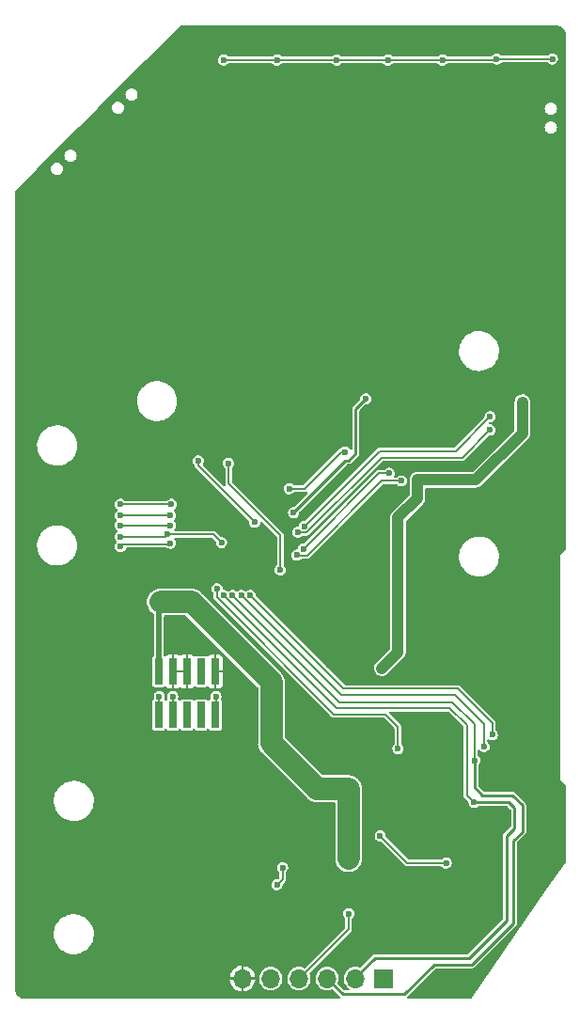
<source format=gbr>
G04 #@! TF.GenerationSoftware,KiCad,Pcbnew,(6.0.1-0)*
G04 #@! TF.CreationDate,2022-10-06T15:49:35-04:00*
G04 #@! TF.ProjectId,mobo,6d6f626f-2e6b-4696-9361-645f70636258,rev?*
G04 #@! TF.SameCoordinates,Original*
G04 #@! TF.FileFunction,Copper,L2,Bot*
G04 #@! TF.FilePolarity,Positive*
%FSLAX46Y46*%
G04 Gerber Fmt 4.6, Leading zero omitted, Abs format (unit mm)*
G04 Created by KiCad (PCBNEW (6.0.1-0)) date 2022-10-06 15:49:35*
%MOMM*%
%LPD*%
G01*
G04 APERTURE LIST*
G04 #@! TA.AperFunction,ComponentPad*
%ADD10R,1.700000X1.700000*%
G04 #@! TD*
G04 #@! TA.AperFunction,ComponentPad*
%ADD11O,1.700000X1.700000*%
G04 #@! TD*
G04 #@! TA.AperFunction,SMDPad,CuDef*
%ADD12R,0.740000X2.400000*%
G04 #@! TD*
G04 #@! TA.AperFunction,ViaPad*
%ADD13C,0.600000*%
G04 #@! TD*
G04 #@! TA.AperFunction,ViaPad*
%ADD14C,0.800000*%
G04 #@! TD*
G04 #@! TA.AperFunction,Conductor*
%ADD15C,0.250000*%
G04 #@! TD*
G04 #@! TA.AperFunction,Conductor*
%ADD16C,0.200000*%
G04 #@! TD*
G04 #@! TA.AperFunction,Conductor*
%ADD17C,1.000000*%
G04 #@! TD*
G04 #@! TA.AperFunction,Conductor*
%ADD18C,2.000000*%
G04 #@! TD*
G04 #@! TA.AperFunction,Conductor*
%ADD19C,0.500000*%
G04 #@! TD*
G04 APERTURE END LIST*
D10*
X115700000Y-117000000D03*
D11*
X113160000Y-117000000D03*
X110620000Y-117000000D03*
X108080000Y-117000000D03*
X105540000Y-117000000D03*
X103000000Y-117000000D03*
D12*
X95460000Y-89350000D03*
X95460000Y-93250000D03*
X96730000Y-89350000D03*
X96730000Y-93250000D03*
X98000000Y-89350000D03*
X98000000Y-93250000D03*
X99270000Y-89350000D03*
X99270000Y-93250000D03*
X100540000Y-89350000D03*
X100540000Y-93250000D03*
D13*
X112550000Y-111150000D03*
X112400000Y-87550000D03*
X112400000Y-88450000D03*
X128700000Y-105200000D03*
X129350000Y-107400000D03*
X130900000Y-105000000D03*
X131650000Y-105600000D03*
X130550000Y-108050000D03*
X115400000Y-107150000D03*
X115400000Y-106300000D03*
X115400000Y-105450000D03*
X123650000Y-111650000D03*
X121600000Y-112900000D03*
X128800000Y-68850000D03*
X107550000Y-79900000D03*
X114100000Y-64800000D03*
X108450000Y-81900000D03*
X107650000Y-74050000D03*
X107600000Y-75050000D03*
X108600000Y-68200000D03*
X102100000Y-107300000D03*
X103100000Y-107300000D03*
X96600000Y-111000000D03*
X128200000Y-69400000D03*
X108500000Y-70100000D03*
X96600000Y-109400000D03*
X120750000Y-96050000D03*
X118150000Y-104050000D03*
X94400000Y-35200000D03*
X120850000Y-118400000D03*
X115650000Y-94850000D03*
X125300000Y-68800000D03*
X124200000Y-117250000D03*
X112400000Y-89400000D03*
X100900000Y-70600000D03*
X126600000Y-103000000D03*
X101750000Y-89200000D03*
X111250000Y-72500000D03*
X100700000Y-65100000D03*
X111500000Y-95950000D03*
X88900000Y-40700000D03*
X114850000Y-101550000D03*
X93400000Y-79900000D03*
X105500000Y-65100000D03*
X103100000Y-108200000D03*
X107200000Y-71400000D03*
X123250000Y-104050000D03*
X98100000Y-70100000D03*
X96600000Y-108600000D03*
X114700000Y-95400000D03*
X123250000Y-103100000D03*
D14*
X103163335Y-76462740D03*
D13*
X92100000Y-79600000D03*
D14*
X102063335Y-77562740D03*
D13*
X99450000Y-105100000D03*
X96600000Y-110200000D03*
X108200000Y-65700000D03*
X115800000Y-95800000D03*
X115250000Y-102350000D03*
X119850000Y-96050000D03*
X84100000Y-45500000D03*
X117400000Y-73200000D03*
D14*
X103163335Y-77562740D03*
D13*
X96300000Y-78600000D03*
X120700000Y-116500000D03*
X124250000Y-112750000D03*
X98700000Y-73100000D03*
X123500000Y-113800000D03*
X122000000Y-112000000D03*
X110600000Y-69700000D03*
X112250000Y-95450000D03*
X126600000Y-102150000D03*
X107250000Y-108550000D03*
X115500000Y-73200000D03*
X121400000Y-68500000D03*
X96700000Y-102000000D03*
X89600000Y-40000000D03*
X96700000Y-102800000D03*
X122700000Y-111400000D03*
X96800000Y-72600000D03*
X114450000Y-102350000D03*
X92300000Y-70200000D03*
X115600000Y-101550000D03*
X122300000Y-66600000D03*
X120200000Y-70900000D03*
X122300000Y-65600000D03*
X123050000Y-116350000D03*
X102100000Y-108200000D03*
X114100000Y-101550000D03*
X92300000Y-72300000D03*
X116300000Y-73200000D03*
X104995835Y-74537740D03*
X111500000Y-94900000D03*
D14*
X102063335Y-76462740D03*
D13*
X96700000Y-103600000D03*
X122300000Y-67400000D03*
X97400000Y-87300000D03*
X118150000Y-103100000D03*
X103412835Y-70900000D03*
X96700000Y-101200000D03*
X107200000Y-72900000D03*
X97600000Y-83100000D03*
X112550000Y-99900000D03*
X116100000Y-34300000D03*
X121000000Y-34300000D03*
X112550000Y-102950000D03*
X116950000Y-87650000D03*
X115550000Y-89050000D03*
X130900000Y-34200000D03*
X112550000Y-106200000D03*
X125900000Y-34200000D03*
X96600000Y-83100000D03*
X118749511Y-72100000D03*
X99000000Y-70400980D03*
X111500000Y-34300000D03*
X106100000Y-34300000D03*
X112550000Y-101350000D03*
X118749511Y-73750489D03*
X112550000Y-104500000D03*
X104100000Y-75900000D03*
X95600000Y-83100000D03*
X112250000Y-69600000D03*
X128200000Y-65900000D03*
X118749511Y-72950489D03*
X128200000Y-65100000D03*
X116250000Y-88350000D03*
X101300000Y-34300000D03*
X106400000Y-80200000D03*
X100600000Y-91600000D03*
X101738556Y-70600000D03*
X96500000Y-76200000D03*
X92000000Y-76200000D03*
X92000000Y-75300000D03*
X96500000Y-75300000D03*
X123900000Y-97350000D03*
X102100000Y-82500000D03*
X123850000Y-101150000D03*
X101300000Y-82500000D03*
X117000000Y-96300000D03*
X100700000Y-81900000D03*
X95500000Y-91600000D03*
X96700000Y-91600000D03*
X92000000Y-78100000D03*
X96500000Y-77800000D03*
X96250000Y-77000000D03*
X101100000Y-77750000D03*
X92000000Y-77200000D03*
X116200000Y-71500000D03*
X108499242Y-78312240D03*
X107900000Y-78861740D03*
X117300000Y-72200000D03*
X92000000Y-74300000D03*
X96600000Y-74300000D03*
X103700000Y-82500000D03*
X125500000Y-95050000D03*
X125300000Y-67600000D03*
X108000000Y-76812240D03*
X125300000Y-66400000D03*
X108561347Y-76264982D03*
X106100000Y-108550000D03*
X106600000Y-107000000D03*
X124750000Y-96100000D03*
X102900000Y-82500000D03*
X121350000Y-106600000D03*
X115400000Y-104150000D03*
D15*
X113200000Y-65700000D02*
X113200000Y-69706241D01*
X113200000Y-69706241D02*
X112556241Y-70350000D01*
X112250000Y-70350000D02*
X107600000Y-75000000D01*
X114100000Y-64800000D02*
X113200000Y-65700000D01*
X112556241Y-70350000D02*
X112250000Y-70350000D01*
X107600000Y-75000000D02*
X107600000Y-75050000D01*
X123850000Y-101150000D02*
X127000000Y-101150000D01*
X127000000Y-101150000D02*
X127500000Y-101650000D01*
X126750000Y-104200000D02*
X126750000Y-111800000D01*
X127500000Y-101650000D02*
X127500000Y-103450000D01*
X127500000Y-103450000D02*
X126750000Y-104200000D01*
X126750000Y-111800000D02*
X123400000Y-115150000D01*
X123400000Y-115150000D02*
X114900000Y-115150000D01*
X114900000Y-115150000D02*
X113160000Y-116890000D01*
X113160000Y-116890000D02*
X113160000Y-117000000D01*
D16*
X108080000Y-117000000D02*
X108100000Y-117000000D01*
X108100000Y-117000000D02*
X112550000Y-112550000D01*
X112550000Y-112550000D02*
X112550000Y-111150000D01*
D17*
X116950000Y-87650000D02*
X115550000Y-89050000D01*
D15*
X110620000Y-117000000D02*
X112020000Y-118400000D01*
X127300000Y-100500000D02*
X124600000Y-100500000D01*
X112020000Y-118400000D02*
X117600000Y-118400000D01*
X117600000Y-118400000D02*
X120250960Y-115749040D01*
X120250960Y-115749040D02*
X123650960Y-115749040D01*
X127400000Y-112000000D02*
X127400000Y-104600000D01*
X128200000Y-103800000D02*
X128200000Y-101400000D01*
X123650960Y-115749040D02*
X127400000Y-112000000D01*
X127400000Y-104600000D02*
X128200000Y-103800000D01*
X124600000Y-100500000D02*
X123900000Y-99800000D01*
X128200000Y-101400000D02*
X127300000Y-100500000D01*
X123900000Y-99800000D02*
X123900000Y-97350000D01*
D16*
X121350000Y-106600000D02*
X117850000Y-106600000D01*
X117850000Y-106600000D02*
X115400000Y-104150000D01*
X123850000Y-101150000D02*
X123200000Y-100500000D01*
X123200000Y-94200000D02*
X121661444Y-92661444D01*
X121661444Y-92661444D02*
X111461444Y-92661444D01*
X123200000Y-100500000D02*
X123200000Y-94200000D01*
X111461444Y-92661444D02*
X101300000Y-82500000D01*
D15*
X112550000Y-102950000D02*
X112550000Y-101350000D01*
D16*
X123900000Y-97350000D02*
X123900000Y-94100000D01*
X123900000Y-94100000D02*
X121900000Y-92100000D01*
X121900000Y-92100000D02*
X111700000Y-92100000D01*
X111700000Y-92100000D02*
X102100000Y-82500000D01*
X124750000Y-96100000D02*
X124750000Y-94100000D01*
X124750000Y-94100000D02*
X122150000Y-91500000D01*
X122150000Y-91500000D02*
X111900000Y-91500000D01*
X111900000Y-91500000D02*
X102900000Y-82500000D01*
X125500000Y-95050000D02*
X125500000Y-94000000D01*
X122400000Y-90900000D02*
X112100000Y-90900000D01*
X125500000Y-94000000D02*
X122400000Y-90900000D01*
X112100000Y-90900000D02*
X103700000Y-82500000D01*
X112250000Y-69600000D02*
X111850000Y-69600000D01*
X111850000Y-69600000D02*
X108550000Y-72900000D01*
X108550000Y-72900000D02*
X107200000Y-72900000D01*
X125800000Y-34300000D02*
X125900000Y-34200000D01*
X121000000Y-34300000D02*
X125800000Y-34300000D01*
X99000000Y-70800000D02*
X104100000Y-75900000D01*
D18*
X97600000Y-83100000D02*
X96600000Y-83100000D01*
X96600000Y-83100000D02*
X95600000Y-83100000D01*
D16*
X106100000Y-34300000D02*
X101300000Y-34300000D01*
D17*
X117000000Y-87600000D02*
X116950000Y-87650000D01*
X117000000Y-75500000D02*
X117000000Y-87600000D01*
D16*
X111500000Y-34300000D02*
X116100000Y-34300000D01*
D18*
X109700000Y-99900000D02*
X112550000Y-99900000D01*
D17*
X118749511Y-73750489D02*
X118749511Y-72950489D01*
D18*
X112550000Y-101650000D02*
X112550000Y-103300000D01*
X112550000Y-99900000D02*
X112550000Y-101650000D01*
X98400000Y-83100000D02*
X105600000Y-90300000D01*
X97600000Y-83100000D02*
X98400000Y-83100000D01*
D17*
X128200000Y-67900000D02*
X124000000Y-72100000D01*
X118749511Y-73750489D02*
X117000000Y-75500000D01*
X118749511Y-72950489D02*
X118749511Y-72100000D01*
X128200000Y-65100000D02*
X128200000Y-65900000D01*
D19*
X95460000Y-89350000D02*
X95460000Y-83240000D01*
D18*
X105600000Y-95800000D02*
X109700000Y-99900000D01*
D16*
X125900000Y-34200000D02*
X130900000Y-34200000D01*
X111500000Y-34300000D02*
X106100000Y-34300000D01*
D18*
X112550000Y-103300000D02*
X112550000Y-104700000D01*
D16*
X99000000Y-70400980D02*
X99000000Y-70800000D01*
D17*
X124000000Y-72100000D02*
X118749511Y-72100000D01*
D16*
X116100000Y-34300000D02*
X121000000Y-34300000D01*
D17*
X128200000Y-65900000D02*
X128200000Y-67900000D01*
D19*
X95460000Y-83240000D02*
X95600000Y-83100000D01*
D18*
X112550000Y-104700000D02*
X112550000Y-106200000D01*
X105600000Y-90300000D02*
X105600000Y-95800000D01*
D16*
X100600000Y-93190000D02*
X100540000Y-93250000D01*
X106400000Y-77100000D02*
X101738556Y-72438556D01*
X101738556Y-72438556D02*
X101738556Y-70600000D01*
X106400000Y-80200000D02*
X106400000Y-77100000D01*
X100600000Y-91600000D02*
X100600000Y-93190000D01*
X92900000Y-76200000D02*
X96500000Y-76200000D01*
X92900000Y-76200000D02*
X92000000Y-76200000D01*
X92800000Y-75300000D02*
X92000000Y-75300000D01*
X96500000Y-75300000D02*
X92800000Y-75300000D01*
X111222873Y-93200000D02*
X100700000Y-82677127D01*
X115850000Y-93200000D02*
X111222873Y-93200000D01*
X117000000Y-96300000D02*
X117000000Y-94350000D01*
X117000000Y-94350000D02*
X115850000Y-93200000D01*
X100700000Y-82677127D02*
X100700000Y-81900000D01*
X95500000Y-91600000D02*
X95500000Y-93210000D01*
X95500000Y-93210000D02*
X95460000Y-93250000D01*
X96700000Y-91600000D02*
X96700000Y-93220000D01*
X96700000Y-93220000D02*
X96730000Y-93250000D01*
X96400000Y-77900000D02*
X92200000Y-77900000D01*
X96500000Y-77800000D02*
X96400000Y-77900000D01*
X92200000Y-77900000D02*
X92000000Y-78100000D01*
X100350000Y-77000000D02*
X101100000Y-77750000D01*
X96250000Y-77000000D02*
X100350000Y-77000000D01*
X96250000Y-77000000D02*
X96050000Y-77200000D01*
X96050000Y-77200000D02*
X92000000Y-77200000D01*
X115300000Y-71500000D02*
X116200000Y-71500000D01*
X108499242Y-78300758D02*
X115300000Y-71500000D01*
X108499242Y-78312240D02*
X108499242Y-78300758D01*
X107900000Y-78861740D02*
X107938260Y-78900000D01*
X115500000Y-72200000D02*
X117300000Y-72200000D01*
X107938260Y-78900000D02*
X108800000Y-78900000D01*
X108800000Y-78900000D02*
X115500000Y-72200000D01*
X92600000Y-74300000D02*
X92000000Y-74300000D01*
X96600000Y-74300000D02*
X92600000Y-74300000D01*
X108000000Y-76812240D02*
X108002253Y-76814493D01*
X108788963Y-76814493D02*
X115503456Y-70100000D01*
X122800000Y-70100000D02*
X125300000Y-67600000D01*
X115503456Y-70100000D02*
X122800000Y-70100000D01*
X108002253Y-76814493D02*
X108788963Y-76814493D01*
X108561347Y-76264982D02*
X108599831Y-76264982D01*
X115364813Y-69500000D02*
X122200000Y-69500000D01*
X108599831Y-76264982D02*
X115364813Y-69500000D01*
X122200000Y-69500000D02*
X125300000Y-66400000D01*
X106600000Y-108050000D02*
X106600000Y-107000000D01*
X106100000Y-108550000D02*
X106600000Y-108050000D01*
G04 #@! TA.AperFunction,Conductor*
G36*
X131288227Y-31202518D02*
G01*
X131299642Y-31205143D01*
X131310516Y-31202682D01*
X131321665Y-31202702D01*
X131321663Y-31203716D01*
X131331524Y-31203105D01*
X131387538Y-31208622D01*
X131446370Y-31214416D01*
X131465400Y-31218202D01*
X131500985Y-31228996D01*
X131596817Y-31258066D01*
X131614745Y-31265492D01*
X131665229Y-31292476D01*
X131735856Y-31330227D01*
X131751991Y-31341008D01*
X131858152Y-31428131D01*
X131871869Y-31441848D01*
X131881454Y-31453527D01*
X131958992Y-31548009D01*
X131969772Y-31564143D01*
X132003923Y-31628033D01*
X132034507Y-31685252D01*
X132041934Y-31703183D01*
X132081798Y-31834598D01*
X132085584Y-31853632D01*
X132096897Y-31968493D01*
X132097374Y-31978371D01*
X132097356Y-31988775D01*
X132094857Y-31999642D01*
X132097318Y-32010516D01*
X132097559Y-32011583D01*
X132100000Y-32033432D01*
X132100000Y-78376149D01*
X132081093Y-78434340D01*
X132071004Y-78446153D01*
X131687222Y-78829935D01*
X131681521Y-78835023D01*
X131672295Y-78839453D01*
X131665333Y-78848159D01*
X131654132Y-78862165D01*
X131646819Y-78870338D01*
X131642636Y-78874521D01*
X131639682Y-78879220D01*
X131639662Y-78879246D01*
X131633195Y-78888345D01*
X131622269Y-78902008D01*
X131615306Y-78910715D01*
X131612969Y-78920882D01*
X131612313Y-78922066D01*
X131611937Y-78923366D01*
X131606386Y-78932197D01*
X131605134Y-78943274D01*
X131603168Y-78960658D01*
X131601277Y-78971721D01*
X131600000Y-78977277D01*
X131600000Y-78983104D01*
X131599373Y-78994226D01*
X131598691Y-79000262D01*
X131596135Y-79022866D01*
X131599555Y-79032660D01*
X131600000Y-79040614D01*
X131600000Y-98959487D01*
X131599567Y-98967118D01*
X131596175Y-98976777D01*
X131597408Y-98987857D01*
X131597408Y-98987859D01*
X131599392Y-99005682D01*
X131600000Y-99016633D01*
X131600000Y-99022546D01*
X131601237Y-99027967D01*
X131601241Y-99028005D01*
X131603098Y-99038991D01*
X131605033Y-99056380D01*
X131605035Y-99056386D01*
X131606268Y-99067464D01*
X131611803Y-99076306D01*
X131612177Y-99077607D01*
X131612829Y-99078790D01*
X131615150Y-99088962D01*
X131622097Y-99097680D01*
X131633004Y-99111368D01*
X131639485Y-99120521D01*
X131642511Y-99125354D01*
X131646637Y-99129480D01*
X131654055Y-99137785D01*
X131672015Y-99160323D01*
X131681357Y-99164829D01*
X131687287Y-99170130D01*
X132071004Y-99553847D01*
X132098781Y-99608364D01*
X132100000Y-99623851D01*
X132100000Y-106506463D01*
X132082350Y-106562883D01*
X130384898Y-109010371D01*
X123624847Y-118757420D01*
X123576147Y-118794461D01*
X123543497Y-118800000D01*
X117901576Y-118800000D01*
X117843385Y-118781093D01*
X117807421Y-118731593D01*
X117807421Y-118670407D01*
X117825738Y-118637364D01*
X117837431Y-118623429D01*
X117843265Y-118617061D01*
X120356790Y-116103536D01*
X120411307Y-116075759D01*
X120426794Y-116074540D01*
X123632426Y-116074540D01*
X123641055Y-116074917D01*
X123679767Y-116078304D01*
X123689265Y-116075759D01*
X123717309Y-116068244D01*
X123725744Y-116066374D01*
X123755477Y-116061132D01*
X123755479Y-116061131D01*
X123764005Y-116059628D01*
X123771504Y-116055298D01*
X123776989Y-116053302D01*
X123782276Y-116050836D01*
X123790644Y-116048594D01*
X123822471Y-116026308D01*
X123829755Y-116021667D01*
X123863415Y-116002234D01*
X123888391Y-115972469D01*
X123894225Y-115966101D01*
X127617069Y-112243258D01*
X127623424Y-112237435D01*
X127653194Y-112212455D01*
X127672636Y-112178781D01*
X127677261Y-112171522D01*
X127694587Y-112146778D01*
X127694587Y-112146777D01*
X127699554Y-112139684D01*
X127701795Y-112131322D01*
X127704258Y-112126040D01*
X127706257Y-112120546D01*
X127710588Y-112113045D01*
X127717337Y-112074771D01*
X127719206Y-112066344D01*
X127727022Y-112037173D01*
X127727022Y-112037170D01*
X127729263Y-112028807D01*
X127725877Y-111990103D01*
X127725500Y-111981475D01*
X127725500Y-104775834D01*
X127744407Y-104717643D01*
X127754496Y-104705830D01*
X128417057Y-104043269D01*
X128423425Y-104037434D01*
X128434085Y-104028489D01*
X128453194Y-104012455D01*
X128472629Y-103978792D01*
X128477268Y-103971511D01*
X128487617Y-103956731D01*
X128499554Y-103939684D01*
X128501796Y-103931316D01*
X128504262Y-103926029D01*
X128506258Y-103920544D01*
X128510588Y-103913045D01*
X128517334Y-103874783D01*
X128519204Y-103866349D01*
X128527022Y-103837174D01*
X128529264Y-103828807D01*
X128525877Y-103790091D01*
X128525500Y-103781463D01*
X128525500Y-101418526D01*
X128525877Y-101409898D01*
X128528508Y-101379820D01*
X128529263Y-101371193D01*
X128527022Y-101362830D01*
X128527022Y-101362827D01*
X128519206Y-101333656D01*
X128517337Y-101325228D01*
X128512092Y-101295485D01*
X128510588Y-101286955D01*
X128506257Y-101279454D01*
X128504258Y-101273960D01*
X128501795Y-101268678D01*
X128499554Y-101260316D01*
X128477259Y-101228475D01*
X128472636Y-101221219D01*
X128453194Y-101187545D01*
X128423435Y-101162574D01*
X128417067Y-101156740D01*
X127543268Y-100282941D01*
X127537434Y-100276574D01*
X127518022Y-100253440D01*
X127518021Y-100253439D01*
X127512455Y-100246806D01*
X127478792Y-100227371D01*
X127471511Y-100222732D01*
X127467215Y-100219724D01*
X127439684Y-100200446D01*
X127431316Y-100198204D01*
X127426029Y-100195738D01*
X127420544Y-100193742D01*
X127413045Y-100189412D01*
X127404519Y-100187909D01*
X127404517Y-100187908D01*
X127374784Y-100182666D01*
X127366349Y-100180796D01*
X127365342Y-100180526D01*
X127328807Y-100170736D01*
X127320178Y-100171491D01*
X127290095Y-100174123D01*
X127281466Y-100174500D01*
X124775835Y-100174500D01*
X124717644Y-100155593D01*
X124705832Y-100145504D01*
X124254497Y-99694170D01*
X124226719Y-99639653D01*
X124225500Y-99624166D01*
X124225500Y-97774424D01*
X124244407Y-97716233D01*
X124251102Y-97707988D01*
X124314468Y-97637982D01*
X124319200Y-97632754D01*
X124381710Y-97503733D01*
X124405496Y-97362354D01*
X124405647Y-97350000D01*
X124385323Y-97208082D01*
X124325984Y-97077572D01*
X124279192Y-97023268D01*
X124237007Y-96974309D01*
X124237005Y-96974307D01*
X124232400Y-96968963D01*
X124232512Y-96968866D01*
X124202998Y-96919549D01*
X124200500Y-96897449D01*
X124200500Y-96495816D01*
X124219407Y-96437625D01*
X124268907Y-96401661D01*
X124330093Y-96401661D01*
X124375283Y-96432114D01*
X124412970Y-96476948D01*
X124418841Y-96480856D01*
X124418842Y-96480857D01*
X124431143Y-96489045D01*
X124532313Y-96556390D01*
X124616701Y-96582754D01*
X124662425Y-96597039D01*
X124662426Y-96597039D01*
X124669157Y-96599142D01*
X124740828Y-96600456D01*
X124805445Y-96601641D01*
X124805447Y-96601641D01*
X124812499Y-96601770D01*
X124819302Y-96599915D01*
X124819304Y-96599915D01*
X124894503Y-96579413D01*
X124950817Y-96564060D01*
X125072991Y-96489045D01*
X125080403Y-96480857D01*
X125164468Y-96387982D01*
X125169200Y-96382754D01*
X125231710Y-96253733D01*
X125234143Y-96239275D01*
X125254862Y-96116124D01*
X125254862Y-96116120D01*
X125255496Y-96112354D01*
X125255647Y-96100000D01*
X125235323Y-95958082D01*
X125195070Y-95869549D01*
X125178905Y-95833996D01*
X125178904Y-95833995D01*
X125175984Y-95827572D01*
X125113210Y-95754719D01*
X125087007Y-95724309D01*
X125087005Y-95724307D01*
X125082400Y-95718963D01*
X125082512Y-95718866D01*
X125052998Y-95669549D01*
X125050500Y-95647449D01*
X125050500Y-95536909D01*
X125069407Y-95478718D01*
X125118907Y-95442754D01*
X125180093Y-95442754D01*
X125204356Y-95454497D01*
X125282313Y-95506390D01*
X125380001Y-95536909D01*
X125412425Y-95547039D01*
X125412426Y-95547039D01*
X125419157Y-95549142D01*
X125490828Y-95550456D01*
X125555445Y-95551641D01*
X125555447Y-95551641D01*
X125562499Y-95551770D01*
X125569302Y-95549915D01*
X125569304Y-95549915D01*
X125644503Y-95529413D01*
X125700817Y-95514060D01*
X125822991Y-95439045D01*
X125919200Y-95332754D01*
X125981710Y-95203733D01*
X126005496Y-95062354D01*
X126005647Y-95050000D01*
X125985323Y-94908082D01*
X125925984Y-94777572D01*
X125879192Y-94723267D01*
X125837007Y-94674309D01*
X125837005Y-94674307D01*
X125832400Y-94668963D01*
X125832512Y-94668866D01*
X125802998Y-94619549D01*
X125800500Y-94597449D01*
X125800500Y-94053508D01*
X125800803Y-94049383D01*
X125802425Y-94044658D01*
X125800570Y-93995239D01*
X125800500Y-93991526D01*
X125800500Y-93972052D01*
X125799675Y-93967622D01*
X125799338Y-93962417D01*
X125798569Y-93941925D01*
X125798226Y-93932792D01*
X125794620Y-93924398D01*
X125794619Y-93924395D01*
X125793683Y-93922217D01*
X125787317Y-93901266D01*
X125785209Y-93889947D01*
X125771232Y-93867271D01*
X125764548Y-93854404D01*
X125756795Y-93836358D01*
X125756794Y-93836357D01*
X125754036Y-93829937D01*
X125750022Y-93825051D01*
X125745658Y-93820687D01*
X125731387Y-93802632D01*
X125731264Y-93802433D01*
X125726468Y-93794652D01*
X125703231Y-93776982D01*
X125693161Y-93768190D01*
X122650320Y-90725349D01*
X122647620Y-90722220D01*
X122645425Y-90717731D01*
X122609178Y-90684107D01*
X122606502Y-90681531D01*
X122592723Y-90667752D01*
X122589013Y-90665207D01*
X122585100Y-90661771D01*
X122570055Y-90647815D01*
X122563354Y-90641599D01*
X122552664Y-90637334D01*
X122533348Y-90627020D01*
X122531393Y-90625679D01*
X122531390Y-90625678D01*
X122523854Y-90620508D01*
X122497941Y-90614359D01*
X122484116Y-90609986D01*
X122465868Y-90602706D01*
X122465866Y-90602706D01*
X122459378Y-90600117D01*
X122453085Y-90599500D01*
X122446916Y-90599500D01*
X122424057Y-90596825D01*
X122423827Y-90596770D01*
X122423825Y-90596770D01*
X122414934Y-90594660D01*
X122386013Y-90598596D01*
X122372663Y-90599500D01*
X112265479Y-90599500D01*
X112207288Y-90580593D01*
X112195475Y-90570504D01*
X110630663Y-89005692D01*
X114845748Y-89005692D01*
X114855507Y-89174959D01*
X114905361Y-89337011D01*
X114908422Y-89342126D01*
X114908424Y-89342130D01*
X114982367Y-89465680D01*
X114992431Y-89482495D01*
X114996629Y-89486738D01*
X114996632Y-89486741D01*
X115051678Y-89542366D01*
X115111690Y-89603010D01*
X115116780Y-89606129D01*
X115227739Y-89674124D01*
X115256254Y-89691598D01*
X115417775Y-89743146D01*
X115586930Y-89754678D01*
X115592802Y-89753653D01*
X115592805Y-89753653D01*
X115665836Y-89740906D01*
X115753954Y-89725527D01*
X115909202Y-89657379D01*
X116012678Y-89577978D01*
X117475392Y-88115265D01*
X117475750Y-88114907D01*
X117480648Y-88110332D01*
X117524396Y-88072169D01*
X117561103Y-88019939D01*
X117564188Y-88015786D01*
X117599900Y-87970242D01*
X117599902Y-87970239D01*
X117603584Y-87965543D01*
X117607367Y-87957165D01*
X117616604Y-87940969D01*
X117618456Y-87938334D01*
X117621887Y-87933453D01*
X117626892Y-87920618D01*
X117645078Y-87873973D01*
X117647086Y-87869197D01*
X117670899Y-87816455D01*
X117673355Y-87811016D01*
X117675031Y-87801974D01*
X117680134Y-87784058D01*
X117683476Y-87775487D01*
X117691810Y-87712181D01*
X117692619Y-87707070D01*
X117703164Y-87650180D01*
X117703164Y-87650177D01*
X117704252Y-87644308D01*
X117700664Y-87582075D01*
X117700500Y-87576378D01*
X117700500Y-78952749D01*
X122495572Y-78952749D01*
X122496199Y-78965795D01*
X122508408Y-79219980D01*
X122560602Y-79482378D01*
X122561842Y-79485833D01*
X122561843Y-79485835D01*
X122646295Y-79721053D01*
X122651008Y-79734179D01*
X122652746Y-79737414D01*
X122652748Y-79737418D01*
X122700801Y-79826848D01*
X122777639Y-79969851D01*
X122937714Y-80184217D01*
X123127716Y-80372569D01*
X123130675Y-80374739D01*
X123130679Y-80374742D01*
X123244145Y-80457938D01*
X123343471Y-80530767D01*
X123580239Y-80655337D01*
X123583710Y-80656549D01*
X123583712Y-80656550D01*
X123670555Y-80686877D01*
X123832819Y-80743542D01*
X123836419Y-80744226D01*
X123836421Y-80744226D01*
X124092054Y-80792759D01*
X124092056Y-80792759D01*
X124095663Y-80793444D01*
X124229329Y-80798695D01*
X124359325Y-80803803D01*
X124359328Y-80803803D01*
X124362995Y-80803947D01*
X124499613Y-80788985D01*
X124625303Y-80775220D01*
X124625306Y-80775219D01*
X124628944Y-80774821D01*
X124887666Y-80706705D01*
X125133478Y-80601096D01*
X125250636Y-80528597D01*
X125357854Y-80462249D01*
X125357859Y-80462245D01*
X125360980Y-80460314D01*
X125565174Y-80287451D01*
X125627726Y-80216124D01*
X125739149Y-80089071D01*
X125739153Y-80089066D01*
X125741575Y-80086304D01*
X125886306Y-79861294D01*
X125902967Y-79824309D01*
X125994681Y-79620710D01*
X125994682Y-79620708D01*
X125996189Y-79617362D01*
X126000367Y-79602548D01*
X126067813Y-79363404D01*
X126067814Y-79363401D01*
X126068810Y-79359868D01*
X126102573Y-79094469D01*
X126103256Y-79068390D01*
X126104982Y-79002492D01*
X126104982Y-79002487D01*
X126105047Y-79000000D01*
X126104863Y-78997527D01*
X126104863Y-78997517D01*
X126085492Y-78736851D01*
X126085491Y-78736845D01*
X126085220Y-78733197D01*
X126026175Y-78472255D01*
X126024845Y-78468834D01*
X125930539Y-78226326D01*
X125930537Y-78226321D01*
X125929209Y-78222907D01*
X125925442Y-78216315D01*
X125798274Y-77993819D01*
X125796452Y-77990631D01*
X125630820Y-77780528D01*
X125628147Y-77778014D01*
X125628142Y-77778008D01*
X125493830Y-77651660D01*
X125435953Y-77597215D01*
X125216131Y-77444719D01*
X124976183Y-77326390D01*
X124972686Y-77325271D01*
X124972682Y-77325269D01*
X124724882Y-77245948D01*
X124721380Y-77244827D01*
X124500404Y-77208839D01*
X124460937Y-77202411D01*
X124460936Y-77202411D01*
X124457320Y-77201822D01*
X124453656Y-77201774D01*
X124323562Y-77200071D01*
X124189805Y-77198320D01*
X124186177Y-77198814D01*
X124186173Y-77198814D01*
X124057258Y-77216359D01*
X123924710Y-77234398D01*
X123667859Y-77309263D01*
X123664523Y-77310801D01*
X123664520Y-77310802D01*
X123627178Y-77328017D01*
X123424896Y-77421270D01*
X123201157Y-77567960D01*
X123198425Y-77570399D01*
X123198423Y-77570400D01*
X123004299Y-77743662D01*
X123004295Y-77743666D01*
X123001558Y-77746109D01*
X122999211Y-77748931D01*
X122999209Y-77748933D01*
X122885229Y-77885979D01*
X122830483Y-77951804D01*
X122828579Y-77954941D01*
X122828578Y-77954943D01*
X122783431Y-78029343D01*
X122691691Y-78180526D01*
X122588231Y-78427250D01*
X122587327Y-78430811D01*
X122587326Y-78430813D01*
X122527713Y-78665544D01*
X122522376Y-78686557D01*
X122495572Y-78952749D01*
X117700500Y-78952749D01*
X117700500Y-75831164D01*
X117719407Y-75772973D01*
X117729496Y-75761160D01*
X118466749Y-75023908D01*
X119225245Y-74265412D01*
X119230169Y-74260813D01*
X119269410Y-74226581D01*
X119273907Y-74222658D01*
X119310611Y-74170433D01*
X119313701Y-74166273D01*
X119349409Y-74120732D01*
X119349410Y-74120731D01*
X119353094Y-74116032D01*
X119356880Y-74107647D01*
X119366107Y-74091471D01*
X119371398Y-74083942D01*
X119394602Y-74024427D01*
X119396582Y-74019716D01*
X119422866Y-73961505D01*
X119424542Y-73952463D01*
X119429645Y-73934547D01*
X119432987Y-73925976D01*
X119441321Y-73862670D01*
X119442130Y-73857559D01*
X119452675Y-73800669D01*
X119452675Y-73800666D01*
X119453763Y-73794797D01*
X119450175Y-73732564D01*
X119450011Y-73726867D01*
X119450011Y-72899500D01*
X119468918Y-72841309D01*
X119518418Y-72805345D01*
X119549011Y-72800500D01*
X123972271Y-72800500D01*
X123979005Y-72800729D01*
X124036930Y-72804678D01*
X124042801Y-72803653D01*
X124042806Y-72803653D01*
X124099820Y-72793702D01*
X124104947Y-72792945D01*
X124162396Y-72785993D01*
X124162397Y-72785993D01*
X124168320Y-72785276D01*
X124176932Y-72782022D01*
X124194895Y-72777108D01*
X124203954Y-72775527D01*
X124257180Y-72752163D01*
X124262404Y-72749870D01*
X124267202Y-72747912D01*
X124321339Y-72727455D01*
X124326923Y-72725345D01*
X124331838Y-72721967D01*
X124331846Y-72721963D01*
X124334505Y-72720135D01*
X124350778Y-72711077D01*
X124353739Y-72709777D01*
X124359202Y-72707379D01*
X124363934Y-72703748D01*
X124363939Y-72703745D01*
X124409854Y-72668513D01*
X124414046Y-72665467D01*
X124461732Y-72632693D01*
X124461733Y-72632692D01*
X124466651Y-72629312D01*
X124470618Y-72624859D01*
X124470622Y-72624856D01*
X124508115Y-72582774D01*
X124512028Y-72578628D01*
X128675735Y-68414922D01*
X128680659Y-68410323D01*
X128719899Y-68376092D01*
X128724396Y-68372169D01*
X128761103Y-68319939D01*
X128764188Y-68315786D01*
X128799900Y-68270242D01*
X128799902Y-68270239D01*
X128803584Y-68265543D01*
X128807367Y-68257165D01*
X128816604Y-68240969D01*
X128818456Y-68238334D01*
X128821887Y-68233453D01*
X128841201Y-68183918D01*
X128845078Y-68173973D01*
X128847086Y-68169197D01*
X128870899Y-68116455D01*
X128873355Y-68111016D01*
X128875031Y-68101974D01*
X128880134Y-68084058D01*
X128883476Y-68075487D01*
X128891810Y-68012181D01*
X128892619Y-68007070D01*
X128903164Y-67950180D01*
X128903164Y-67950177D01*
X128904252Y-67944308D01*
X128900664Y-67882075D01*
X128900500Y-67876378D01*
X128900500Y-65057484D01*
X128893243Y-64997517D01*
X128885993Y-64937602D01*
X128885992Y-64937599D01*
X128885276Y-64931680D01*
X128825345Y-64773077D01*
X128800448Y-64736851D01*
X128732692Y-64638267D01*
X128729312Y-64633349D01*
X128602721Y-64520560D01*
X128452881Y-64441224D01*
X128333221Y-64411167D01*
X128294231Y-64401373D01*
X128294228Y-64401373D01*
X128288441Y-64399919D01*
X128202841Y-64399471D01*
X128124861Y-64399062D01*
X128124859Y-64399062D01*
X128118895Y-64399031D01*
X128113099Y-64400423D01*
X128113095Y-64400423D01*
X128035874Y-64418963D01*
X127954032Y-64438612D01*
X127895478Y-64468834D01*
X127808675Y-64513636D01*
X127808673Y-64513638D01*
X127803369Y-64516375D01*
X127675604Y-64627831D01*
X127578113Y-64766547D01*
X127566548Y-64796209D01*
X127536452Y-64873402D01*
X127516524Y-64924513D01*
X127515745Y-64930428D01*
X127515745Y-64930429D01*
X127512807Y-64952749D01*
X127499500Y-65053826D01*
X127499500Y-67568836D01*
X127480593Y-67627027D01*
X127470504Y-67638840D01*
X123738839Y-71370504D01*
X123684322Y-71398281D01*
X123668835Y-71399500D01*
X118758280Y-71399500D01*
X118757761Y-71399499D01*
X118674373Y-71399062D01*
X118674371Y-71399062D01*
X118668406Y-71399031D01*
X118630788Y-71408062D01*
X118619587Y-71410077D01*
X118581191Y-71414724D01*
X118548943Y-71426910D01*
X118537067Y-71430564D01*
X118503543Y-71438612D01*
X118475251Y-71453215D01*
X118469182Y-71456347D01*
X118458770Y-71460983D01*
X118428171Y-71472545D01*
X118428168Y-71472546D01*
X118422588Y-71474655D01*
X118417675Y-71478032D01*
X118417665Y-71478037D01*
X118394176Y-71494182D01*
X118383507Y-71500568D01*
X118352880Y-71516375D01*
X118348381Y-71520299D01*
X118348379Y-71520301D01*
X118323732Y-71541801D01*
X118314731Y-71548784D01*
X118282860Y-71570688D01*
X118278892Y-71575142D01*
X118259930Y-71596424D01*
X118251093Y-71605169D01*
X118225115Y-71627831D01*
X118221685Y-71632712D01*
X118221681Y-71632716D01*
X118202878Y-71659470D01*
X118195800Y-71668401D01*
X118170071Y-71697279D01*
X118167278Y-71702554D01*
X118153939Y-71727746D01*
X118147445Y-71738344D01*
X118127624Y-71766547D01*
X118125456Y-71772108D01*
X118113578Y-71802573D01*
X118108834Y-71812935D01*
X118090735Y-71847119D01*
X118089281Y-71852906D01*
X118089281Y-71852907D01*
X118082337Y-71880552D01*
X118078559Y-71892392D01*
X118066035Y-71924513D01*
X118065256Y-71930428D01*
X118065256Y-71930429D01*
X118060987Y-71962857D01*
X118058852Y-71974048D01*
X118049430Y-72011559D01*
X118049399Y-72017526D01*
X118049223Y-72051097D01*
X118049169Y-72052629D01*
X118049011Y-72053826D01*
X118049011Y-72091231D01*
X118049010Y-72091750D01*
X118048542Y-72181105D01*
X118048892Y-72182561D01*
X118049011Y-72184629D01*
X118049011Y-73419325D01*
X118030104Y-73477516D01*
X118020015Y-73489329D01*
X117248530Y-74260813D01*
X116524266Y-74985077D01*
X116519342Y-74989676D01*
X116475604Y-75027831D01*
X116448692Y-75066124D01*
X116438903Y-75080052D01*
X116435818Y-75084205D01*
X116396416Y-75134457D01*
X116393958Y-75139900D01*
X116393958Y-75139901D01*
X116392633Y-75142835D01*
X116383398Y-75159028D01*
X116378113Y-75166547D01*
X116375946Y-75172106D01*
X116375944Y-75172109D01*
X116354922Y-75226027D01*
X116352914Y-75230803D01*
X116326645Y-75288984D01*
X116325558Y-75294851D01*
X116324969Y-75298026D01*
X116319867Y-75315938D01*
X116316524Y-75324513D01*
X116315745Y-75330432D01*
X116308192Y-75387808D01*
X116307384Y-75392914D01*
X116305946Y-75400670D01*
X116297401Y-75446775D01*
X116295748Y-75455692D01*
X116296092Y-75461654D01*
X116299336Y-75517924D01*
X116299500Y-75523622D01*
X116299500Y-87268836D01*
X116280593Y-87327027D01*
X116270504Y-87338840D01*
X115024608Y-88584735D01*
X114946416Y-88684457D01*
X114876645Y-88838984D01*
X114845748Y-89005692D01*
X110630663Y-89005692D01*
X104231771Y-82606800D01*
X104203994Y-82552283D01*
X104204148Y-82520366D01*
X104204862Y-82516125D01*
X104204863Y-82516119D01*
X104205496Y-82512354D01*
X104205647Y-82500000D01*
X104185323Y-82358082D01*
X104159490Y-82301265D01*
X104128905Y-82233996D01*
X104128904Y-82233995D01*
X104125984Y-82227572D01*
X104032400Y-82118963D01*
X103912095Y-82040985D01*
X103774739Y-81999907D01*
X103691497Y-81999398D01*
X103638427Y-81999074D01*
X103638426Y-81999074D01*
X103631376Y-81999031D01*
X103624599Y-82000968D01*
X103624598Y-82000968D01*
X103500309Y-82036490D01*
X103500307Y-82036491D01*
X103493529Y-82038428D01*
X103372280Y-82114930D01*
X103367612Y-82120216D01*
X103364090Y-82123213D01*
X103307521Y-82146529D01*
X103248052Y-82132142D01*
X103236311Y-82123502D01*
X103232400Y-82118963D01*
X103112095Y-82040985D01*
X102974739Y-81999907D01*
X102891497Y-81999398D01*
X102838427Y-81999074D01*
X102838426Y-81999074D01*
X102831376Y-81999031D01*
X102824599Y-82000968D01*
X102824598Y-82000968D01*
X102700309Y-82036490D01*
X102700307Y-82036491D01*
X102693529Y-82038428D01*
X102572280Y-82114930D01*
X102567612Y-82120216D01*
X102564090Y-82123213D01*
X102507521Y-82146529D01*
X102448052Y-82132142D01*
X102436311Y-82123502D01*
X102432400Y-82118963D01*
X102312095Y-82040985D01*
X102174739Y-81999907D01*
X102091497Y-81999398D01*
X102038427Y-81999074D01*
X102038426Y-81999074D01*
X102031376Y-81999031D01*
X102024599Y-82000968D01*
X102024598Y-82000968D01*
X101900309Y-82036490D01*
X101900307Y-82036491D01*
X101893529Y-82038428D01*
X101772280Y-82114930D01*
X101767612Y-82120216D01*
X101764090Y-82123213D01*
X101707521Y-82146529D01*
X101648052Y-82132142D01*
X101636311Y-82123502D01*
X101632400Y-82118963D01*
X101512095Y-82040985D01*
X101374739Y-81999907D01*
X101303987Y-81999475D01*
X101245913Y-81980213D01*
X101210252Y-81930494D01*
X101205801Y-81906910D01*
X101205600Y-81903828D01*
X101205647Y-81900000D01*
X101185323Y-81758082D01*
X101125984Y-81627572D01*
X101032400Y-81518963D01*
X100912095Y-81440985D01*
X100774739Y-81399907D01*
X100691497Y-81399398D01*
X100638427Y-81399074D01*
X100638426Y-81399074D01*
X100631376Y-81399031D01*
X100624599Y-81400968D01*
X100624598Y-81400968D01*
X100500309Y-81436490D01*
X100500307Y-81436491D01*
X100493529Y-81438428D01*
X100372280Y-81514930D01*
X100367613Y-81520214D01*
X100367611Y-81520216D01*
X100282044Y-81617103D01*
X100282042Y-81617105D01*
X100277377Y-81622388D01*
X100216447Y-81752163D01*
X100194391Y-81893823D01*
X100195306Y-81900820D01*
X100195306Y-81900821D01*
X100208154Y-81999074D01*
X100212980Y-82035979D01*
X100215821Y-82042435D01*
X100215821Y-82042436D01*
X100247806Y-82115126D01*
X100270720Y-82167203D01*
X100362970Y-82276948D01*
X100366999Y-82279630D01*
X100397265Y-82331636D01*
X100399500Y-82352554D01*
X100399500Y-82623619D01*
X100399197Y-82627744D01*
X100397575Y-82632469D01*
X100397918Y-82641603D01*
X100399430Y-82681888D01*
X100399500Y-82685601D01*
X100399500Y-82705075D01*
X100400325Y-82709505D01*
X100400661Y-82714698D01*
X100401774Y-82744335D01*
X100405380Y-82752729D01*
X100405381Y-82752732D01*
X100406317Y-82754910D01*
X100412683Y-82775861D01*
X100414791Y-82787180D01*
X100419588Y-82794962D01*
X100428768Y-82809855D01*
X100435451Y-82822722D01*
X100445964Y-82847190D01*
X100449978Y-82852076D01*
X100454342Y-82856440D01*
X100468613Y-82874495D01*
X100473532Y-82882475D01*
X100496769Y-82900145D01*
X100506839Y-82908937D01*
X110972553Y-93374651D01*
X110975253Y-93377780D01*
X110977448Y-93382269D01*
X110984151Y-93388487D01*
X111013695Y-93415893D01*
X111016371Y-93418469D01*
X111030150Y-93432248D01*
X111033860Y-93434793D01*
X111037773Y-93438229D01*
X111059519Y-93458401D01*
X111068005Y-93461787D01*
X111068007Y-93461788D01*
X111070210Y-93462667D01*
X111089521Y-93472978D01*
X111091480Y-93474322D01*
X111091483Y-93474323D01*
X111099019Y-93479493D01*
X111107911Y-93481603D01*
X111107913Y-93481604D01*
X111124939Y-93485644D01*
X111138758Y-93490014D01*
X111163495Y-93499883D01*
X111169788Y-93500500D01*
X111175958Y-93500500D01*
X111198814Y-93503175D01*
X111207939Y-93505340D01*
X111236861Y-93501404D01*
X111250210Y-93500500D01*
X115684521Y-93500500D01*
X115742712Y-93519407D01*
X115754525Y-93529496D01*
X116670504Y-94445475D01*
X116698281Y-94499992D01*
X116699500Y-94515479D01*
X116699500Y-95847333D01*
X116680593Y-95905524D01*
X116672061Y-95914737D01*
X116672280Y-95914930D01*
X116582044Y-96017103D01*
X116582042Y-96017105D01*
X116577377Y-96022388D01*
X116516447Y-96152163D01*
X116494391Y-96293823D01*
X116495306Y-96300820D01*
X116495306Y-96300821D01*
X116505190Y-96376409D01*
X116512980Y-96435979D01*
X116515821Y-96442435D01*
X116515821Y-96442436D01*
X116564243Y-96552482D01*
X116570720Y-96567203D01*
X116606538Y-96609814D01*
X116658431Y-96671549D01*
X116658434Y-96671551D01*
X116662970Y-96676948D01*
X116668841Y-96680856D01*
X116668842Y-96680857D01*
X116681143Y-96689045D01*
X116782313Y-96756390D01*
X116882920Y-96787821D01*
X116912425Y-96797039D01*
X116912426Y-96797039D01*
X116919157Y-96799142D01*
X116990828Y-96800456D01*
X117055445Y-96801641D01*
X117055447Y-96801641D01*
X117062499Y-96801770D01*
X117069302Y-96799915D01*
X117069304Y-96799915D01*
X117144503Y-96779413D01*
X117200817Y-96764060D01*
X117322991Y-96689045D01*
X117330403Y-96680857D01*
X117414468Y-96587982D01*
X117419200Y-96582754D01*
X117481710Y-96453733D01*
X117483578Y-96442633D01*
X117504862Y-96316124D01*
X117504862Y-96316120D01*
X117505496Y-96312354D01*
X117505647Y-96300000D01*
X117485323Y-96158082D01*
X117425984Y-96027572D01*
X117360574Y-95951660D01*
X117337007Y-95924309D01*
X117337005Y-95924307D01*
X117332400Y-95918963D01*
X117332512Y-95918866D01*
X117302998Y-95869549D01*
X117300500Y-95847449D01*
X117300500Y-94403514D01*
X117300803Y-94399385D01*
X117302426Y-94394658D01*
X117300570Y-94345223D01*
X117300500Y-94341509D01*
X117300500Y-94322052D01*
X117299675Y-94317622D01*
X117299339Y-94312436D01*
X117298569Y-94291925D01*
X117298569Y-94291924D01*
X117298226Y-94282792D01*
X117294620Y-94274398D01*
X117294619Y-94274395D01*
X117293683Y-94272217D01*
X117287317Y-94251266D01*
X117285209Y-94239947D01*
X117271230Y-94217269D01*
X117264550Y-94204409D01*
X117256792Y-94186352D01*
X117256791Y-94186351D01*
X117254036Y-94179938D01*
X117250023Y-94175051D01*
X117245657Y-94170685D01*
X117231385Y-94152629D01*
X117231264Y-94152432D01*
X117231263Y-94152431D01*
X117226468Y-94144652D01*
X117203244Y-94126992D01*
X117193165Y-94118193D01*
X116205919Y-93130948D01*
X116178142Y-93076431D01*
X116187713Y-93015999D01*
X116230978Y-92972734D01*
X116275923Y-92961944D01*
X121495965Y-92961944D01*
X121554156Y-92980851D01*
X121565969Y-92990940D01*
X122870504Y-94295475D01*
X122898281Y-94349992D01*
X122899500Y-94365479D01*
X122899500Y-100446492D01*
X122899197Y-100450617D01*
X122897575Y-100455342D01*
X122898210Y-100472255D01*
X122899430Y-100504761D01*
X122899500Y-100508474D01*
X122899500Y-100527948D01*
X122900325Y-100532378D01*
X122900661Y-100537571D01*
X122901774Y-100567208D01*
X122905380Y-100575602D01*
X122905381Y-100575605D01*
X122906317Y-100577783D01*
X122912683Y-100598734D01*
X122914791Y-100610053D01*
X122919588Y-100617835D01*
X122928768Y-100632728D01*
X122935451Y-100645595D01*
X122945964Y-100670063D01*
X122949978Y-100674949D01*
X122954342Y-100679313D01*
X122968613Y-100697368D01*
X122973532Y-100705348D01*
X122996769Y-100723018D01*
X123006839Y-100731810D01*
X123318869Y-101043840D01*
X123346646Y-101098357D01*
X123346687Y-101129072D01*
X123345476Y-101136851D01*
X123344391Y-101143823D01*
X123362980Y-101285979D01*
X123365821Y-101292435D01*
X123365821Y-101292436D01*
X123417506Y-101409898D01*
X123420720Y-101417203D01*
X123466845Y-101472076D01*
X123508431Y-101521549D01*
X123508434Y-101521551D01*
X123512970Y-101526948D01*
X123632313Y-101606390D01*
X123711820Y-101631229D01*
X123762425Y-101647039D01*
X123762426Y-101647039D01*
X123769157Y-101649142D01*
X123840828Y-101650456D01*
X123905445Y-101651641D01*
X123905447Y-101651641D01*
X123912499Y-101651770D01*
X123919302Y-101649915D01*
X123919304Y-101649915D01*
X123994503Y-101629413D01*
X124050817Y-101614060D01*
X124172991Y-101539045D01*
X124177727Y-101533813D01*
X124201035Y-101508063D01*
X124254103Y-101477610D01*
X124274432Y-101475500D01*
X126824166Y-101475500D01*
X126882357Y-101494407D01*
X126894170Y-101504496D01*
X127145504Y-101755830D01*
X127173281Y-101810347D01*
X127174500Y-101825834D01*
X127174500Y-103274165D01*
X127155593Y-103332356D01*
X127145504Y-103344169D01*
X126532943Y-103956731D01*
X126526575Y-103962566D01*
X126496806Y-103987545D01*
X126482425Y-104012455D01*
X126477373Y-104021205D01*
X126472732Y-104028489D01*
X126450446Y-104060316D01*
X126448204Y-104068684D01*
X126445738Y-104073971D01*
X126443742Y-104079456D01*
X126439412Y-104086955D01*
X126437909Y-104095481D01*
X126437908Y-104095483D01*
X126432666Y-104125216D01*
X126430796Y-104133651D01*
X126423105Y-104162354D01*
X126420736Y-104171193D01*
X126421491Y-104179822D01*
X126424123Y-104209905D01*
X126424500Y-104218534D01*
X126424500Y-111624165D01*
X126405593Y-111682356D01*
X126395504Y-111694169D01*
X123294170Y-114795504D01*
X123239653Y-114823281D01*
X123224166Y-114824500D01*
X114918534Y-114824500D01*
X114909905Y-114824123D01*
X114879822Y-114821491D01*
X114871193Y-114820736D01*
X114862826Y-114822978D01*
X114833651Y-114830796D01*
X114825216Y-114832666D01*
X114795483Y-114837908D01*
X114795481Y-114837909D01*
X114786955Y-114839412D01*
X114779456Y-114843742D01*
X114773971Y-114845738D01*
X114768684Y-114848204D01*
X114760316Y-114850446D01*
X114730944Y-114871013D01*
X114728489Y-114872732D01*
X114721208Y-114877371D01*
X114687545Y-114896806D01*
X114681978Y-114903441D01*
X114662569Y-114926571D01*
X114656735Y-114932939D01*
X113606490Y-115983184D01*
X113551973Y-116010961D01*
X113507211Y-116007753D01*
X113376875Y-115967407D01*
X113376871Y-115967406D01*
X113372254Y-115965977D01*
X113367446Y-115965472D01*
X113367443Y-115965471D01*
X113172185Y-115944949D01*
X113172183Y-115944949D01*
X113167369Y-115944443D01*
X113111800Y-115949500D01*
X112967022Y-115962675D01*
X112967017Y-115962676D01*
X112962203Y-115963114D01*
X112764572Y-116021280D01*
X112760288Y-116023519D01*
X112760287Y-116023520D01*
X112710099Y-116049758D01*
X112582002Y-116116726D01*
X112578231Y-116119758D01*
X112425220Y-116242781D01*
X112425217Y-116242783D01*
X112421447Y-116245815D01*
X112418333Y-116249526D01*
X112418332Y-116249527D01*
X112409585Y-116259952D01*
X112289024Y-116403630D01*
X112286689Y-116407878D01*
X112286688Y-116407879D01*
X112279955Y-116420126D01*
X112189776Y-116584162D01*
X112188313Y-116588775D01*
X112188311Y-116588779D01*
X112186821Y-116593476D01*
X112127484Y-116780532D01*
X112126944Y-116785344D01*
X112126944Y-116785345D01*
X112114084Y-116900000D01*
X112104520Y-116985262D01*
X112121759Y-117190553D01*
X112178544Y-117388586D01*
X112272712Y-117571818D01*
X112400677Y-117733270D01*
X112404357Y-117736402D01*
X112404359Y-117736404D01*
X112494544Y-117813157D01*
X112557564Y-117866791D01*
X112561787Y-117869151D01*
X112561791Y-117869154D01*
X112597447Y-117889081D01*
X112639019Y-117933974D01*
X112646264Y-117994729D01*
X112616413Y-118048139D01*
X112560871Y-118073804D01*
X112549149Y-118074500D01*
X112195834Y-118074500D01*
X112137643Y-118055593D01*
X112125830Y-118045504D01*
X111608923Y-117528597D01*
X111581146Y-117474080D01*
X111584988Y-117427344D01*
X111585850Y-117424755D01*
X111649351Y-117233863D01*
X111656643Y-117176145D01*
X111674823Y-117032228D01*
X111675171Y-117029474D01*
X111675583Y-117000000D01*
X111665534Y-116897510D01*
X111655952Y-116799780D01*
X111655951Y-116799776D01*
X111655480Y-116794970D01*
X111652520Y-116785164D01*
X111597333Y-116602380D01*
X111595935Y-116597749D01*
X111499218Y-116415849D01*
X111369011Y-116256200D01*
X111338356Y-116230840D01*
X111214002Y-116127965D01*
X111214000Y-116127964D01*
X111210275Y-116124882D01*
X111096429Y-116063326D01*
X111033309Y-116029197D01*
X111033308Y-116029197D01*
X111029055Y-116026897D01*
X110949382Y-116002234D01*
X110836875Y-115967407D01*
X110836871Y-115967406D01*
X110832254Y-115965977D01*
X110827446Y-115965472D01*
X110827443Y-115965471D01*
X110632185Y-115944949D01*
X110632183Y-115944949D01*
X110627369Y-115944443D01*
X110571800Y-115949500D01*
X110427022Y-115962675D01*
X110427017Y-115962676D01*
X110422203Y-115963114D01*
X110224572Y-116021280D01*
X110220288Y-116023519D01*
X110220287Y-116023520D01*
X110170099Y-116049758D01*
X110042002Y-116116726D01*
X110038231Y-116119758D01*
X109885220Y-116242781D01*
X109885217Y-116242783D01*
X109881447Y-116245815D01*
X109878333Y-116249526D01*
X109878332Y-116249527D01*
X109869585Y-116259952D01*
X109749024Y-116403630D01*
X109746689Y-116407878D01*
X109746688Y-116407879D01*
X109739955Y-116420126D01*
X109649776Y-116584162D01*
X109648313Y-116588775D01*
X109648311Y-116588779D01*
X109646821Y-116593476D01*
X109587484Y-116780532D01*
X109586944Y-116785344D01*
X109586944Y-116785345D01*
X109574084Y-116900000D01*
X109564520Y-116985262D01*
X109581759Y-117190553D01*
X109638544Y-117388586D01*
X109732712Y-117571818D01*
X109860677Y-117733270D01*
X109864357Y-117736402D01*
X109864359Y-117736404D01*
X109954544Y-117813157D01*
X110017564Y-117866791D01*
X110021787Y-117869151D01*
X110021791Y-117869154D01*
X110127498Y-117928231D01*
X110197398Y-117967297D01*
X110201996Y-117968791D01*
X110388724Y-118029463D01*
X110388726Y-118029464D01*
X110393329Y-118030959D01*
X110597894Y-118055351D01*
X110602716Y-118054980D01*
X110602719Y-118054980D01*
X110670541Y-118049761D01*
X110803300Y-118039546D01*
X111001725Y-117984145D01*
X111014625Y-117977629D01*
X111021666Y-117974072D01*
X111032164Y-117968769D01*
X111092629Y-117959408D01*
X111146805Y-117987131D01*
X111776731Y-118617057D01*
X111782566Y-118623426D01*
X111794262Y-118637365D01*
X111817182Y-118694095D01*
X111802379Y-118753463D01*
X111755508Y-118792792D01*
X111718423Y-118800000D01*
X83333960Y-118800000D01*
X83311773Y-118797482D01*
X83300358Y-118794857D01*
X83289484Y-118797318D01*
X83278335Y-118797298D01*
X83278337Y-118796284D01*
X83268476Y-118796895D01*
X83212462Y-118791378D01*
X83153630Y-118785584D01*
X83134600Y-118781798D01*
X83041189Y-118753463D01*
X83003183Y-118741934D01*
X82985255Y-118734508D01*
X82864143Y-118669772D01*
X82848009Y-118658992D01*
X82821655Y-118637364D01*
X82741848Y-118571869D01*
X82728131Y-118558152D01*
X82641008Y-118451991D01*
X82630227Y-118435856D01*
X82565492Y-118314745D01*
X82558066Y-118296817D01*
X82518202Y-118165402D01*
X82514416Y-118146368D01*
X82503103Y-118031501D01*
X82502626Y-118021629D01*
X82502644Y-118011225D01*
X82505143Y-118000358D01*
X82502441Y-117988417D01*
X82500000Y-117966568D01*
X82500000Y-117109404D01*
X101854621Y-117109404D01*
X101858995Y-117176145D01*
X101860408Y-117185064D01*
X101910200Y-117381121D01*
X101913220Y-117389649D01*
X101997904Y-117573341D01*
X102002422Y-117581167D01*
X102119171Y-117746363D01*
X102125035Y-117753229D01*
X102269931Y-117894381D01*
X102276954Y-117900068D01*
X102445138Y-118012446D01*
X102453093Y-118016764D01*
X102638929Y-118096606D01*
X102647540Y-118099404D01*
X102844826Y-118144044D01*
X102853785Y-118145224D01*
X102884334Y-118146424D01*
X102897169Y-118142805D01*
X102899783Y-118139489D01*
X102900000Y-118138272D01*
X102900000Y-118131929D01*
X103100000Y-118131929D01*
X103104122Y-118144614D01*
X103105292Y-118145465D01*
X103111272Y-118145975D01*
X103265115Y-118123668D01*
X103273914Y-118121556D01*
X103465450Y-118056538D01*
X103473714Y-118052858D01*
X103650194Y-117954026D01*
X103657652Y-117948900D01*
X103813157Y-117819568D01*
X103819568Y-117813157D01*
X103948900Y-117657652D01*
X103954026Y-117650194D01*
X104052858Y-117473714D01*
X104056538Y-117465450D01*
X104121556Y-117273914D01*
X104123668Y-117265115D01*
X104145359Y-117115518D01*
X104143100Y-117102372D01*
X104142065Y-117101363D01*
X104136218Y-117100000D01*
X103115680Y-117100000D01*
X103102995Y-117104122D01*
X103100000Y-117108243D01*
X103100000Y-118131929D01*
X102900000Y-118131929D01*
X102900000Y-117115680D01*
X102895878Y-117102995D01*
X102891757Y-117100000D01*
X101869685Y-117100000D01*
X101857000Y-117104122D01*
X101854925Y-117106978D01*
X101854621Y-117109404D01*
X82500000Y-117109404D01*
X82500000Y-116985262D01*
X104484520Y-116985262D01*
X104501759Y-117190553D01*
X104558544Y-117388586D01*
X104652712Y-117571818D01*
X104780677Y-117733270D01*
X104784357Y-117736402D01*
X104784359Y-117736404D01*
X104874544Y-117813157D01*
X104937564Y-117866791D01*
X104941787Y-117869151D01*
X104941791Y-117869154D01*
X105047498Y-117928231D01*
X105117398Y-117967297D01*
X105121996Y-117968791D01*
X105308724Y-118029463D01*
X105308726Y-118029464D01*
X105313329Y-118030959D01*
X105517894Y-118055351D01*
X105522716Y-118054980D01*
X105522719Y-118054980D01*
X105590541Y-118049761D01*
X105723300Y-118039546D01*
X105921725Y-117984145D01*
X105926038Y-117981966D01*
X105926044Y-117981964D01*
X106101289Y-117893441D01*
X106101291Y-117893440D01*
X106105610Y-117891258D01*
X106109427Y-117888276D01*
X106264135Y-117767406D01*
X106264139Y-117767402D01*
X106267951Y-117764424D01*
X106277615Y-117753229D01*
X106366551Y-117650194D01*
X106402564Y-117608472D01*
X106404957Y-117604260D01*
X106501934Y-117433550D01*
X106501935Y-117433547D01*
X106504323Y-117429344D01*
X106517882Y-117388586D01*
X106567824Y-117238454D01*
X106567824Y-117238452D01*
X106569351Y-117233863D01*
X106576643Y-117176145D01*
X106594823Y-117032228D01*
X106595171Y-117029474D01*
X106595583Y-117000000D01*
X106594138Y-116985262D01*
X107024520Y-116985262D01*
X107041759Y-117190553D01*
X107098544Y-117388586D01*
X107192712Y-117571818D01*
X107320677Y-117733270D01*
X107324357Y-117736402D01*
X107324359Y-117736404D01*
X107414544Y-117813157D01*
X107477564Y-117866791D01*
X107481787Y-117869151D01*
X107481791Y-117869154D01*
X107587498Y-117928231D01*
X107657398Y-117967297D01*
X107661996Y-117968791D01*
X107848724Y-118029463D01*
X107848726Y-118029464D01*
X107853329Y-118030959D01*
X108057894Y-118055351D01*
X108062716Y-118054980D01*
X108062719Y-118054980D01*
X108130541Y-118049761D01*
X108263300Y-118039546D01*
X108461725Y-117984145D01*
X108466038Y-117981966D01*
X108466044Y-117981964D01*
X108641289Y-117893441D01*
X108641291Y-117893440D01*
X108645610Y-117891258D01*
X108649427Y-117888276D01*
X108804135Y-117767406D01*
X108804139Y-117767402D01*
X108807951Y-117764424D01*
X108817615Y-117753229D01*
X108906551Y-117650194D01*
X108942564Y-117608472D01*
X108944957Y-117604260D01*
X109041934Y-117433550D01*
X109041935Y-117433547D01*
X109044323Y-117429344D01*
X109057882Y-117388586D01*
X109107824Y-117238454D01*
X109107824Y-117238452D01*
X109109351Y-117233863D01*
X109116643Y-117176145D01*
X109134823Y-117032228D01*
X109135171Y-117029474D01*
X109135583Y-117000000D01*
X109125534Y-116897510D01*
X109115952Y-116799780D01*
X109115951Y-116799776D01*
X109115480Y-116794970D01*
X109112520Y-116785164D01*
X109057333Y-116602380D01*
X109055935Y-116597749D01*
X109045647Y-116578399D01*
X109035021Y-116518146D01*
X109063054Y-116461918D01*
X112724656Y-112800316D01*
X112727781Y-112797619D01*
X112732269Y-112795425D01*
X112765880Y-112759192D01*
X112768456Y-112756516D01*
X112782248Y-112742724D01*
X112784793Y-112739013D01*
X112788234Y-112735094D01*
X112802185Y-112720055D01*
X112802185Y-112720054D01*
X112808401Y-112713354D01*
X112811787Y-112704866D01*
X112811789Y-112704863D01*
X112812667Y-112702662D01*
X112822981Y-112683346D01*
X112824322Y-112681391D01*
X112824323Y-112681389D01*
X112829492Y-112673854D01*
X112835641Y-112647941D01*
X112840014Y-112634116D01*
X112847294Y-112615868D01*
X112847294Y-112615866D01*
X112849883Y-112609378D01*
X112850500Y-112603085D01*
X112850500Y-112596916D01*
X112853175Y-112574057D01*
X112853230Y-112573827D01*
X112853230Y-112573825D01*
X112855340Y-112564934D01*
X112851404Y-112536012D01*
X112850500Y-112522663D01*
X112850500Y-111602044D01*
X112869407Y-111543853D01*
X112876102Y-111535608D01*
X112964468Y-111437982D01*
X112969200Y-111432754D01*
X113031710Y-111303733D01*
X113035875Y-111278982D01*
X113054862Y-111166124D01*
X113054862Y-111166120D01*
X113055496Y-111162354D01*
X113055647Y-111150000D01*
X113035323Y-111008082D01*
X112975984Y-110877572D01*
X112882400Y-110768963D01*
X112762095Y-110690985D01*
X112624739Y-110649907D01*
X112541497Y-110649398D01*
X112488427Y-110649074D01*
X112488426Y-110649074D01*
X112481376Y-110649031D01*
X112474599Y-110650968D01*
X112474598Y-110650968D01*
X112350309Y-110686490D01*
X112350307Y-110686491D01*
X112343529Y-110688428D01*
X112222280Y-110764930D01*
X112217613Y-110770214D01*
X112217611Y-110770216D01*
X112132044Y-110867103D01*
X112132042Y-110867105D01*
X112127377Y-110872388D01*
X112066447Y-111002163D01*
X112044391Y-111143823D01*
X112045306Y-111150820D01*
X112045306Y-111150821D01*
X112051582Y-111198814D01*
X112062980Y-111285979D01*
X112065821Y-111292435D01*
X112065821Y-111292436D01*
X112073586Y-111310082D01*
X112120720Y-111417203D01*
X112212970Y-111526948D01*
X112216999Y-111529630D01*
X112247265Y-111581636D01*
X112249500Y-111602554D01*
X112249500Y-112384521D01*
X112230593Y-112442712D01*
X112220504Y-112454525D01*
X108644484Y-116030545D01*
X108589967Y-116058322D01*
X108527394Y-116047626D01*
X108493314Y-116029199D01*
X108493307Y-116029196D01*
X108489055Y-116026897D01*
X108409382Y-116002234D01*
X108296875Y-115967407D01*
X108296871Y-115967406D01*
X108292254Y-115965977D01*
X108287446Y-115965472D01*
X108287443Y-115965471D01*
X108092185Y-115944949D01*
X108092183Y-115944949D01*
X108087369Y-115944443D01*
X108031800Y-115949500D01*
X107887022Y-115962675D01*
X107887017Y-115962676D01*
X107882203Y-115963114D01*
X107684572Y-116021280D01*
X107680288Y-116023519D01*
X107680287Y-116023520D01*
X107630099Y-116049758D01*
X107502002Y-116116726D01*
X107498231Y-116119758D01*
X107345220Y-116242781D01*
X107345217Y-116242783D01*
X107341447Y-116245815D01*
X107338333Y-116249526D01*
X107338332Y-116249527D01*
X107329585Y-116259952D01*
X107209024Y-116403630D01*
X107206689Y-116407878D01*
X107206688Y-116407879D01*
X107199955Y-116420126D01*
X107109776Y-116584162D01*
X107108313Y-116588775D01*
X107108311Y-116588779D01*
X107106821Y-116593476D01*
X107047484Y-116780532D01*
X107046944Y-116785344D01*
X107046944Y-116785345D01*
X107034084Y-116900000D01*
X107024520Y-116985262D01*
X106594138Y-116985262D01*
X106585534Y-116897510D01*
X106575952Y-116799780D01*
X106575951Y-116799776D01*
X106575480Y-116794970D01*
X106572520Y-116785164D01*
X106517333Y-116602380D01*
X106515935Y-116597749D01*
X106419218Y-116415849D01*
X106289011Y-116256200D01*
X106258356Y-116230840D01*
X106134002Y-116127965D01*
X106134000Y-116127964D01*
X106130275Y-116124882D01*
X106016429Y-116063326D01*
X105953309Y-116029197D01*
X105953308Y-116029197D01*
X105949055Y-116026897D01*
X105869382Y-116002234D01*
X105756875Y-115967407D01*
X105756871Y-115967406D01*
X105752254Y-115965977D01*
X105747446Y-115965472D01*
X105747443Y-115965471D01*
X105552185Y-115944949D01*
X105552183Y-115944949D01*
X105547369Y-115944443D01*
X105491800Y-115949500D01*
X105347022Y-115962675D01*
X105347017Y-115962676D01*
X105342203Y-115963114D01*
X105144572Y-116021280D01*
X105140288Y-116023519D01*
X105140287Y-116023520D01*
X105090099Y-116049758D01*
X104962002Y-116116726D01*
X104958231Y-116119758D01*
X104805220Y-116242781D01*
X104805217Y-116242783D01*
X104801447Y-116245815D01*
X104798333Y-116249526D01*
X104798332Y-116249527D01*
X104789585Y-116259952D01*
X104669024Y-116403630D01*
X104666689Y-116407878D01*
X104666688Y-116407879D01*
X104659955Y-116420126D01*
X104569776Y-116584162D01*
X104568313Y-116588775D01*
X104568311Y-116588779D01*
X104566821Y-116593476D01*
X104507484Y-116780532D01*
X104506944Y-116785344D01*
X104506944Y-116785345D01*
X104494084Y-116900000D01*
X104484520Y-116985262D01*
X82500000Y-116985262D01*
X82500000Y-116884428D01*
X101855570Y-116884428D01*
X101858172Y-116897510D01*
X101859747Y-116898966D01*
X101864461Y-116900000D01*
X102884320Y-116900000D01*
X102897005Y-116895878D01*
X102900000Y-116891757D01*
X102900000Y-116884320D01*
X103100000Y-116884320D01*
X103104122Y-116897005D01*
X103108243Y-116900000D01*
X104130058Y-116900000D01*
X104142743Y-116895878D01*
X104144412Y-116893582D01*
X104144816Y-116889965D01*
X104136003Y-116794048D01*
X104134356Y-116785164D01*
X104079449Y-116590481D01*
X104076208Y-116582037D01*
X103986745Y-116400624D01*
X103982020Y-116392914D01*
X103860994Y-116230840D01*
X103854945Y-116224122D01*
X103706405Y-116086814D01*
X103699240Y-116081315D01*
X103528163Y-115973374D01*
X103520110Y-115969271D01*
X103332229Y-115894314D01*
X103323571Y-115891749D01*
X103125176Y-115852286D01*
X103116185Y-115851341D01*
X103115676Y-115851334D01*
X103102941Y-115855289D01*
X103100004Y-115859222D01*
X103100000Y-115859246D01*
X103100000Y-116884320D01*
X102900000Y-116884320D01*
X102900000Y-115865926D01*
X102895878Y-115853241D01*
X102895274Y-115852802D01*
X102888127Y-115852286D01*
X102705559Y-115883657D01*
X102696823Y-115885998D01*
X102507050Y-115956009D01*
X102498887Y-115959902D01*
X102325047Y-116063326D01*
X102317745Y-116068631D01*
X102165657Y-116202010D01*
X102159434Y-116208568D01*
X102034209Y-116367415D01*
X102029284Y-116374998D01*
X101935097Y-116554018D01*
X101931643Y-116562358D01*
X101871658Y-116755538D01*
X101869777Y-116764388D01*
X101855570Y-116884428D01*
X82500000Y-116884428D01*
X82500000Y-112952749D01*
X85995572Y-112952749D01*
X85996199Y-112965795D01*
X86008408Y-113219980D01*
X86060602Y-113482378D01*
X86061842Y-113485833D01*
X86061843Y-113485835D01*
X86109066Y-113617362D01*
X86151008Y-113734179D01*
X86277639Y-113969851D01*
X86437714Y-114184217D01*
X86627716Y-114372569D01*
X86630675Y-114374739D01*
X86630679Y-114374742D01*
X86744145Y-114457938D01*
X86843471Y-114530767D01*
X87080239Y-114655337D01*
X87332819Y-114743542D01*
X87336419Y-114744226D01*
X87336421Y-114744226D01*
X87592054Y-114792759D01*
X87592056Y-114792759D01*
X87595663Y-114793444D01*
X87729329Y-114798696D01*
X87859325Y-114803803D01*
X87859328Y-114803803D01*
X87862995Y-114803947D01*
X87999613Y-114788985D01*
X88125303Y-114775220D01*
X88125306Y-114775219D01*
X88128944Y-114774821D01*
X88387666Y-114706705D01*
X88633478Y-114601096D01*
X88750636Y-114528597D01*
X88857854Y-114462249D01*
X88857859Y-114462245D01*
X88860980Y-114460314D01*
X89065174Y-114287451D01*
X89086998Y-114262566D01*
X89239149Y-114089071D01*
X89239153Y-114089066D01*
X89241575Y-114086304D01*
X89386306Y-113861294D01*
X89445127Y-113730717D01*
X89494681Y-113620710D01*
X89494682Y-113620708D01*
X89496189Y-113617362D01*
X89568810Y-113359868D01*
X89602573Y-113094469D01*
X89605047Y-113000000D01*
X89604863Y-112997527D01*
X89604863Y-112997517D01*
X89585492Y-112736851D01*
X89585491Y-112736845D01*
X89585220Y-112733197D01*
X89526175Y-112472255D01*
X89524845Y-112468834D01*
X89430539Y-112226326D01*
X89430537Y-112226321D01*
X89429209Y-112222907D01*
X89401861Y-112175057D01*
X89298274Y-111993819D01*
X89296452Y-111990631D01*
X89130820Y-111780528D01*
X89128147Y-111778014D01*
X89128142Y-111778008D01*
X88979430Y-111638114D01*
X88935953Y-111597215D01*
X88716131Y-111444719D01*
X88647243Y-111410747D01*
X88479482Y-111328017D01*
X88476183Y-111326390D01*
X88472686Y-111325271D01*
X88472682Y-111325269D01*
X88224882Y-111245948D01*
X88221380Y-111244827D01*
X87957320Y-111201822D01*
X87953656Y-111201774D01*
X87823562Y-111200071D01*
X87689805Y-111198320D01*
X87686177Y-111198814D01*
X87686173Y-111198814D01*
X87557257Y-111216359D01*
X87424710Y-111234398D01*
X87167859Y-111309263D01*
X87164523Y-111310801D01*
X87164520Y-111310802D01*
X87127178Y-111328017D01*
X86924896Y-111421270D01*
X86701157Y-111567960D01*
X86698425Y-111570399D01*
X86698423Y-111570400D01*
X86504299Y-111743662D01*
X86504295Y-111743666D01*
X86501558Y-111746109D01*
X86499211Y-111748931D01*
X86499209Y-111748933D01*
X86417995Y-111846582D01*
X86330483Y-111951804D01*
X86328579Y-111954941D01*
X86328578Y-111954943D01*
X86306922Y-111990631D01*
X86191691Y-112180526D01*
X86088231Y-112427250D01*
X86087327Y-112430811D01*
X86087326Y-112430813D01*
X86033980Y-112640867D01*
X86022376Y-112686557D01*
X85995572Y-112952749D01*
X82500000Y-112952749D01*
X82500000Y-108543823D01*
X105594391Y-108543823D01*
X105595306Y-108550820D01*
X105595306Y-108550821D01*
X105596814Y-108562354D01*
X105612980Y-108685979D01*
X105615821Y-108692435D01*
X105615821Y-108692436D01*
X105623586Y-108710082D01*
X105670720Y-108817203D01*
X105683792Y-108832754D01*
X105758431Y-108921549D01*
X105758434Y-108921551D01*
X105762970Y-108926948D01*
X105768841Y-108930856D01*
X105768842Y-108930857D01*
X105781143Y-108939045D01*
X105882313Y-109006390D01*
X105982920Y-109037821D01*
X106012425Y-109047039D01*
X106012426Y-109047039D01*
X106019157Y-109049142D01*
X106090828Y-109050456D01*
X106155445Y-109051641D01*
X106155447Y-109051641D01*
X106162499Y-109051770D01*
X106169302Y-109049915D01*
X106169304Y-109049915D01*
X106244503Y-109029413D01*
X106300817Y-109014060D01*
X106422991Y-108939045D01*
X106430403Y-108930857D01*
X106514468Y-108837982D01*
X106519200Y-108832754D01*
X106581710Y-108703733D01*
X106585875Y-108678982D01*
X106604862Y-108566124D01*
X106604862Y-108566120D01*
X106605496Y-108562354D01*
X106605647Y-108550000D01*
X106602561Y-108528452D01*
X106613028Y-108468170D01*
X106630557Y-108444414D01*
X106774651Y-108300320D01*
X106777780Y-108297620D01*
X106782269Y-108295425D01*
X106808542Y-108267103D01*
X106815893Y-108259178D01*
X106818469Y-108256502D01*
X106832248Y-108242723D01*
X106834793Y-108239013D01*
X106838229Y-108235100D01*
X106852187Y-108220053D01*
X106858401Y-108213354D01*
X106861788Y-108204866D01*
X106862667Y-108202663D01*
X106872978Y-108183352D01*
X106874322Y-108181393D01*
X106874323Y-108181390D01*
X106879493Y-108173854D01*
X106885644Y-108147934D01*
X106890014Y-108134115D01*
X106899883Y-108109378D01*
X106900500Y-108103085D01*
X106900500Y-108096915D01*
X106903175Y-108074056D01*
X106903230Y-108073826D01*
X106905340Y-108064934D01*
X106901404Y-108036012D01*
X106900500Y-108022663D01*
X106900500Y-107452044D01*
X106919407Y-107393853D01*
X106926102Y-107385608D01*
X107014468Y-107287982D01*
X107019200Y-107282754D01*
X107081710Y-107153733D01*
X107085875Y-107128982D01*
X107104862Y-107016124D01*
X107104862Y-107016120D01*
X107105496Y-107012354D01*
X107105647Y-107000000D01*
X107085323Y-106858082D01*
X107025984Y-106727572D01*
X106932400Y-106618963D01*
X106812095Y-106540985D01*
X106674739Y-106499907D01*
X106591497Y-106499398D01*
X106538427Y-106499074D01*
X106538426Y-106499074D01*
X106531376Y-106499031D01*
X106524599Y-106500968D01*
X106524598Y-106500968D01*
X106400309Y-106536490D01*
X106400307Y-106536491D01*
X106393529Y-106538428D01*
X106272280Y-106614930D01*
X106267613Y-106620214D01*
X106267611Y-106620216D01*
X106182044Y-106717103D01*
X106182042Y-106717105D01*
X106177377Y-106722388D01*
X106116447Y-106852163D01*
X106115362Y-106859132D01*
X106115361Y-106859135D01*
X106105977Y-106919407D01*
X106094391Y-106993823D01*
X106095306Y-107000820D01*
X106095306Y-107000821D01*
X106103818Y-107065914D01*
X106112980Y-107135979D01*
X106115821Y-107142435D01*
X106115821Y-107142436D01*
X106130320Y-107175386D01*
X106170720Y-107267203D01*
X106189689Y-107289769D01*
X106253206Y-107365332D01*
X106262970Y-107376948D01*
X106266999Y-107379630D01*
X106297265Y-107431636D01*
X106299500Y-107452554D01*
X106299500Y-107884520D01*
X106280593Y-107942711D01*
X106270504Y-107954524D01*
X106204365Y-108020663D01*
X106149848Y-108048440D01*
X106133761Y-108049657D01*
X106054310Y-108049171D01*
X106038427Y-108049074D01*
X106038426Y-108049074D01*
X106031376Y-108049031D01*
X106024599Y-108050968D01*
X106024598Y-108050968D01*
X105900309Y-108086490D01*
X105900307Y-108086491D01*
X105893529Y-108088428D01*
X105772280Y-108164930D01*
X105767613Y-108170214D01*
X105767611Y-108170216D01*
X105682044Y-108267103D01*
X105682042Y-108267105D01*
X105677377Y-108272388D01*
X105616447Y-108402163D01*
X105615362Y-108409132D01*
X105615361Y-108409135D01*
X105606170Y-108468170D01*
X105594391Y-108543823D01*
X82500000Y-108543823D01*
X82500000Y-100952749D01*
X85995572Y-100952749D01*
X85996199Y-100965795D01*
X86008408Y-101219980D01*
X86035508Y-101356220D01*
X86059654Y-101477610D01*
X86060602Y-101482378D01*
X86061842Y-101485833D01*
X86061843Y-101485835D01*
X86120523Y-101649271D01*
X86151008Y-101734179D01*
X86152746Y-101737414D01*
X86152748Y-101737418D01*
X86191934Y-101810347D01*
X86277639Y-101969851D01*
X86437714Y-102184217D01*
X86627716Y-102372569D01*
X86630675Y-102374739D01*
X86630679Y-102374742D01*
X86744145Y-102457938D01*
X86843471Y-102530767D01*
X87080239Y-102655337D01*
X87332819Y-102743542D01*
X87336419Y-102744226D01*
X87336421Y-102744226D01*
X87592054Y-102792759D01*
X87592056Y-102792759D01*
X87595663Y-102793444D01*
X87729329Y-102798695D01*
X87859325Y-102803803D01*
X87859328Y-102803803D01*
X87862995Y-102803947D01*
X87999613Y-102788985D01*
X88125303Y-102775220D01*
X88125306Y-102775219D01*
X88128944Y-102774821D01*
X88387666Y-102706705D01*
X88633478Y-102601096D01*
X88750636Y-102528597D01*
X88857854Y-102462249D01*
X88857859Y-102462245D01*
X88860980Y-102460314D01*
X89065174Y-102287451D01*
X89086998Y-102262566D01*
X89239149Y-102089071D01*
X89239153Y-102089066D01*
X89241575Y-102086304D01*
X89386306Y-101861294D01*
X89445127Y-101730717D01*
X89494681Y-101620710D01*
X89494682Y-101620708D01*
X89496189Y-101617362D01*
X89498691Y-101608492D01*
X89567813Y-101363404D01*
X89567814Y-101363401D01*
X89568810Y-101359868D01*
X89602573Y-101094469D01*
X89603093Y-101074604D01*
X89604982Y-101002492D01*
X89604982Y-101002487D01*
X89605047Y-101000000D01*
X89604863Y-100997527D01*
X89604863Y-100997517D01*
X89585492Y-100736851D01*
X89585491Y-100736845D01*
X89585220Y-100733197D01*
X89526175Y-100472255D01*
X89519598Y-100455342D01*
X89430539Y-100226326D01*
X89430537Y-100226321D01*
X89429209Y-100222907D01*
X89419212Y-100205415D01*
X89335459Y-100058879D01*
X89296452Y-99990631D01*
X89130820Y-99780528D01*
X89128147Y-99778014D01*
X89128142Y-99778008D01*
X88988288Y-99646447D01*
X88935953Y-99597215D01*
X88716131Y-99444719D01*
X88476183Y-99326390D01*
X88472686Y-99325271D01*
X88472682Y-99325269D01*
X88224882Y-99245948D01*
X88221380Y-99244827D01*
X87957320Y-99201822D01*
X87953656Y-99201774D01*
X87823563Y-99200071D01*
X87689805Y-99198320D01*
X87686177Y-99198814D01*
X87686173Y-99198814D01*
X87557258Y-99216359D01*
X87424710Y-99234398D01*
X87167859Y-99309263D01*
X87164523Y-99310801D01*
X87164520Y-99310802D01*
X87071177Y-99353834D01*
X86924896Y-99421270D01*
X86701157Y-99567960D01*
X86698425Y-99570399D01*
X86698423Y-99570400D01*
X86504299Y-99743662D01*
X86504295Y-99743666D01*
X86501558Y-99746109D01*
X86499211Y-99748931D01*
X86499209Y-99748933D01*
X86398082Y-99870525D01*
X86330483Y-99951804D01*
X86328579Y-99954941D01*
X86328578Y-99954943D01*
X86315737Y-99976105D01*
X86191691Y-100180526D01*
X86088231Y-100427250D01*
X86087327Y-100430811D01*
X86087326Y-100430813D01*
X86024216Y-100679313D01*
X86022376Y-100686557D01*
X85995572Y-100952749D01*
X82500000Y-100952749D01*
X82500000Y-94469748D01*
X94889500Y-94469748D01*
X94901133Y-94528231D01*
X94945448Y-94594552D01*
X95011769Y-94638867D01*
X95021332Y-94640769D01*
X95021334Y-94640770D01*
X95044005Y-94645279D01*
X95070252Y-94650500D01*
X95849748Y-94650500D01*
X95875995Y-94645279D01*
X95898666Y-94640770D01*
X95898668Y-94640769D01*
X95908231Y-94638867D01*
X95974552Y-94594552D01*
X96012685Y-94537483D01*
X96060735Y-94499604D01*
X96121873Y-94497202D01*
X96172747Y-94531195D01*
X96177315Y-94537483D01*
X96215448Y-94594552D01*
X96281769Y-94638867D01*
X96291332Y-94640769D01*
X96291334Y-94640770D01*
X96314005Y-94645279D01*
X96340252Y-94650500D01*
X97119748Y-94650500D01*
X97145995Y-94645279D01*
X97168666Y-94640770D01*
X97168668Y-94640769D01*
X97178231Y-94638867D01*
X97244552Y-94594552D01*
X97282685Y-94537483D01*
X97330735Y-94499604D01*
X97391873Y-94497202D01*
X97442747Y-94531195D01*
X97447315Y-94537483D01*
X97485448Y-94594552D01*
X97551769Y-94638867D01*
X97561332Y-94640769D01*
X97561334Y-94640770D01*
X97584005Y-94645279D01*
X97610252Y-94650500D01*
X98389748Y-94650500D01*
X98415995Y-94645279D01*
X98438666Y-94640770D01*
X98438668Y-94640769D01*
X98448231Y-94638867D01*
X98514552Y-94594552D01*
X98552685Y-94537483D01*
X98600735Y-94499604D01*
X98661873Y-94497202D01*
X98712747Y-94531195D01*
X98717315Y-94537483D01*
X98755448Y-94594552D01*
X98821769Y-94638867D01*
X98831332Y-94640769D01*
X98831334Y-94640770D01*
X98854005Y-94645279D01*
X98880252Y-94650500D01*
X99659748Y-94650500D01*
X99685995Y-94645279D01*
X99708666Y-94640770D01*
X99708668Y-94640769D01*
X99718231Y-94638867D01*
X99784552Y-94594552D01*
X99822685Y-94537483D01*
X99870735Y-94499604D01*
X99931873Y-94497202D01*
X99982747Y-94531195D01*
X99987315Y-94537483D01*
X100025448Y-94594552D01*
X100091769Y-94638867D01*
X100101332Y-94640769D01*
X100101334Y-94640770D01*
X100124005Y-94645279D01*
X100150252Y-94650500D01*
X100929748Y-94650500D01*
X100955995Y-94645279D01*
X100978666Y-94640770D01*
X100978668Y-94640769D01*
X100988231Y-94638867D01*
X101054552Y-94594552D01*
X101098867Y-94528231D01*
X101110500Y-94469748D01*
X101110500Y-92030252D01*
X101098867Y-91971769D01*
X101059186Y-91912383D01*
X101042577Y-91853495D01*
X101052407Y-91814216D01*
X101078635Y-91760080D01*
X101078635Y-91760079D01*
X101081710Y-91753733D01*
X101083610Y-91742439D01*
X101104862Y-91616124D01*
X101104862Y-91616120D01*
X101105496Y-91612354D01*
X101105647Y-91600000D01*
X101085323Y-91458082D01*
X101025984Y-91327572D01*
X100951905Y-91241599D01*
X100937005Y-91224307D01*
X100937004Y-91224306D01*
X100932400Y-91218963D01*
X100812095Y-91140985D01*
X100674739Y-91099907D01*
X100591497Y-91099398D01*
X100538427Y-91099074D01*
X100538426Y-91099074D01*
X100531376Y-91099031D01*
X100524599Y-91100968D01*
X100524598Y-91100968D01*
X100400309Y-91136490D01*
X100400307Y-91136491D01*
X100393529Y-91138428D01*
X100272280Y-91214930D01*
X100267613Y-91220214D01*
X100267611Y-91220216D01*
X100182044Y-91317103D01*
X100182042Y-91317105D01*
X100177377Y-91322388D01*
X100116447Y-91452163D01*
X100115362Y-91459132D01*
X100115361Y-91459135D01*
X100100680Y-91553430D01*
X100094391Y-91593823D01*
X100095306Y-91600820D01*
X100095306Y-91600821D01*
X100099035Y-91629336D01*
X100112980Y-91735979D01*
X100116903Y-91744894D01*
X100117262Y-91745711D01*
X100117559Y-91748660D01*
X100117718Y-91749230D01*
X100117619Y-91749258D01*
X100123390Y-91806589D01*
X100092565Y-91859442D01*
X100081647Y-91867896D01*
X100056767Y-91884521D01*
X100025448Y-91905448D01*
X100020029Y-91913558D01*
X99987315Y-91962517D01*
X99939265Y-92000396D01*
X99878127Y-92002798D01*
X99827253Y-91968805D01*
X99822685Y-91962517D01*
X99789971Y-91913558D01*
X99784552Y-91905448D01*
X99718231Y-91861133D01*
X99708668Y-91859231D01*
X99708666Y-91859230D01*
X99679832Y-91853495D01*
X99659748Y-91849500D01*
X98880252Y-91849500D01*
X98860168Y-91853495D01*
X98831334Y-91859230D01*
X98831332Y-91859231D01*
X98821769Y-91861133D01*
X98755448Y-91905448D01*
X98750029Y-91913558D01*
X98717315Y-91962517D01*
X98669265Y-92000396D01*
X98608127Y-92002798D01*
X98557253Y-91968805D01*
X98552685Y-91962517D01*
X98519971Y-91913558D01*
X98514552Y-91905448D01*
X98448231Y-91861133D01*
X98438668Y-91859231D01*
X98438666Y-91859230D01*
X98409832Y-91853495D01*
X98389748Y-91849500D01*
X97610252Y-91849500D01*
X97590168Y-91853495D01*
X97561334Y-91859230D01*
X97561332Y-91859231D01*
X97551769Y-91861133D01*
X97485448Y-91905448D01*
X97480029Y-91913558D01*
X97447315Y-91962517D01*
X97399265Y-92000396D01*
X97338127Y-92002798D01*
X97287253Y-91968805D01*
X97282685Y-91962517D01*
X97249971Y-91913558D01*
X97244552Y-91905448D01*
X97213231Y-91884520D01*
X97175352Y-91836471D01*
X97172950Y-91775332D01*
X97178058Y-91761886D01*
X97178634Y-91760083D01*
X97181710Y-91753733D01*
X97183611Y-91742437D01*
X97204862Y-91616124D01*
X97204862Y-91616120D01*
X97205496Y-91612354D01*
X97205647Y-91600000D01*
X97185323Y-91458082D01*
X97125984Y-91327572D01*
X97051905Y-91241599D01*
X97037005Y-91224307D01*
X97037004Y-91224306D01*
X97032400Y-91218963D01*
X96912095Y-91140985D01*
X96774739Y-91099907D01*
X96691497Y-91099398D01*
X96638427Y-91099074D01*
X96638426Y-91099074D01*
X96631376Y-91099031D01*
X96624599Y-91100968D01*
X96624598Y-91100968D01*
X96500309Y-91136490D01*
X96500307Y-91136491D01*
X96493529Y-91138428D01*
X96372280Y-91214930D01*
X96367613Y-91220214D01*
X96367611Y-91220216D01*
X96282044Y-91317103D01*
X96282042Y-91317105D01*
X96277377Y-91322388D01*
X96216447Y-91452163D01*
X96214438Y-91465066D01*
X96197527Y-91573680D01*
X96186651Y-91595164D01*
X96189508Y-91598076D01*
X96199035Y-91629335D01*
X96212980Y-91735979D01*
X96215821Y-91742435D01*
X96215821Y-91742436D01*
X96239064Y-91795259D01*
X96245194Y-91856136D01*
X96219907Y-91902468D01*
X96215448Y-91905448D01*
X96210029Y-91913558D01*
X96177315Y-91962517D01*
X96129265Y-92000396D01*
X96068127Y-92002798D01*
X96017253Y-91968805D01*
X96012685Y-91962517D01*
X95979971Y-91913558D01*
X95974552Y-91905448D01*
X95975074Y-91905099D01*
X95950998Y-91857845D01*
X95959685Y-91799193D01*
X95978635Y-91760079D01*
X95981710Y-91753733D01*
X95983610Y-91742439D01*
X96003243Y-91625747D01*
X96013701Y-91605701D01*
X96011614Y-91603625D01*
X96001706Y-91572483D01*
X95986323Y-91465067D01*
X95986323Y-91465066D01*
X95985323Y-91458082D01*
X95925984Y-91327572D01*
X95851905Y-91241599D01*
X95837005Y-91224307D01*
X95837004Y-91224306D01*
X95832400Y-91218963D01*
X95712095Y-91140985D01*
X95574739Y-91099907D01*
X95491497Y-91099398D01*
X95438427Y-91099074D01*
X95438426Y-91099074D01*
X95431376Y-91099031D01*
X95424599Y-91100968D01*
X95424598Y-91100968D01*
X95300309Y-91136490D01*
X95300307Y-91136491D01*
X95293529Y-91138428D01*
X95172280Y-91214930D01*
X95167613Y-91220214D01*
X95167611Y-91220216D01*
X95082044Y-91317103D01*
X95082042Y-91317105D01*
X95077377Y-91322388D01*
X95016447Y-91452163D01*
X95015362Y-91459132D01*
X95015361Y-91459135D01*
X95000680Y-91553430D01*
X94994391Y-91593823D01*
X94995306Y-91600820D01*
X94995306Y-91600821D01*
X94999035Y-91629336D01*
X95012980Y-91735979D01*
X95015821Y-91742436D01*
X95015822Y-91742439D01*
X95021805Y-91756036D01*
X95027936Y-91816914D01*
X94997113Y-91869768D01*
X94986201Y-91878217D01*
X94945448Y-91905448D01*
X94901133Y-91971769D01*
X94889500Y-92030252D01*
X94889500Y-94469748D01*
X82500000Y-94469748D01*
X82500000Y-83194594D01*
X94398074Y-83194594D01*
X94398843Y-83199067D01*
X94398843Y-83199072D01*
X94434668Y-83407565D01*
X94434670Y-83407571D01*
X94435438Y-83412043D01*
X94511804Y-83619043D01*
X94624614Y-83808659D01*
X94770090Y-83974543D01*
X94773652Y-83977351D01*
X94939795Y-84108327D01*
X94939798Y-84108329D01*
X94943360Y-84111137D01*
X94947375Y-84113249D01*
X94947382Y-84113254D01*
X94956597Y-84118102D01*
X94999291Y-84161929D01*
X95009500Y-84205715D01*
X95009500Y-87909733D01*
X94990593Y-87967924D01*
X94965502Y-87992048D01*
X94945448Y-88005448D01*
X94901133Y-88071769D01*
X94899231Y-88081332D01*
X94899230Y-88081334D01*
X94895017Y-88102515D01*
X94889500Y-88130252D01*
X94889500Y-90569748D01*
X94890448Y-90574512D01*
X94898374Y-90614359D01*
X94901133Y-90628231D01*
X94945448Y-90694552D01*
X95011769Y-90738867D01*
X95021332Y-90740769D01*
X95021334Y-90740770D01*
X95044005Y-90745279D01*
X95070252Y-90750500D01*
X95849748Y-90750500D01*
X95875995Y-90745279D01*
X95898666Y-90740770D01*
X95898668Y-90740769D01*
X95908231Y-90738867D01*
X95973142Y-90695494D01*
X96032030Y-90678885D01*
X96089434Y-90700062D01*
X96109731Y-90721732D01*
X96114949Y-90729324D01*
X96181108Y-90795367D01*
X96195931Y-90805517D01*
X96282980Y-90844000D01*
X96297185Y-90847873D01*
X96312580Y-90849668D01*
X96318292Y-90850000D01*
X96614320Y-90850000D01*
X96627005Y-90845878D01*
X96630000Y-90841757D01*
X96630000Y-90834320D01*
X96830000Y-90834320D01*
X96834122Y-90847005D01*
X96838243Y-90850000D01*
X97141639Y-90850000D01*
X97147485Y-90849654D01*
X97163353Y-90847766D01*
X97177519Y-90843872D01*
X97264514Y-90805230D01*
X97279321Y-90795054D01*
X97294965Y-90779382D01*
X97349457Y-90751557D01*
X97409897Y-90761075D01*
X97434973Y-90779260D01*
X97451108Y-90795367D01*
X97465931Y-90805517D01*
X97552980Y-90844000D01*
X97567185Y-90847873D01*
X97582580Y-90849668D01*
X97588292Y-90850000D01*
X97884320Y-90850000D01*
X97897005Y-90845878D01*
X97900000Y-90841757D01*
X97900000Y-90834320D01*
X98100000Y-90834320D01*
X98104122Y-90847005D01*
X98108243Y-90850000D01*
X98411639Y-90850000D01*
X98417485Y-90849654D01*
X98433353Y-90847766D01*
X98447519Y-90843872D01*
X98534514Y-90805230D01*
X98549321Y-90795054D01*
X98615363Y-90728896D01*
X98620170Y-90721876D01*
X98668647Y-90684545D01*
X98729809Y-90682837D01*
X98756857Y-90695494D01*
X98821769Y-90738867D01*
X98831332Y-90740769D01*
X98831334Y-90740770D01*
X98854005Y-90745279D01*
X98880252Y-90750500D01*
X99659748Y-90750500D01*
X99685995Y-90745279D01*
X99708666Y-90740770D01*
X99708668Y-90740769D01*
X99718231Y-90738867D01*
X99783142Y-90695494D01*
X99842030Y-90678885D01*
X99899434Y-90700062D01*
X99919731Y-90721732D01*
X99924949Y-90729324D01*
X99991108Y-90795367D01*
X100005931Y-90805517D01*
X100092980Y-90844000D01*
X100107185Y-90847873D01*
X100122580Y-90849668D01*
X100128292Y-90850000D01*
X100424320Y-90850000D01*
X100437005Y-90845878D01*
X100440000Y-90841757D01*
X100440000Y-90834320D01*
X100640000Y-90834320D01*
X100644122Y-90847005D01*
X100648243Y-90850000D01*
X100951639Y-90850000D01*
X100957485Y-90849654D01*
X100973353Y-90847766D01*
X100987519Y-90843872D01*
X101074514Y-90805230D01*
X101089321Y-90795054D01*
X101155367Y-90728892D01*
X101165517Y-90714069D01*
X101204000Y-90627020D01*
X101207873Y-90612815D01*
X101209668Y-90597420D01*
X101210000Y-90591708D01*
X101210000Y-89465680D01*
X101205878Y-89452995D01*
X101201757Y-89450000D01*
X100655680Y-89450000D01*
X100642995Y-89454122D01*
X100640000Y-89458243D01*
X100640000Y-90834320D01*
X100440000Y-90834320D01*
X100440000Y-89234320D01*
X100640000Y-89234320D01*
X100644122Y-89247005D01*
X100648243Y-89250000D01*
X101194320Y-89250000D01*
X101207005Y-89245878D01*
X101210000Y-89241757D01*
X101210000Y-88108361D01*
X101209654Y-88102515D01*
X101207766Y-88086647D01*
X101203872Y-88072481D01*
X101165230Y-87985486D01*
X101155054Y-87970679D01*
X101088892Y-87904633D01*
X101074069Y-87894483D01*
X100987020Y-87856000D01*
X100972815Y-87852127D01*
X100957420Y-87850332D01*
X100951708Y-87850000D01*
X100655680Y-87850000D01*
X100642995Y-87854122D01*
X100640000Y-87858243D01*
X100640000Y-89234320D01*
X100440000Y-89234320D01*
X100440000Y-87865680D01*
X100435878Y-87852995D01*
X100431757Y-87850000D01*
X100128361Y-87850000D01*
X100122515Y-87850346D01*
X100106647Y-87852234D01*
X100092481Y-87856128D01*
X100005486Y-87894770D01*
X99990679Y-87904946D01*
X99924637Y-87971104D01*
X99919830Y-87978124D01*
X99871353Y-88015455D01*
X99810191Y-88017163D01*
X99783142Y-88004506D01*
X99776306Y-87999938D01*
X99718231Y-87961133D01*
X99708668Y-87959231D01*
X99708666Y-87959230D01*
X99685995Y-87954721D01*
X99659748Y-87949500D01*
X98880252Y-87949500D01*
X98854005Y-87954721D01*
X98831334Y-87959230D01*
X98831332Y-87959231D01*
X98821769Y-87961133D01*
X98763694Y-87999938D01*
X98756858Y-88004506D01*
X98697970Y-88021115D01*
X98640566Y-87999938D01*
X98620269Y-87978268D01*
X98615051Y-87970676D01*
X98548892Y-87904633D01*
X98534069Y-87894483D01*
X98447020Y-87856000D01*
X98432815Y-87852127D01*
X98417420Y-87850332D01*
X98411708Y-87850000D01*
X98115680Y-87850000D01*
X98102995Y-87854122D01*
X98100000Y-87858243D01*
X98100000Y-90834320D01*
X97900000Y-90834320D01*
X97900000Y-89465680D01*
X97895878Y-89452995D01*
X97891757Y-89450000D01*
X96845680Y-89450000D01*
X96832995Y-89454122D01*
X96830000Y-89458243D01*
X96830000Y-90834320D01*
X96630000Y-90834320D01*
X96630000Y-89234320D01*
X96830000Y-89234320D01*
X96834122Y-89247005D01*
X96838243Y-89250000D01*
X97884320Y-89250000D01*
X97897005Y-89245878D01*
X97900000Y-89241757D01*
X97900000Y-87865680D01*
X97895878Y-87852995D01*
X97891757Y-87850000D01*
X97588361Y-87850000D01*
X97582515Y-87850346D01*
X97566647Y-87852234D01*
X97552481Y-87856128D01*
X97465486Y-87894770D01*
X97450679Y-87904946D01*
X97435035Y-87920618D01*
X97380543Y-87948443D01*
X97320103Y-87938925D01*
X97295027Y-87920740D01*
X97278892Y-87904633D01*
X97264069Y-87894483D01*
X97177020Y-87856000D01*
X97162815Y-87852127D01*
X97147420Y-87850332D01*
X97141708Y-87850000D01*
X96845680Y-87850000D01*
X96832995Y-87854122D01*
X96830000Y-87858243D01*
X96830000Y-89234320D01*
X96630000Y-89234320D01*
X96630000Y-87865680D01*
X96625878Y-87852995D01*
X96621757Y-87850000D01*
X96318361Y-87850000D01*
X96312515Y-87850346D01*
X96296647Y-87852234D01*
X96282481Y-87856128D01*
X96195486Y-87894770D01*
X96180679Y-87904946D01*
X96114637Y-87971104D01*
X96109830Y-87978124D01*
X96061353Y-88015455D01*
X96000191Y-88017163D01*
X95973145Y-88004508D01*
X95954496Y-87992047D01*
X95916618Y-87943997D01*
X95910500Y-87909733D01*
X95910500Y-84399500D01*
X95929407Y-84341309D01*
X95978907Y-84305345D01*
X96009500Y-84300500D01*
X97861728Y-84300500D01*
X97919919Y-84319407D01*
X97931732Y-84329496D01*
X104370504Y-90768268D01*
X104398281Y-90822785D01*
X104399500Y-90838272D01*
X104399500Y-95756153D01*
X104399288Y-95762627D01*
X104394770Y-95831560D01*
X104395303Y-95836063D01*
X104395303Y-95836065D01*
X104405736Y-95924212D01*
X104406007Y-95926789D01*
X104414546Y-96019711D01*
X104415777Y-96024077D01*
X104415778Y-96024080D01*
X104416727Y-96027443D01*
X104419760Y-96042691D01*
X104420169Y-96046152D01*
X104420171Y-96046160D01*
X104420704Y-96050667D01*
X104448384Y-96139812D01*
X104449094Y-96142211D01*
X104474435Y-96232064D01*
X104476441Y-96236131D01*
X104477991Y-96239275D01*
X104483746Y-96253702D01*
X104484781Y-96257036D01*
X104484787Y-96257051D01*
X104486131Y-96261379D01*
X104488242Y-96265390D01*
X104488243Y-96265394D01*
X104529567Y-96343938D01*
X104530743Y-96346247D01*
X104570012Y-96425876D01*
X104572020Y-96429947D01*
X104574734Y-96433582D01*
X104574738Y-96433588D01*
X104576833Y-96436394D01*
X104585116Y-96449520D01*
X104588863Y-96456641D01*
X104591673Y-96460206D01*
X104591674Y-96460207D01*
X104646645Y-96529937D01*
X104648197Y-96531961D01*
X104704033Y-96606733D01*
X104707366Y-96609814D01*
X104767874Y-96665747D01*
X104770677Y-96668441D01*
X108820126Y-100717890D01*
X108824553Y-100722618D01*
X108870090Y-100774543D01*
X108873652Y-100777351D01*
X108943369Y-100832311D01*
X108945383Y-100833942D01*
X109017117Y-100893602D01*
X109024137Y-100897533D01*
X109037045Y-100906159D01*
X109043360Y-100911137D01*
X109047377Y-100913250D01*
X109047384Y-100913255D01*
X109125936Y-100954584D01*
X109128213Y-100955820D01*
X109205658Y-100999191D01*
X109205661Y-100999193D01*
X109209621Y-101001410D01*
X109217242Y-101003997D01*
X109231500Y-101010123D01*
X109238620Y-101013869D01*
X109242952Y-101015214D01*
X109242954Y-101015215D01*
X109327724Y-101041537D01*
X109330188Y-101042338D01*
X109418548Y-101072332D01*
X109423039Y-101072983D01*
X109423043Y-101072984D01*
X109426517Y-101073488D01*
X109441663Y-101076915D01*
X109449333Y-101079297D01*
X109453845Y-101079831D01*
X109542001Y-101090265D01*
X109544543Y-101090599D01*
X109636902Y-101103991D01*
X109641434Y-101103813D01*
X109641435Y-101103813D01*
X109723821Y-101100576D01*
X109727708Y-101100500D01*
X111250500Y-101100500D01*
X111308691Y-101119407D01*
X111344655Y-101168907D01*
X111349500Y-101199500D01*
X111349500Y-106255970D01*
X111364546Y-106419711D01*
X111365779Y-106424083D01*
X111421094Y-106620216D01*
X111424435Y-106632064D01*
X111426443Y-106636136D01*
X111426445Y-106636141D01*
X111495882Y-106776944D01*
X111522020Y-106829947D01*
X111654033Y-107006733D01*
X111657366Y-107009814D01*
X111800836Y-107142436D01*
X111816051Y-107156501D01*
X111819884Y-107158919D01*
X111819886Y-107158921D01*
X111841232Y-107172389D01*
X112002650Y-107274236D01*
X112207579Y-107355994D01*
X112423976Y-107399038D01*
X112532653Y-107400461D01*
X112640054Y-107401867D01*
X112640059Y-107401867D01*
X112644594Y-107401926D01*
X112649067Y-107401157D01*
X112649072Y-107401157D01*
X112857565Y-107365332D01*
X112857571Y-107365330D01*
X112862043Y-107364562D01*
X112965543Y-107326379D01*
X113064780Y-107289769D01*
X113064783Y-107289768D01*
X113069043Y-107288196D01*
X113078191Y-107282754D01*
X113137910Y-107247225D01*
X113258659Y-107175386D01*
X113262074Y-107172391D01*
X113262077Y-107172389D01*
X113394348Y-107056390D01*
X113424543Y-107029910D01*
X113451111Y-106996209D01*
X113558327Y-106860205D01*
X113558329Y-106860202D01*
X113561137Y-106856640D01*
X113600266Y-106782269D01*
X113661759Y-106665391D01*
X113661760Y-106665388D01*
X113663869Y-106661380D01*
X113729297Y-106450667D01*
X113750500Y-106271524D01*
X113750500Y-104143823D01*
X114894391Y-104143823D01*
X114895306Y-104150820D01*
X114895306Y-104150821D01*
X114903032Y-104209905D01*
X114912980Y-104285979D01*
X114970720Y-104417203D01*
X114977229Y-104424946D01*
X115058431Y-104521549D01*
X115058434Y-104521551D01*
X115062970Y-104526948D01*
X115182313Y-104606390D01*
X115282920Y-104637821D01*
X115312425Y-104647039D01*
X115312426Y-104647039D01*
X115319157Y-104649142D01*
X115390371Y-104650448D01*
X115437123Y-104651305D01*
X115494957Y-104671276D01*
X115505312Y-104680284D01*
X117599684Y-106774656D01*
X117602381Y-106777781D01*
X117604575Y-106782269D01*
X117611277Y-106788486D01*
X117640808Y-106815880D01*
X117643484Y-106818456D01*
X117657276Y-106832248D01*
X117660987Y-106834793D01*
X117664906Y-106838234D01*
X117686646Y-106858401D01*
X117695134Y-106861787D01*
X117695137Y-106861789D01*
X117697338Y-106862667D01*
X117716654Y-106872981D01*
X117718609Y-106874322D01*
X117718611Y-106874323D01*
X117726146Y-106879492D01*
X117735034Y-106881601D01*
X117735036Y-106881602D01*
X117752058Y-106885641D01*
X117765884Y-106890014D01*
X117784132Y-106897294D01*
X117784134Y-106897294D01*
X117790622Y-106899883D01*
X117796915Y-106900500D01*
X117803084Y-106900500D01*
X117825943Y-106903175D01*
X117826173Y-106903230D01*
X117826175Y-106903230D01*
X117835066Y-106905340D01*
X117863988Y-106901404D01*
X117877337Y-106900500D01*
X120902597Y-106900500D01*
X120960788Y-106919407D01*
X120978380Y-106935798D01*
X121008431Y-106971549D01*
X121008434Y-106971551D01*
X121012970Y-106976948D01*
X121018841Y-106980856D01*
X121018842Y-106980857D01*
X121027844Y-106986849D01*
X121132313Y-107056390D01*
X121232920Y-107087821D01*
X121262425Y-107097039D01*
X121262426Y-107097039D01*
X121269157Y-107099142D01*
X121340828Y-107100456D01*
X121405445Y-107101641D01*
X121405447Y-107101641D01*
X121412499Y-107101770D01*
X121419302Y-107099915D01*
X121419304Y-107099915D01*
X121494503Y-107079413D01*
X121550817Y-107064060D01*
X121672991Y-106989045D01*
X121680403Y-106980857D01*
X121764468Y-106887982D01*
X121769200Y-106882754D01*
X121831710Y-106753733D01*
X121836112Y-106727572D01*
X121854862Y-106616124D01*
X121854862Y-106616120D01*
X121855496Y-106612354D01*
X121855647Y-106600000D01*
X121835323Y-106458082D01*
X121775984Y-106327572D01*
X121682400Y-106218963D01*
X121562095Y-106140985D01*
X121424739Y-106099907D01*
X121341497Y-106099398D01*
X121288427Y-106099074D01*
X121288426Y-106099074D01*
X121281376Y-106099031D01*
X121274599Y-106100968D01*
X121274598Y-106100968D01*
X121150309Y-106136490D01*
X121150307Y-106136491D01*
X121143529Y-106138428D01*
X121022280Y-106214930D01*
X121017613Y-106220214D01*
X121017611Y-106220216D01*
X120977147Y-106266034D01*
X120924455Y-106297134D01*
X120902943Y-106299500D01*
X118015479Y-106299500D01*
X117957288Y-106280593D01*
X117945475Y-106270504D01*
X115931771Y-104256800D01*
X115903994Y-104202283D01*
X115904148Y-104170366D01*
X115904862Y-104166125D01*
X115904863Y-104166119D01*
X115905496Y-104162354D01*
X115905647Y-104150000D01*
X115885323Y-104008082D01*
X115857450Y-103946779D01*
X115828905Y-103883996D01*
X115828904Y-103883995D01*
X115825984Y-103877572D01*
X115732400Y-103768963D01*
X115612095Y-103690985D01*
X115474739Y-103649907D01*
X115391497Y-103649398D01*
X115338427Y-103649074D01*
X115338426Y-103649074D01*
X115331376Y-103649031D01*
X115324599Y-103650968D01*
X115324598Y-103650968D01*
X115200309Y-103686490D01*
X115200307Y-103686491D01*
X115193529Y-103688428D01*
X115072280Y-103764930D01*
X115067613Y-103770214D01*
X115067611Y-103770216D01*
X114982044Y-103867103D01*
X114982042Y-103867105D01*
X114977377Y-103872388D01*
X114916447Y-104002163D01*
X114915362Y-104009132D01*
X114915361Y-104009135D01*
X114910047Y-104043269D01*
X114894391Y-104143823D01*
X113750500Y-104143823D01*
X113750500Y-99915025D01*
X113750508Y-99913729D01*
X113751867Y-99809946D01*
X113751867Y-99809941D01*
X113751926Y-99805406D01*
X113747652Y-99780528D01*
X113741892Y-99747009D01*
X113740877Y-99739303D01*
X113735869Y-99684807D01*
X113735454Y-99680289D01*
X113723994Y-99639653D01*
X113721710Y-99629558D01*
X113714562Y-99587957D01*
X113712991Y-99583698D01*
X113694050Y-99532355D01*
X113691648Y-99524963D01*
X113676798Y-99472308D01*
X113675565Y-99467936D01*
X113656895Y-99430078D01*
X113652805Y-99420557D01*
X113639770Y-99385223D01*
X113639769Y-99385221D01*
X113638196Y-99380957D01*
X113634442Y-99374646D01*
X113607901Y-99330036D01*
X113604191Y-99323204D01*
X113579985Y-99274119D01*
X113577980Y-99270053D01*
X113552726Y-99236233D01*
X113546970Y-99227619D01*
X113527712Y-99195250D01*
X113527710Y-99195247D01*
X113525386Y-99191341D01*
X113506785Y-99170130D01*
X113494679Y-99156327D01*
X113486312Y-99146786D01*
X113481422Y-99140747D01*
X113445967Y-99093267D01*
X113414975Y-99064618D01*
X113407747Y-99057198D01*
X113382904Y-99028870D01*
X113382899Y-99028865D01*
X113379910Y-99025457D01*
X113376349Y-99022650D01*
X113376343Y-99022644D01*
X113333369Y-98988766D01*
X113327458Y-98983718D01*
X113308166Y-98965885D01*
X113283949Y-98943499D01*
X113248243Y-98920970D01*
X113239796Y-98915000D01*
X113206640Y-98888863D01*
X113154196Y-98861271D01*
X113147466Y-98857385D01*
X113101187Y-98828185D01*
X113097350Y-98825764D01*
X113058147Y-98810123D01*
X113048740Y-98805787D01*
X113015394Y-98788243D01*
X113015395Y-98788243D01*
X113011380Y-98786131D01*
X113007051Y-98784787D01*
X113007049Y-98784786D01*
X112954782Y-98768557D01*
X112947455Y-98765962D01*
X112896634Y-98745687D01*
X112896636Y-98745687D01*
X112892421Y-98744006D01*
X112851023Y-98735771D01*
X112840984Y-98733222D01*
X112826965Y-98728869D01*
X112805006Y-98722050D01*
X112805003Y-98722049D01*
X112800667Y-98720703D01*
X112796157Y-98720169D01*
X112796156Y-98720169D01*
X112741814Y-98713737D01*
X112734138Y-98712521D01*
X112680479Y-98701848D01*
X112680477Y-98701848D01*
X112676024Y-98700962D01*
X112633816Y-98700410D01*
X112627335Y-98699984D01*
X112627333Y-98700015D01*
X112624423Y-98699843D01*
X112621524Y-98699500D01*
X112565025Y-98699500D01*
X112563729Y-98699492D01*
X112459946Y-98698133D01*
X112459941Y-98698133D01*
X112455406Y-98698074D01*
X112450929Y-98698843D01*
X112446463Y-98699195D01*
X112438692Y-98699500D01*
X110238271Y-98699500D01*
X110180080Y-98680593D01*
X110168267Y-98670504D01*
X106829496Y-95331733D01*
X106801719Y-95277216D01*
X106800500Y-95261729D01*
X106800500Y-90343859D01*
X106800712Y-90337384D01*
X106804934Y-90272967D01*
X106805231Y-90268440D01*
X106804698Y-90263934D01*
X106794260Y-90175746D01*
X106793989Y-90173169D01*
X106785869Y-90084807D01*
X106785454Y-90080289D01*
X106783273Y-90072556D01*
X106780242Y-90057316D01*
X106779831Y-90053840D01*
X106779830Y-90053834D01*
X106779297Y-90049333D01*
X106751612Y-89960171D01*
X106750894Y-89957746D01*
X106726799Y-89872310D01*
X106726798Y-89872306D01*
X106725565Y-89867936D01*
X106722009Y-89860725D01*
X106716254Y-89846298D01*
X106715219Y-89842964D01*
X106715213Y-89842949D01*
X106713869Y-89838621D01*
X106670410Y-89756020D01*
X106669284Y-89753809D01*
X106627980Y-89670053D01*
X106623168Y-89663609D01*
X106614874Y-89650463D01*
X106613254Y-89647383D01*
X106613251Y-89647379D01*
X106611137Y-89643360D01*
X106553336Y-89570040D01*
X106551832Y-89568079D01*
X106495967Y-89493267D01*
X106432111Y-89434239D01*
X106429309Y-89431546D01*
X99279881Y-82282118D01*
X99275453Y-82277389D01*
X99232904Y-82228871D01*
X99229910Y-82225457D01*
X99156562Y-82167634D01*
X99154651Y-82166087D01*
X99082883Y-82106398D01*
X99075863Y-82102467D01*
X99062955Y-82093841D01*
X99056640Y-82088863D01*
X99052623Y-82086750D01*
X99052616Y-82086745D01*
X98974064Y-82045416D01*
X98971787Y-82044180D01*
X98894345Y-82000810D01*
X98894336Y-82000806D01*
X98890379Y-81998590D01*
X98882765Y-81996006D01*
X98868493Y-81989874D01*
X98861380Y-81986131D01*
X98857046Y-81984785D01*
X98857043Y-81984784D01*
X98809337Y-81969971D01*
X98772238Y-81958452D01*
X98769809Y-81957662D01*
X98681452Y-81927669D01*
X98676223Y-81926911D01*
X98673496Y-81926515D01*
X98658347Y-81923088D01*
X98656632Y-81922555D01*
X98655003Y-81922049D01*
X98655001Y-81922049D01*
X98650667Y-81920703D01*
X98646162Y-81920170D01*
X98646158Y-81920169D01*
X98557983Y-81909733D01*
X98555413Y-81909394D01*
X98506004Y-81902230D01*
X98463098Y-81896009D01*
X98458566Y-81896187D01*
X98458565Y-81896187D01*
X98376179Y-81899424D01*
X98372292Y-81899500D01*
X95544030Y-81899500D01*
X95380289Y-81914546D01*
X95375917Y-81915779D01*
X95225938Y-81958077D01*
X95167936Y-81974435D01*
X95163864Y-81976443D01*
X95163859Y-81976445D01*
X94999753Y-82057373D01*
X94970053Y-82072020D01*
X94793267Y-82204033D01*
X94790186Y-82207366D01*
X94655976Y-82352554D01*
X94643499Y-82366051D01*
X94641081Y-82369884D01*
X94641079Y-82369886D01*
X94546134Y-82520366D01*
X94525764Y-82552650D01*
X94444006Y-82757579D01*
X94400962Y-82973976D01*
X94398074Y-83194594D01*
X82500000Y-83194594D01*
X82500000Y-77952749D01*
X84495572Y-77952749D01*
X84496199Y-77965795D01*
X84508408Y-78219980D01*
X84524677Y-78301770D01*
X84559467Y-78476670D01*
X84560602Y-78482378D01*
X84561842Y-78485833D01*
X84561843Y-78485835D01*
X84608594Y-78616047D01*
X84651008Y-78734179D01*
X84652746Y-78737414D01*
X84652748Y-78737418D01*
X84704889Y-78834456D01*
X84777639Y-78969851D01*
X84779839Y-78972797D01*
X84908921Y-79145658D01*
X84937714Y-79184217D01*
X85127716Y-79372569D01*
X85130675Y-79374739D01*
X85130679Y-79374742D01*
X85190572Y-79418657D01*
X85343471Y-79530767D01*
X85580239Y-79655337D01*
X85832819Y-79743542D01*
X85836419Y-79744226D01*
X85836421Y-79744226D01*
X86092054Y-79792759D01*
X86092056Y-79792759D01*
X86095663Y-79793444D01*
X86218906Y-79798286D01*
X86359325Y-79803803D01*
X86359328Y-79803803D01*
X86362995Y-79803947D01*
X86499613Y-79788985D01*
X86625303Y-79775220D01*
X86625306Y-79775219D01*
X86628944Y-79774821D01*
X86887666Y-79706705D01*
X87133478Y-79601096D01*
X87272004Y-79515374D01*
X87357854Y-79462249D01*
X87357859Y-79462245D01*
X87360980Y-79460314D01*
X87565174Y-79287451D01*
X87586998Y-79262566D01*
X87739149Y-79089071D01*
X87739153Y-79089066D01*
X87741575Y-79086304D01*
X87886306Y-78861294D01*
X87926826Y-78771344D01*
X87994681Y-78620710D01*
X87994682Y-78620708D01*
X87996189Y-78617362D01*
X87997185Y-78613831D01*
X88067813Y-78363404D01*
X88067814Y-78363401D01*
X88068810Y-78359868D01*
X88102573Y-78094469D01*
X88102590Y-78093823D01*
X91494391Y-78093823D01*
X91512980Y-78235979D01*
X91515821Y-78242435D01*
X91515821Y-78242436D01*
X91567493Y-78359868D01*
X91570720Y-78367203D01*
X91616845Y-78422076D01*
X91658431Y-78471549D01*
X91658434Y-78471551D01*
X91662970Y-78476948D01*
X91668841Y-78480856D01*
X91668842Y-78480857D01*
X91681143Y-78489045D01*
X91782313Y-78556390D01*
X91871099Y-78584128D01*
X91912425Y-78597039D01*
X91912426Y-78597039D01*
X91919157Y-78599142D01*
X91990828Y-78600456D01*
X92055445Y-78601641D01*
X92055447Y-78601641D01*
X92062499Y-78601770D01*
X92069302Y-78599915D01*
X92069304Y-78599915D01*
X92150460Y-78577789D01*
X92200817Y-78564060D01*
X92322991Y-78489045D01*
X92330403Y-78480857D01*
X92414468Y-78387982D01*
X92419200Y-78382754D01*
X92459710Y-78299142D01*
X92480450Y-78256334D01*
X92522838Y-78212210D01*
X92569544Y-78200500D01*
X96168414Y-78200500D01*
X96223272Y-78217089D01*
X96282313Y-78256390D01*
X96382920Y-78287821D01*
X96412425Y-78297039D01*
X96412426Y-78297039D01*
X96419157Y-78299142D01*
X96490828Y-78300456D01*
X96555445Y-78301641D01*
X96555447Y-78301641D01*
X96562499Y-78301770D01*
X96569302Y-78299915D01*
X96569304Y-78299915D01*
X96659171Y-78275414D01*
X96700817Y-78264060D01*
X96822991Y-78189045D01*
X96868249Y-78139045D01*
X96914468Y-78087982D01*
X96919200Y-78082754D01*
X96981710Y-77953733D01*
X96994287Y-77878982D01*
X97004862Y-77816124D01*
X97004862Y-77816120D01*
X97005496Y-77812354D01*
X97005647Y-77800000D01*
X96985323Y-77658082D01*
X96948069Y-77576145D01*
X96928905Y-77533996D01*
X96928904Y-77533995D01*
X96925984Y-77527572D01*
X96882901Y-77477572D01*
X96871313Y-77464123D01*
X96847652Y-77407698D01*
X96861676Y-77348141D01*
X96908028Y-77308202D01*
X96946312Y-77300500D01*
X100184521Y-77300500D01*
X100242712Y-77319407D01*
X100254525Y-77329496D01*
X100568869Y-77643840D01*
X100596646Y-77698357D01*
X100596687Y-77729072D01*
X100596045Y-77733197D01*
X100594391Y-77743823D01*
X100612980Y-77885979D01*
X100615821Y-77892435D01*
X100615821Y-77892436D01*
X100642793Y-77953733D01*
X100670720Y-78017203D01*
X100688187Y-78037982D01*
X100758431Y-78121549D01*
X100758434Y-78121551D01*
X100762970Y-78126948D01*
X100768841Y-78130856D01*
X100768842Y-78130857D01*
X100781143Y-78139045D01*
X100882313Y-78206390D01*
X100963094Y-78231627D01*
X101012425Y-78247039D01*
X101012426Y-78247039D01*
X101019157Y-78249142D01*
X101090828Y-78250456D01*
X101155445Y-78251641D01*
X101155447Y-78251641D01*
X101162499Y-78251770D01*
X101169302Y-78249915D01*
X101169304Y-78249915D01*
X101255826Y-78226326D01*
X101300817Y-78214060D01*
X101422991Y-78139045D01*
X101430403Y-78130857D01*
X101514468Y-78037982D01*
X101519200Y-78032754D01*
X101581710Y-77903733D01*
X101585875Y-77878982D01*
X101604862Y-77766124D01*
X101604862Y-77766120D01*
X101605496Y-77762354D01*
X101605647Y-77750000D01*
X101585323Y-77608082D01*
X101548718Y-77527572D01*
X101528905Y-77483996D01*
X101528904Y-77483995D01*
X101525984Y-77477572D01*
X101432400Y-77368963D01*
X101312095Y-77290985D01*
X101174739Y-77249907D01*
X101103032Y-77249469D01*
X101064610Y-77249234D01*
X101006536Y-77229972D01*
X100995211Y-77220240D01*
X100600320Y-76825349D01*
X100597620Y-76822220D01*
X100595425Y-76817731D01*
X100559178Y-76784107D01*
X100556502Y-76781531D01*
X100542723Y-76767752D01*
X100539013Y-76765207D01*
X100535100Y-76761771D01*
X100520055Y-76747815D01*
X100513354Y-76741599D01*
X100502664Y-76737334D01*
X100483348Y-76727020D01*
X100481393Y-76725679D01*
X100481390Y-76725678D01*
X100473854Y-76720508D01*
X100447941Y-76714359D01*
X100434116Y-76709986D01*
X100415868Y-76702706D01*
X100415866Y-76702706D01*
X100409378Y-76700117D01*
X100403085Y-76699500D01*
X100396916Y-76699500D01*
X100374057Y-76696825D01*
X100373827Y-76696770D01*
X100373825Y-76696770D01*
X100364934Y-76694660D01*
X100336013Y-76698596D01*
X100322663Y-76699500D01*
X96946155Y-76699500D01*
X96887964Y-76680593D01*
X96852000Y-76631093D01*
X96852000Y-76569907D01*
X96872757Y-76534064D01*
X96914468Y-76487982D01*
X96919200Y-76482754D01*
X96981710Y-76353733D01*
X96985875Y-76328982D01*
X97004862Y-76216124D01*
X97004862Y-76216120D01*
X97005496Y-76212354D01*
X97005647Y-76200000D01*
X96985323Y-76058082D01*
X96953172Y-75987370D01*
X96928905Y-75933996D01*
X96928904Y-75933995D01*
X96925984Y-75927572D01*
X96836603Y-75823841D01*
X96836602Y-75823839D01*
X96832400Y-75818963D01*
X96833246Y-75818234D01*
X96805324Y-75771583D01*
X96810760Y-75710639D01*
X96828426Y-75683041D01*
X96914468Y-75587982D01*
X96919200Y-75582754D01*
X96981710Y-75453733D01*
X96984182Y-75439045D01*
X97004862Y-75316124D01*
X97004862Y-75316120D01*
X97005496Y-75312354D01*
X97005647Y-75300000D01*
X96985323Y-75158082D01*
X96951737Y-75084214D01*
X96928905Y-75033996D01*
X96928904Y-75033995D01*
X96925984Y-75027572D01*
X96863759Y-74955357D01*
X96837005Y-74924307D01*
X96837004Y-74924306D01*
X96832400Y-74918963D01*
X96825974Y-74914798D01*
X96825659Y-74914410D01*
X96821167Y-74910491D01*
X96821847Y-74909711D01*
X96787428Y-74867283D01*
X96784172Y-74806185D01*
X96817450Y-74754841D01*
X96828017Y-74747359D01*
X96922991Y-74689045D01*
X96930403Y-74680857D01*
X97014468Y-74587982D01*
X97019200Y-74582754D01*
X97081710Y-74453733D01*
X97085875Y-74428982D01*
X97104862Y-74316124D01*
X97104862Y-74316120D01*
X97105496Y-74312354D01*
X97105647Y-74300000D01*
X97085323Y-74158082D01*
X97051614Y-74083942D01*
X97028905Y-74033996D01*
X97028904Y-74033995D01*
X97025984Y-74027572D01*
X96932400Y-73918963D01*
X96812095Y-73840985D01*
X96674739Y-73799907D01*
X96591497Y-73799398D01*
X96538427Y-73799074D01*
X96538426Y-73799074D01*
X96531376Y-73799031D01*
X96524599Y-73800968D01*
X96524598Y-73800968D01*
X96400309Y-73836490D01*
X96400307Y-73836491D01*
X96393529Y-73838428D01*
X96272280Y-73914930D01*
X96267613Y-73920214D01*
X96267611Y-73920216D01*
X96254955Y-73934547D01*
X96227952Y-73965123D01*
X96227147Y-73966034D01*
X96174455Y-73997134D01*
X96152943Y-73999500D01*
X92447173Y-73999500D01*
X92388982Y-73980593D01*
X92372174Y-73965123D01*
X92337005Y-73924307D01*
X92337004Y-73924306D01*
X92332400Y-73918963D01*
X92212095Y-73840985D01*
X92074739Y-73799907D01*
X91991497Y-73799398D01*
X91938427Y-73799074D01*
X91938426Y-73799074D01*
X91931376Y-73799031D01*
X91924599Y-73800968D01*
X91924598Y-73800968D01*
X91800309Y-73836490D01*
X91800307Y-73836491D01*
X91793529Y-73838428D01*
X91672280Y-73914930D01*
X91667613Y-73920214D01*
X91667611Y-73920216D01*
X91582044Y-74017103D01*
X91582042Y-74017105D01*
X91577377Y-74022388D01*
X91516447Y-74152163D01*
X91494391Y-74293823D01*
X91495306Y-74300820D01*
X91495306Y-74300821D01*
X91496814Y-74312354D01*
X91512980Y-74435979D01*
X91515821Y-74442435D01*
X91515821Y-74442436D01*
X91562883Y-74549391D01*
X91570720Y-74567203D01*
X91591725Y-74592191D01*
X91658431Y-74671549D01*
X91658434Y-74671551D01*
X91662970Y-74676948D01*
X91668841Y-74680856D01*
X91668842Y-74680857D01*
X91723897Y-74717505D01*
X91761860Y-74765489D01*
X91764369Y-74826623D01*
X91730464Y-74877556D01*
X91721867Y-74883643D01*
X91672280Y-74914930D01*
X91667613Y-74920214D01*
X91667611Y-74920216D01*
X91582044Y-75017103D01*
X91582042Y-75017105D01*
X91577377Y-75022388D01*
X91574381Y-75028770D01*
X91574380Y-75028771D01*
X91562617Y-75053826D01*
X91516447Y-75152163D01*
X91515362Y-75159132D01*
X91515361Y-75159135D01*
X91504203Y-75230803D01*
X91494391Y-75293823D01*
X91495306Y-75300820D01*
X91495306Y-75300821D01*
X91508263Y-75399907D01*
X91512980Y-75435979D01*
X91515821Y-75442435D01*
X91515821Y-75442436D01*
X91563873Y-75551641D01*
X91570720Y-75567203D01*
X91662970Y-75676948D01*
X91664716Y-75678110D01*
X91694352Y-75729025D01*
X91688170Y-75789897D01*
X91671795Y-75815479D01*
X91577377Y-75922388D01*
X91516447Y-76052163D01*
X91515362Y-76059132D01*
X91515361Y-76059135D01*
X91505244Y-76124116D01*
X91494391Y-76193823D01*
X91495306Y-76200820D01*
X91495306Y-76200821D01*
X91511726Y-76326390D01*
X91512980Y-76335979D01*
X91515821Y-76342435D01*
X91515821Y-76342436D01*
X91561748Y-76446812D01*
X91570720Y-76467203D01*
X91583792Y-76482754D01*
X91658431Y-76571549D01*
X91658434Y-76571551D01*
X91662970Y-76576948D01*
X91668841Y-76580856D01*
X91668842Y-76580857D01*
X91723897Y-76617505D01*
X91761860Y-76665489D01*
X91764369Y-76726623D01*
X91730464Y-76777556D01*
X91721867Y-76783643D01*
X91672280Y-76814930D01*
X91667613Y-76820214D01*
X91667611Y-76820216D01*
X91582044Y-76917103D01*
X91582042Y-76917105D01*
X91577377Y-76922388D01*
X91574381Y-76928770D01*
X91574380Y-76928771D01*
X91562345Y-76954404D01*
X91516447Y-77052163D01*
X91515362Y-77059132D01*
X91515361Y-77059135D01*
X91506499Y-77116055D01*
X91494391Y-77193823D01*
X91495306Y-77200820D01*
X91495306Y-77200821D01*
X91511726Y-77326390D01*
X91512980Y-77335979D01*
X91515821Y-77342435D01*
X91515821Y-77342436D01*
X91561748Y-77446812D01*
X91570720Y-77467203D01*
X91662970Y-77576948D01*
X91664716Y-77578110D01*
X91694352Y-77629025D01*
X91688170Y-77689897D01*
X91671795Y-77715479D01*
X91577377Y-77822388D01*
X91516447Y-77952163D01*
X91515362Y-77959132D01*
X91515361Y-77959135D01*
X91506320Y-78017203D01*
X91494391Y-78093823D01*
X88102590Y-78093823D01*
X88104279Y-78029343D01*
X88104982Y-78002492D01*
X88104982Y-78002487D01*
X88105047Y-78000000D01*
X88104863Y-77997527D01*
X88104863Y-77997517D01*
X88085492Y-77736851D01*
X88085491Y-77736845D01*
X88085220Y-77733197D01*
X88026175Y-77472255D01*
X88024845Y-77468834D01*
X87930539Y-77226326D01*
X87930537Y-77226321D01*
X87929209Y-77222907D01*
X87917131Y-77201774D01*
X87798274Y-76993819D01*
X87796452Y-76990631D01*
X87630820Y-76780528D01*
X87628147Y-76778014D01*
X87628142Y-76778008D01*
X87470903Y-76630093D01*
X87435953Y-76597215D01*
X87216131Y-76444719D01*
X87172915Y-76423407D01*
X87044504Y-76360082D01*
X86976183Y-76326390D01*
X86972686Y-76325271D01*
X86972682Y-76325269D01*
X86724882Y-76245948D01*
X86721380Y-76244827D01*
X86457320Y-76201822D01*
X86453656Y-76201774D01*
X86318139Y-76200000D01*
X86189805Y-76198320D01*
X86186177Y-76198814D01*
X86186173Y-76198814D01*
X86058984Y-76216124D01*
X85924710Y-76234398D01*
X85667859Y-76309263D01*
X85664523Y-76310801D01*
X85664520Y-76310802D01*
X85627178Y-76328017D01*
X85424896Y-76421270D01*
X85201157Y-76567960D01*
X85198425Y-76570399D01*
X85198423Y-76570400D01*
X85004299Y-76743662D01*
X85004295Y-76743666D01*
X85001558Y-76746109D01*
X84999211Y-76748931D01*
X84999209Y-76748933D01*
X84921329Y-76842574D01*
X84830483Y-76951804D01*
X84828579Y-76954941D01*
X84828578Y-76954943D01*
X84776381Y-77040961D01*
X84691691Y-77180526D01*
X84588231Y-77427250D01*
X84587327Y-77430811D01*
X84587326Y-77430813D01*
X84529608Y-77658082D01*
X84522376Y-77686557D01*
X84495572Y-77952749D01*
X82500000Y-77952749D01*
X82500000Y-68952749D01*
X84495572Y-68952749D01*
X84496199Y-68965795D01*
X84508408Y-69219980D01*
X84560602Y-69482378D01*
X84561842Y-69485833D01*
X84561843Y-69485835D01*
X84637982Y-69697898D01*
X84651008Y-69734179D01*
X84652746Y-69737414D01*
X84652748Y-69737418D01*
X84717506Y-69857938D01*
X84777639Y-69969851D01*
X84779839Y-69972797D01*
X84876267Y-70101929D01*
X84937714Y-70184217D01*
X85127716Y-70372569D01*
X85130675Y-70374739D01*
X85130679Y-70374742D01*
X85227558Y-70445776D01*
X85343471Y-70530767D01*
X85498542Y-70612354D01*
X85576402Y-70653318D01*
X85580239Y-70655337D01*
X85583710Y-70656549D01*
X85583712Y-70656550D01*
X85661555Y-70683734D01*
X85832819Y-70743542D01*
X85836419Y-70744226D01*
X85836421Y-70744226D01*
X86092054Y-70792759D01*
X86092056Y-70792759D01*
X86095663Y-70793444D01*
X86229329Y-70798695D01*
X86359325Y-70803803D01*
X86359328Y-70803803D01*
X86362995Y-70803947D01*
X86499613Y-70788985D01*
X86625303Y-70775220D01*
X86625306Y-70775219D01*
X86628944Y-70774821D01*
X86887666Y-70706705D01*
X87133478Y-70601096D01*
X87188478Y-70567061D01*
X87357854Y-70462249D01*
X87357859Y-70462245D01*
X87360980Y-70460314D01*
X87370609Y-70452163D01*
X87438365Y-70394803D01*
X98494391Y-70394803D01*
X98495306Y-70401800D01*
X98495306Y-70401801D01*
X98503579Y-70465066D01*
X98512980Y-70536959D01*
X98515821Y-70543415D01*
X98515821Y-70543416D01*
X98565068Y-70655337D01*
X98570720Y-70668183D01*
X98662970Y-70777928D01*
X98668368Y-70781521D01*
X98699014Y-70834177D01*
X98701180Y-70851382D01*
X98701774Y-70867208D01*
X98705380Y-70875602D01*
X98705381Y-70875605D01*
X98706317Y-70877783D01*
X98712683Y-70898734D01*
X98714791Y-70910053D01*
X98719588Y-70917835D01*
X98728768Y-70932728D01*
X98735451Y-70945595D01*
X98745964Y-70970063D01*
X98749978Y-70974949D01*
X98754342Y-70979313D01*
X98768613Y-70997368D01*
X98773532Y-71005348D01*
X98796769Y-71023018D01*
X98806839Y-71031810D01*
X103568869Y-75793840D01*
X103596646Y-75848357D01*
X103596687Y-75879072D01*
X103595476Y-75886851D01*
X103594391Y-75893823D01*
X103612980Y-76035979D01*
X103615821Y-76042435D01*
X103615821Y-76042436D01*
X103645884Y-76110758D01*
X103670720Y-76167203D01*
X103708673Y-76212354D01*
X103758431Y-76271549D01*
X103758434Y-76271551D01*
X103762970Y-76276948D01*
X103768841Y-76280856D01*
X103768842Y-76280857D01*
X103781143Y-76289045D01*
X103882313Y-76356390D01*
X103982920Y-76387821D01*
X104012425Y-76397039D01*
X104012426Y-76397039D01*
X104019157Y-76399142D01*
X104090828Y-76400456D01*
X104155445Y-76401641D01*
X104155447Y-76401641D01*
X104162499Y-76401770D01*
X104169302Y-76399915D01*
X104169304Y-76399915D01*
X104244503Y-76379413D01*
X104300817Y-76364060D01*
X104422991Y-76289045D01*
X104429114Y-76282281D01*
X104514468Y-76187982D01*
X104519200Y-76182754D01*
X104581710Y-76053733D01*
X104599833Y-75946015D01*
X104628133Y-75891768D01*
X104682914Y-75864516D01*
X104743251Y-75874667D01*
X104767465Y-75892437D01*
X106070504Y-77195476D01*
X106098281Y-77249993D01*
X106099500Y-77265480D01*
X106099500Y-79747333D01*
X106080593Y-79805524D01*
X106072061Y-79814737D01*
X106072280Y-79814930D01*
X105982044Y-79917103D01*
X105982042Y-79917105D01*
X105977377Y-79922388D01*
X105916447Y-80052163D01*
X105915362Y-80059132D01*
X105915361Y-80059135D01*
X105901710Y-80146813D01*
X105894391Y-80193823D01*
X105895306Y-80200820D01*
X105895306Y-80200821D01*
X105896814Y-80212354D01*
X105912980Y-80335979D01*
X105915821Y-80342435D01*
X105915821Y-80342436D01*
X105967689Y-80460314D01*
X105970720Y-80467203D01*
X105983792Y-80482754D01*
X106058431Y-80571549D01*
X106058434Y-80571551D01*
X106062970Y-80576948D01*
X106068841Y-80580856D01*
X106068842Y-80580857D01*
X106081143Y-80589045D01*
X106182313Y-80656390D01*
X106282920Y-80687821D01*
X106312425Y-80697039D01*
X106312426Y-80697039D01*
X106319157Y-80699142D01*
X106390828Y-80700456D01*
X106455445Y-80701641D01*
X106455447Y-80701641D01*
X106462499Y-80701770D01*
X106469302Y-80699915D01*
X106469304Y-80699915D01*
X106544503Y-80679413D01*
X106600817Y-80664060D01*
X106722991Y-80589045D01*
X106730403Y-80580857D01*
X106814468Y-80487982D01*
X106819200Y-80482754D01*
X106881710Y-80353733D01*
X106883279Y-80344411D01*
X106904862Y-80216124D01*
X106904862Y-80216120D01*
X106905496Y-80212354D01*
X106905647Y-80200000D01*
X106885323Y-80058082D01*
X106859034Y-80000262D01*
X106828905Y-79933996D01*
X106828904Y-79933995D01*
X106825984Y-79927572D01*
X106765983Y-79857938D01*
X106737007Y-79824309D01*
X106737005Y-79824307D01*
X106732400Y-79818963D01*
X106732512Y-79818866D01*
X106702998Y-79769549D01*
X106700500Y-79747449D01*
X106700500Y-78855563D01*
X107394391Y-78855563D01*
X107395306Y-78862560D01*
X107395306Y-78862561D01*
X107407579Y-78956414D01*
X107412980Y-78997719D01*
X107415821Y-79004175D01*
X107415821Y-79004176D01*
X107466431Y-79119195D01*
X107470720Y-79128943D01*
X107513984Y-79180412D01*
X107558431Y-79233289D01*
X107558434Y-79233291D01*
X107562970Y-79238688D01*
X107568841Y-79242596D01*
X107568842Y-79242597D01*
X107581143Y-79250785D01*
X107682313Y-79318130D01*
X107782920Y-79349561D01*
X107812425Y-79358779D01*
X107812426Y-79358779D01*
X107819157Y-79360882D01*
X107890828Y-79362196D01*
X107955445Y-79363381D01*
X107955447Y-79363381D01*
X107962499Y-79363510D01*
X107969302Y-79361655D01*
X107969304Y-79361655D01*
X108044503Y-79341153D01*
X108100817Y-79325800D01*
X108222991Y-79250785D01*
X108233941Y-79238688D01*
X108239031Y-79233064D01*
X108292099Y-79202610D01*
X108312429Y-79200500D01*
X108746492Y-79200500D01*
X108750617Y-79200803D01*
X108755342Y-79202425D01*
X108804761Y-79200570D01*
X108808474Y-79200500D01*
X108827948Y-79200500D01*
X108832378Y-79199675D01*
X108837571Y-79199339D01*
X108853602Y-79198737D01*
X108858075Y-79198569D01*
X108867208Y-79198226D01*
X108875602Y-79194620D01*
X108875605Y-79194619D01*
X108877783Y-79193683D01*
X108898734Y-79187317D01*
X108910053Y-79185209D01*
X108932729Y-79171232D01*
X108945596Y-79164548D01*
X108963642Y-79156795D01*
X108963643Y-79156794D01*
X108970063Y-79154036D01*
X108974949Y-79150022D01*
X108979313Y-79145658D01*
X108997368Y-79131387D01*
X109005348Y-79126468D01*
X109023018Y-79103231D01*
X109031810Y-79093161D01*
X115595475Y-72529496D01*
X115649992Y-72501719D01*
X115665479Y-72500500D01*
X116852597Y-72500500D01*
X116910788Y-72519407D01*
X116928380Y-72535798D01*
X116958431Y-72571549D01*
X116958434Y-72571551D01*
X116962970Y-72576948D01*
X116968841Y-72580856D01*
X116968842Y-72580857D01*
X116981143Y-72589045D01*
X117082313Y-72656390D01*
X117138268Y-72673871D01*
X117212425Y-72697039D01*
X117212426Y-72697039D01*
X117219157Y-72699142D01*
X117290828Y-72700456D01*
X117355445Y-72701641D01*
X117355447Y-72701641D01*
X117362499Y-72701770D01*
X117369302Y-72699915D01*
X117369304Y-72699915D01*
X117464831Y-72673871D01*
X117500817Y-72664060D01*
X117622991Y-72589045D01*
X117630403Y-72580857D01*
X117714468Y-72487982D01*
X117719200Y-72482754D01*
X117781710Y-72353733D01*
X117788381Y-72314085D01*
X117804862Y-72216124D01*
X117804862Y-72216120D01*
X117805496Y-72212354D01*
X117805647Y-72200000D01*
X117785323Y-72058082D01*
X117725984Y-71927572D01*
X117656661Y-71847119D01*
X117637005Y-71824307D01*
X117637004Y-71824306D01*
X117632400Y-71818963D01*
X117512095Y-71740985D01*
X117374739Y-71699907D01*
X117291497Y-71699398D01*
X117238427Y-71699074D01*
X117238426Y-71699074D01*
X117231376Y-71699031D01*
X117224599Y-71700968D01*
X117224598Y-71700968D01*
X117100309Y-71736490D01*
X117100307Y-71736491D01*
X117093529Y-71738428D01*
X116972280Y-71814930D01*
X116967613Y-71820214D01*
X116967611Y-71820216D01*
X116927147Y-71866034D01*
X116874455Y-71897134D01*
X116852943Y-71899500D01*
X116720610Y-71899500D01*
X116662419Y-71880593D01*
X116626455Y-71831093D01*
X116626455Y-71769907D01*
X116631516Y-71757335D01*
X116678633Y-71660085D01*
X116678634Y-71660082D01*
X116681710Y-71653733D01*
X116690570Y-71601075D01*
X116704862Y-71516124D01*
X116704862Y-71516120D01*
X116705496Y-71512354D01*
X116705647Y-71500000D01*
X116685323Y-71358082D01*
X116657441Y-71296759D01*
X116628905Y-71233996D01*
X116628904Y-71233995D01*
X116625984Y-71227572D01*
X116532400Y-71118963D01*
X116412095Y-71040985D01*
X116274739Y-70999907D01*
X116191497Y-70999398D01*
X116138427Y-70999074D01*
X116138426Y-70999074D01*
X116131376Y-70999031D01*
X116124599Y-71000968D01*
X116124598Y-71000968D01*
X116000309Y-71036490D01*
X116000307Y-71036491D01*
X115993529Y-71038428D01*
X115872280Y-71114930D01*
X115867613Y-71120214D01*
X115867611Y-71120216D01*
X115827147Y-71166034D01*
X115774455Y-71197134D01*
X115752943Y-71199500D01*
X115353508Y-71199500D01*
X115349383Y-71199197D01*
X115344658Y-71197575D01*
X115295238Y-71199430D01*
X115291525Y-71199500D01*
X115272052Y-71199500D01*
X115267622Y-71200325D01*
X115262429Y-71200661D01*
X115243298Y-71201379D01*
X115241926Y-71201431D01*
X115232791Y-71201774D01*
X115224394Y-71205382D01*
X115224393Y-71205382D01*
X115222212Y-71206319D01*
X115201263Y-71212683D01*
X115198936Y-71213116D01*
X115198931Y-71213118D01*
X115189947Y-71214791D01*
X115169212Y-71227572D01*
X115167272Y-71228768D01*
X115154404Y-71235452D01*
X115136358Y-71243205D01*
X115136357Y-71243206D01*
X115129937Y-71245964D01*
X115125051Y-71249978D01*
X115120687Y-71254342D01*
X115102632Y-71268613D01*
X115094652Y-71273532D01*
X115076982Y-71296769D01*
X115068190Y-71306839D01*
X108592196Y-77782833D01*
X108537679Y-77810610D01*
X108521587Y-77811827D01*
X108437669Y-77811314D01*
X108437668Y-77811314D01*
X108430618Y-77811271D01*
X108423841Y-77813208D01*
X108423840Y-77813208D01*
X108299551Y-77848730D01*
X108299549Y-77848731D01*
X108292771Y-77850668D01*
X108171522Y-77927170D01*
X108166855Y-77932454D01*
X108166853Y-77932456D01*
X108081286Y-78029343D01*
X108081284Y-78029345D01*
X108076619Y-78034628D01*
X108015689Y-78164403D01*
X108014604Y-78171372D01*
X108014603Y-78171375D01*
X108007669Y-78215914D01*
X108001976Y-78252482D01*
X107998093Y-78277420D01*
X107970459Y-78332009D01*
X107916016Y-78359930D01*
X107899667Y-78361188D01*
X107838427Y-78360814D01*
X107838426Y-78360814D01*
X107831376Y-78360771D01*
X107824599Y-78362708D01*
X107824598Y-78362708D01*
X107700309Y-78398230D01*
X107700307Y-78398231D01*
X107693529Y-78400168D01*
X107572280Y-78476670D01*
X107567613Y-78481954D01*
X107567611Y-78481956D01*
X107482044Y-78578843D01*
X107482042Y-78578845D01*
X107477377Y-78584128D01*
X107474381Y-78590510D01*
X107474380Y-78590511D01*
X107455263Y-78631229D01*
X107416447Y-78713903D01*
X107415362Y-78720872D01*
X107415361Y-78720875D01*
X107400680Y-78815170D01*
X107394391Y-78855563D01*
X106700500Y-78855563D01*
X106700500Y-77153508D01*
X106700803Y-77149383D01*
X106702425Y-77144658D01*
X106700570Y-77095238D01*
X106700500Y-77091525D01*
X106700500Y-77072052D01*
X106699675Y-77067622D01*
X106699338Y-77062417D01*
X106698714Y-77045776D01*
X106698226Y-77032791D01*
X106693681Y-77022212D01*
X106687317Y-77001263D01*
X106686884Y-76998936D01*
X106686882Y-76998931D01*
X106685209Y-76989947D01*
X106671232Y-76967271D01*
X106664548Y-76954404D01*
X106663981Y-76953083D01*
X106654036Y-76929937D01*
X106650022Y-76925051D01*
X106645658Y-76920687D01*
X106631387Y-76902632D01*
X106631264Y-76902433D01*
X106626468Y-76894652D01*
X106603231Y-76876982D01*
X106593161Y-76868190D01*
X106531034Y-76806063D01*
X107494391Y-76806063D01*
X107512980Y-76948219D01*
X107515821Y-76954675D01*
X107515821Y-76954676D01*
X107567132Y-77071288D01*
X107570720Y-77079443D01*
X107603930Y-77118951D01*
X107658431Y-77183789D01*
X107658434Y-77183791D01*
X107662970Y-77189188D01*
X107668841Y-77193096D01*
X107668842Y-77193097D01*
X107682834Y-77202411D01*
X107782313Y-77268630D01*
X107847400Y-77288964D01*
X107912425Y-77309279D01*
X107912426Y-77309279D01*
X107919157Y-77311382D01*
X107990828Y-77312696D01*
X108055445Y-77313881D01*
X108055447Y-77313881D01*
X108062499Y-77314010D01*
X108069302Y-77312155D01*
X108069304Y-77312155D01*
X108154366Y-77288964D01*
X108200817Y-77276300D01*
X108322991Y-77201285D01*
X108329745Y-77193823D01*
X108371623Y-77147557D01*
X108424691Y-77117103D01*
X108445021Y-77114993D01*
X108735455Y-77114993D01*
X108739580Y-77115296D01*
X108744305Y-77116918D01*
X108793724Y-77115063D01*
X108797437Y-77114993D01*
X108816911Y-77114993D01*
X108821341Y-77114168D01*
X108826534Y-77113832D01*
X108842565Y-77113230D01*
X108847038Y-77113062D01*
X108856171Y-77112719D01*
X108864565Y-77109113D01*
X108864568Y-77109112D01*
X108866746Y-77108176D01*
X108887697Y-77101810D01*
X108899016Y-77099702D01*
X108921692Y-77085725D01*
X108934559Y-77079041D01*
X108952605Y-77071288D01*
X108952606Y-77071287D01*
X108959026Y-77068529D01*
X108963912Y-77064515D01*
X108968276Y-77060151D01*
X108986331Y-77045880D01*
X108994311Y-77040961D01*
X109011981Y-77017724D01*
X109020773Y-77007654D01*
X115598931Y-70429496D01*
X115653448Y-70401719D01*
X115668935Y-70400500D01*
X122746492Y-70400500D01*
X122750617Y-70400803D01*
X122755342Y-70402425D01*
X122804761Y-70400570D01*
X122808474Y-70400500D01*
X122827948Y-70400500D01*
X122832378Y-70399675D01*
X122837571Y-70399339D01*
X122853602Y-70398737D01*
X122858075Y-70398569D01*
X122867208Y-70398226D01*
X122875602Y-70394620D01*
X122875605Y-70394619D01*
X122877783Y-70393683D01*
X122898734Y-70387317D01*
X122910053Y-70385209D01*
X122932729Y-70371232D01*
X122945596Y-70364548D01*
X122963642Y-70356795D01*
X122963643Y-70356794D01*
X122970063Y-70354036D01*
X122974949Y-70350022D01*
X122979313Y-70345658D01*
X122997368Y-70331387D01*
X123005348Y-70326468D01*
X123023018Y-70303231D01*
X123031810Y-70293161D01*
X125195959Y-68129012D01*
X125250476Y-68101235D01*
X125267774Y-68100033D01*
X125312090Y-68100846D01*
X125355446Y-68101641D01*
X125355448Y-68101641D01*
X125362499Y-68101770D01*
X125369302Y-68099915D01*
X125369304Y-68099915D01*
X125480614Y-68069568D01*
X125500817Y-68064060D01*
X125622991Y-67989045D01*
X125719200Y-67882754D01*
X125781710Y-67753733D01*
X125783405Y-67743662D01*
X125804862Y-67616124D01*
X125804862Y-67616120D01*
X125805496Y-67612354D01*
X125805647Y-67600000D01*
X125785323Y-67458082D01*
X125725984Y-67327572D01*
X125632400Y-67218963D01*
X125512095Y-67140985D01*
X125374739Y-67099907D01*
X125329408Y-67099630D01*
X125264141Y-67099231D01*
X125206067Y-67079969D01*
X125170406Y-67030250D01*
X125170780Y-66969065D01*
X125194742Y-66930229D01*
X125195959Y-66929012D01*
X125250476Y-66901235D01*
X125267774Y-66900033D01*
X125312090Y-66900846D01*
X125355446Y-66901641D01*
X125355448Y-66901641D01*
X125362499Y-66901770D01*
X125369302Y-66899915D01*
X125369304Y-66899915D01*
X125444503Y-66879413D01*
X125500817Y-66864060D01*
X125622991Y-66789045D01*
X125719200Y-66682754D01*
X125781710Y-66553733D01*
X125789896Y-66505082D01*
X125804862Y-66416124D01*
X125804862Y-66416120D01*
X125805496Y-66412354D01*
X125805647Y-66400000D01*
X125785323Y-66258082D01*
X125725984Y-66127572D01*
X125632400Y-66018963D01*
X125512095Y-65940985D01*
X125374739Y-65899907D01*
X125291497Y-65899398D01*
X125238427Y-65899074D01*
X125238426Y-65899074D01*
X125231376Y-65899031D01*
X125224599Y-65900968D01*
X125224598Y-65900968D01*
X125100309Y-65936490D01*
X125100307Y-65936491D01*
X125093529Y-65938428D01*
X125048857Y-65966614D01*
X124995528Y-66000262D01*
X124972280Y-66014930D01*
X124967613Y-66020214D01*
X124967611Y-66020216D01*
X124882044Y-66117103D01*
X124882042Y-66117105D01*
X124877377Y-66122388D01*
X124816447Y-66252163D01*
X124815362Y-66259132D01*
X124815361Y-66259135D01*
X124808457Y-66303478D01*
X124794391Y-66393823D01*
X124795306Y-66400820D01*
X124795306Y-66400822D01*
X124798107Y-66422242D01*
X124786905Y-66482393D01*
X124769947Y-66505082D01*
X122104525Y-69170504D01*
X122050008Y-69198281D01*
X122034521Y-69199500D01*
X115418321Y-69199500D01*
X115414196Y-69199197D01*
X115409471Y-69197575D01*
X115360051Y-69199430D01*
X115356338Y-69199500D01*
X115336865Y-69199500D01*
X115332435Y-69200325D01*
X115327242Y-69200661D01*
X115308111Y-69201379D01*
X115306739Y-69201431D01*
X115297604Y-69201774D01*
X115289207Y-69205382D01*
X115289206Y-69205382D01*
X115287025Y-69206319D01*
X115266076Y-69212683D01*
X115263749Y-69213116D01*
X115263744Y-69213118D01*
X115254760Y-69214791D01*
X115240505Y-69223578D01*
X115232085Y-69228768D01*
X115219217Y-69235452D01*
X115201171Y-69243205D01*
X115201170Y-69243206D01*
X115194750Y-69245964D01*
X115189864Y-69249978D01*
X115185500Y-69254342D01*
X115167445Y-69268613D01*
X115159465Y-69273532D01*
X115141795Y-69296769D01*
X115133003Y-69306839D01*
X108703964Y-75735878D01*
X108649447Y-75763655D01*
X108633355Y-75764872D01*
X108499774Y-75764056D01*
X108499773Y-75764056D01*
X108492723Y-75764013D01*
X108485946Y-75765950D01*
X108485945Y-75765950D01*
X108361656Y-75801472D01*
X108361654Y-75801473D01*
X108354876Y-75803410D01*
X108233627Y-75879912D01*
X108228960Y-75885196D01*
X108228958Y-75885198D01*
X108143391Y-75982085D01*
X108143389Y-75982087D01*
X108138724Y-75987370D01*
X108077794Y-76117145D01*
X108076709Y-76124116D01*
X108060582Y-76227692D01*
X108032948Y-76282281D01*
X107978504Y-76310201D01*
X107962156Y-76311459D01*
X107953974Y-76311409D01*
X107938427Y-76311314D01*
X107931376Y-76311271D01*
X107924599Y-76313208D01*
X107924598Y-76313208D01*
X107800309Y-76348730D01*
X107800307Y-76348731D01*
X107793529Y-76350668D01*
X107672280Y-76427170D01*
X107667613Y-76432454D01*
X107667611Y-76432456D01*
X107582044Y-76529343D01*
X107582042Y-76529345D01*
X107577377Y-76534628D01*
X107516447Y-76664403D01*
X107515362Y-76671372D01*
X107515361Y-76671375D01*
X107504523Y-76740985D01*
X107494391Y-76806063D01*
X106531034Y-76806063D01*
X102618794Y-72893823D01*
X106694391Y-72893823D01*
X106712980Y-73035979D01*
X106715821Y-73042435D01*
X106715821Y-73042436D01*
X106766409Y-73157405D01*
X106770720Y-73167203D01*
X106797867Y-73199498D01*
X106858431Y-73271549D01*
X106858434Y-73271551D01*
X106862970Y-73276948D01*
X106868841Y-73280856D01*
X106868842Y-73280857D01*
X106881143Y-73289045D01*
X106982313Y-73356390D01*
X107082920Y-73387821D01*
X107112425Y-73397039D01*
X107112426Y-73397039D01*
X107119157Y-73399142D01*
X107190828Y-73400456D01*
X107255445Y-73401641D01*
X107255447Y-73401641D01*
X107262499Y-73401770D01*
X107269302Y-73399915D01*
X107269304Y-73399915D01*
X107344503Y-73379413D01*
X107400817Y-73364060D01*
X107522991Y-73289045D01*
X107530403Y-73280857D01*
X107573662Y-73233064D01*
X107626730Y-73202610D01*
X107647060Y-73200500D01*
X108496492Y-73200500D01*
X108500617Y-73200803D01*
X108505342Y-73202425D01*
X108554761Y-73200570D01*
X108558474Y-73200500D01*
X108577948Y-73200500D01*
X108582378Y-73199675D01*
X108587571Y-73199339D01*
X108603602Y-73198737D01*
X108608075Y-73198569D01*
X108617208Y-73198226D01*
X108625602Y-73194620D01*
X108625605Y-73194619D01*
X108627783Y-73193683D01*
X108648734Y-73187317D01*
X108660053Y-73185209D01*
X108682729Y-73171232D01*
X108695589Y-73164551D01*
X108712222Y-73157405D01*
X108773148Y-73151806D01*
X108825732Y-73183088D01*
X108849886Y-73239305D01*
X108836383Y-73298982D01*
X108821305Y-73318369D01*
X107619530Y-74520144D01*
X107565013Y-74547921D01*
X107548922Y-74549138D01*
X107538428Y-74549074D01*
X107538427Y-74549074D01*
X107531376Y-74549031D01*
X107524599Y-74550968D01*
X107524598Y-74550968D01*
X107400309Y-74586490D01*
X107400307Y-74586491D01*
X107393529Y-74588428D01*
X107272280Y-74664930D01*
X107267613Y-74670214D01*
X107267611Y-74670216D01*
X107182044Y-74767103D01*
X107182042Y-74767105D01*
X107177377Y-74772388D01*
X107116447Y-74902163D01*
X107115362Y-74909132D01*
X107115361Y-74909135D01*
X107101660Y-74997134D01*
X107094391Y-75043823D01*
X107095306Y-75050820D01*
X107095306Y-75050821D01*
X107096814Y-75062354D01*
X107112980Y-75185979D01*
X107115821Y-75192435D01*
X107115821Y-75192436D01*
X107166330Y-75307225D01*
X107170720Y-75317203D01*
X107183792Y-75332754D01*
X107258431Y-75421549D01*
X107258434Y-75421551D01*
X107262970Y-75426948D01*
X107268841Y-75430856D01*
X107268842Y-75430857D01*
X107276537Y-75435979D01*
X107382313Y-75506390D01*
X107437471Y-75523622D01*
X107512425Y-75547039D01*
X107512426Y-75547039D01*
X107519157Y-75549142D01*
X107590828Y-75550456D01*
X107655445Y-75551641D01*
X107655447Y-75551641D01*
X107662499Y-75551770D01*
X107669302Y-75549915D01*
X107669304Y-75549915D01*
X107765744Y-75523622D01*
X107800817Y-75514060D01*
X107922991Y-75439045D01*
X107930403Y-75430857D01*
X108014468Y-75337982D01*
X108019200Y-75332754D01*
X108081710Y-75203733D01*
X108085875Y-75178982D01*
X108104862Y-75066124D01*
X108104862Y-75066120D01*
X108105496Y-75062354D01*
X108105647Y-75050000D01*
X108105104Y-75046205D01*
X108100727Y-75015640D01*
X108111194Y-74955357D01*
X108128723Y-74931603D01*
X112355830Y-70704496D01*
X112410347Y-70676719D01*
X112425834Y-70675500D01*
X112537707Y-70675500D01*
X112546336Y-70675877D01*
X112585048Y-70679264D01*
X112594546Y-70676719D01*
X112622590Y-70669204D01*
X112631025Y-70667334D01*
X112660758Y-70662092D01*
X112660760Y-70662091D01*
X112669286Y-70660588D01*
X112676785Y-70656258D01*
X112682270Y-70654262D01*
X112687557Y-70651796D01*
X112695925Y-70649554D01*
X112727752Y-70627268D01*
X112735036Y-70622627D01*
X112746300Y-70616124D01*
X112768696Y-70603194D01*
X112793672Y-70573429D01*
X112799506Y-70567061D01*
X113417057Y-69949510D01*
X113423425Y-69943675D01*
X113425463Y-69941965D01*
X113453194Y-69918696D01*
X113472629Y-69885033D01*
X113477268Y-69877752D01*
X113488792Y-69861294D01*
X113499554Y-69845925D01*
X113501796Y-69837557D01*
X113504262Y-69832270D01*
X113506258Y-69826785D01*
X113510588Y-69819286D01*
X113517334Y-69781024D01*
X113519204Y-69772590D01*
X113527022Y-69743415D01*
X113529264Y-69735048D01*
X113525877Y-69696332D01*
X113525500Y-69687704D01*
X113525500Y-65875834D01*
X113544407Y-65817643D01*
X113554497Y-65805830D01*
X114030679Y-65329649D01*
X114085195Y-65301872D01*
X114102495Y-65300670D01*
X114120029Y-65300992D01*
X114155446Y-65301641D01*
X114155448Y-65301641D01*
X114162499Y-65301770D01*
X114169302Y-65299915D01*
X114169304Y-65299915D01*
X114244503Y-65279413D01*
X114300817Y-65264060D01*
X114422991Y-65189045D01*
X114519200Y-65082754D01*
X114581710Y-64953733D01*
X114585421Y-64931680D01*
X114604862Y-64816124D01*
X114604862Y-64816120D01*
X114605496Y-64812354D01*
X114605647Y-64800000D01*
X114585323Y-64658082D01*
X114563543Y-64610180D01*
X114528905Y-64533996D01*
X114528904Y-64533995D01*
X114525984Y-64527572D01*
X114451691Y-64441351D01*
X114437005Y-64424307D01*
X114437004Y-64424306D01*
X114432400Y-64418963D01*
X114312095Y-64340985D01*
X114174739Y-64299907D01*
X114091497Y-64299398D01*
X114038427Y-64299074D01*
X114038426Y-64299074D01*
X114031376Y-64299031D01*
X114024599Y-64300968D01*
X114024598Y-64300968D01*
X113900309Y-64336490D01*
X113900307Y-64336491D01*
X113893529Y-64338428D01*
X113772280Y-64414930D01*
X113767613Y-64420214D01*
X113767611Y-64420216D01*
X113682044Y-64517103D01*
X113682042Y-64517105D01*
X113677377Y-64522388D01*
X113616447Y-64652163D01*
X113594391Y-64793823D01*
X113595306Y-64800822D01*
X113595260Y-64804607D01*
X113575643Y-64862563D01*
X113566271Y-64873402D01*
X112982941Y-65456732D01*
X112976574Y-65462566D01*
X112957253Y-65478779D01*
X112946806Y-65487545D01*
X112927373Y-65521205D01*
X112922732Y-65528489D01*
X112900446Y-65560316D01*
X112898204Y-65568684D01*
X112895738Y-65573971D01*
X112893742Y-65579456D01*
X112889412Y-65586955D01*
X112887909Y-65595481D01*
X112887908Y-65595483D01*
X112882666Y-65625216D01*
X112880796Y-65633650D01*
X112870736Y-65671193D01*
X112871491Y-65679822D01*
X112874123Y-65709905D01*
X112874500Y-65718534D01*
X112874500Y-69307257D01*
X112855593Y-69365448D01*
X112806093Y-69401412D01*
X112744907Y-69401412D01*
X112695407Y-69365448D01*
X112685378Y-69348233D01*
X112678905Y-69333996D01*
X112678904Y-69333995D01*
X112675984Y-69327572D01*
X112582400Y-69218963D01*
X112462095Y-69140985D01*
X112324739Y-69099907D01*
X112241497Y-69099398D01*
X112188427Y-69099074D01*
X112188426Y-69099074D01*
X112181376Y-69099031D01*
X112174599Y-69100968D01*
X112174598Y-69100968D01*
X112050309Y-69136490D01*
X112050307Y-69136491D01*
X112043529Y-69138428D01*
X111922280Y-69214930D01*
X111917613Y-69220214D01*
X111917611Y-69220216D01*
X111875824Y-69267532D01*
X111823132Y-69298632D01*
X111805336Y-69300928D01*
X111796455Y-69301261D01*
X111791924Y-69301431D01*
X111791923Y-69301431D01*
X111782792Y-69301774D01*
X111774398Y-69305380D01*
X111774395Y-69305381D01*
X111772217Y-69306317D01*
X111751266Y-69312683D01*
X111739947Y-69314791D01*
X111732164Y-69319588D01*
X111732165Y-69319588D01*
X111717272Y-69328768D01*
X111704404Y-69335452D01*
X111686353Y-69343207D01*
X111686351Y-69343208D01*
X111679937Y-69345964D01*
X111675051Y-69349977D01*
X111670685Y-69354343D01*
X111652629Y-69368615D01*
X111652432Y-69368736D01*
X111652431Y-69368737D01*
X111644652Y-69373532D01*
X111639120Y-69380807D01*
X111639119Y-69380808D01*
X111626993Y-69396755D01*
X111618193Y-69406835D01*
X110025122Y-70999907D01*
X108454525Y-72570504D01*
X108400008Y-72598281D01*
X108384521Y-72599500D01*
X107647173Y-72599500D01*
X107588982Y-72580593D01*
X107572174Y-72565123D01*
X107537005Y-72524307D01*
X107537004Y-72524306D01*
X107532400Y-72518963D01*
X107412095Y-72440985D01*
X107274739Y-72399907D01*
X107191497Y-72399398D01*
X107138427Y-72399074D01*
X107138426Y-72399074D01*
X107131376Y-72399031D01*
X107124599Y-72400968D01*
X107124598Y-72400968D01*
X107000309Y-72436490D01*
X107000307Y-72436491D01*
X106993529Y-72438428D01*
X106872280Y-72514930D01*
X106867613Y-72520214D01*
X106867611Y-72520216D01*
X106782044Y-72617103D01*
X106782042Y-72617105D01*
X106777377Y-72622388D01*
X106716447Y-72752163D01*
X106715362Y-72759132D01*
X106715361Y-72759135D01*
X106702567Y-72841309D01*
X106694391Y-72893823D01*
X102618794Y-72893823D01*
X102068052Y-72343081D01*
X102040275Y-72288564D01*
X102039056Y-72273077D01*
X102039056Y-71052044D01*
X102057963Y-70993853D01*
X102064658Y-70985608D01*
X102153024Y-70887982D01*
X102157756Y-70882754D01*
X102220266Y-70753733D01*
X102221866Y-70744226D01*
X102243418Y-70616124D01*
X102243418Y-70616120D01*
X102244052Y-70612354D01*
X102244203Y-70600000D01*
X102223879Y-70458082D01*
X102191703Y-70387315D01*
X102167461Y-70333996D01*
X102167460Y-70333995D01*
X102164540Y-70327572D01*
X102070956Y-70218963D01*
X101950651Y-70140985D01*
X101813295Y-70099907D01*
X101730053Y-70099398D01*
X101676983Y-70099074D01*
X101676982Y-70099074D01*
X101669932Y-70099031D01*
X101663155Y-70100968D01*
X101663154Y-70100968D01*
X101538865Y-70136490D01*
X101538863Y-70136491D01*
X101532085Y-70138428D01*
X101410836Y-70214930D01*
X101406169Y-70220214D01*
X101406167Y-70220216D01*
X101320600Y-70317103D01*
X101320598Y-70317105D01*
X101315933Y-70322388D01*
X101255003Y-70452163D01*
X101253918Y-70459132D01*
X101253917Y-70459135D01*
X101240795Y-70543416D01*
X101232947Y-70593823D01*
X101233862Y-70600820D01*
X101233862Y-70600821D01*
X101243874Y-70677386D01*
X101251536Y-70735979D01*
X101254377Y-70742435D01*
X101254377Y-70742436D01*
X101305260Y-70858075D01*
X101309276Y-70867203D01*
X101364355Y-70932728D01*
X101395739Y-70970063D01*
X101401526Y-70976948D01*
X101405555Y-70979630D01*
X101435821Y-71031636D01*
X101438056Y-71052554D01*
X101438056Y-72385048D01*
X101437753Y-72389173D01*
X101436131Y-72393898D01*
X101437823Y-72438964D01*
X101437986Y-72443317D01*
X101438056Y-72447030D01*
X101438056Y-72466504D01*
X101438881Y-72470934D01*
X101439217Y-72476127D01*
X101440330Y-72505764D01*
X101443936Y-72514158D01*
X101443937Y-72514161D01*
X101444873Y-72516339D01*
X101451239Y-72537290D01*
X101453347Y-72548609D01*
X101458144Y-72556391D01*
X101458145Y-72556394D01*
X101459027Y-72557825D01*
X101459587Y-72560132D01*
X101461434Y-72564918D01*
X101460808Y-72565159D01*
X101473466Y-72617283D01*
X101450198Y-72673871D01*
X101398113Y-72705976D01*
X101337104Y-72701334D01*
X101304747Y-72679776D01*
X99431678Y-70806707D01*
X99403901Y-70752190D01*
X99413472Y-70691758D01*
X99416332Y-70686903D01*
X99419200Y-70683734D01*
X99481710Y-70554713D01*
X99485452Y-70532475D01*
X99504862Y-70417104D01*
X99504862Y-70417100D01*
X99505496Y-70413334D01*
X99505647Y-70400980D01*
X99485323Y-70259062D01*
X99430718Y-70138964D01*
X99428905Y-70134976D01*
X99428904Y-70134975D01*
X99425984Y-70128552D01*
X99332400Y-70019943D01*
X99212095Y-69941965D01*
X99074739Y-69900887D01*
X98991497Y-69900378D01*
X98938427Y-69900054D01*
X98938426Y-69900054D01*
X98931376Y-69900011D01*
X98924599Y-69901948D01*
X98924598Y-69901948D01*
X98800309Y-69937470D01*
X98800307Y-69937471D01*
X98793529Y-69939408D01*
X98672280Y-70015910D01*
X98667613Y-70021194D01*
X98667611Y-70021196D01*
X98582044Y-70118083D01*
X98582042Y-70118085D01*
X98577377Y-70123368D01*
X98574381Y-70129750D01*
X98574380Y-70129751D01*
X98567304Y-70144823D01*
X98516447Y-70253143D01*
X98515362Y-70260112D01*
X98515361Y-70260115D01*
X98501363Y-70350022D01*
X98494391Y-70394803D01*
X87438365Y-70394803D01*
X87474103Y-70364548D01*
X87565174Y-70287451D01*
X87589147Y-70260115D01*
X87739149Y-70089071D01*
X87739153Y-70089066D01*
X87741575Y-70086304D01*
X87886306Y-69861294D01*
X87899381Y-69832270D01*
X87994681Y-69620710D01*
X87994682Y-69620708D01*
X87996189Y-69617362D01*
X87997185Y-69613831D01*
X88067813Y-69363404D01*
X88067814Y-69363401D01*
X88068810Y-69359868D01*
X88102573Y-69094469D01*
X88105047Y-69000000D01*
X88104863Y-68997527D01*
X88104863Y-68997517D01*
X88085492Y-68736851D01*
X88085491Y-68736845D01*
X88085220Y-68733197D01*
X88026175Y-68472255D01*
X88008674Y-68427250D01*
X87930539Y-68226326D01*
X87930537Y-68226321D01*
X87929209Y-68222907D01*
X87875544Y-68129012D01*
X87808775Y-68012192D01*
X87796452Y-67990631D01*
X87630820Y-67780528D01*
X87628147Y-67778014D01*
X87628142Y-67778008D01*
X87488288Y-67646447D01*
X87435953Y-67597215D01*
X87216131Y-67444719D01*
X86976183Y-67326390D01*
X86972686Y-67325271D01*
X86972682Y-67325269D01*
X86724882Y-67245948D01*
X86721380Y-67244827D01*
X86457320Y-67201822D01*
X86453656Y-67201774D01*
X86323563Y-67200071D01*
X86189805Y-67198320D01*
X86186177Y-67198814D01*
X86186173Y-67198814D01*
X86066317Y-67215126D01*
X85924710Y-67234398D01*
X85667859Y-67309263D01*
X85664523Y-67310801D01*
X85664520Y-67310802D01*
X85571177Y-67353834D01*
X85424896Y-67421270D01*
X85201157Y-67567960D01*
X85198425Y-67570399D01*
X85198423Y-67570400D01*
X85004299Y-67743662D01*
X85004295Y-67743666D01*
X85001558Y-67746109D01*
X84999211Y-67748931D01*
X84999209Y-67748933D01*
X84893214Y-67876378D01*
X84830483Y-67951804D01*
X84828579Y-67954941D01*
X84828578Y-67954943D01*
X84806922Y-67990631D01*
X84691691Y-68180526D01*
X84588231Y-68427250D01*
X84587327Y-68430811D01*
X84587326Y-68430813D01*
X84565544Y-68516583D01*
X84522376Y-68686557D01*
X84495572Y-68952749D01*
X82500000Y-68952749D01*
X82500000Y-64952749D01*
X93495572Y-64952749D01*
X93496199Y-64965795D01*
X93508408Y-65219980D01*
X93560602Y-65482378D01*
X93561842Y-65485833D01*
X93561843Y-65485835D01*
X93609066Y-65617362D01*
X93651008Y-65734179D01*
X93652746Y-65737414D01*
X93652748Y-65737418D01*
X93717506Y-65857938D01*
X93777639Y-65969851D01*
X93779839Y-65972797D01*
X93887598Y-66117103D01*
X93937714Y-66184217D01*
X94127716Y-66372569D01*
X94130675Y-66374739D01*
X94130679Y-66374742D01*
X94195461Y-66422242D01*
X94343471Y-66530767D01*
X94580239Y-66655337D01*
X94832819Y-66743542D01*
X94836419Y-66744226D01*
X94836421Y-66744226D01*
X95092054Y-66792759D01*
X95092056Y-66792759D01*
X95095663Y-66793444D01*
X95229329Y-66798695D01*
X95359325Y-66803803D01*
X95359328Y-66803803D01*
X95362995Y-66803947D01*
X95499613Y-66788985D01*
X95625303Y-66775220D01*
X95625306Y-66775219D01*
X95628944Y-66774821D01*
X95887666Y-66706705D01*
X96133478Y-66601096D01*
X96250636Y-66528597D01*
X96357854Y-66462249D01*
X96357859Y-66462245D01*
X96360980Y-66460314D01*
X96405953Y-66422242D01*
X96562374Y-66289821D01*
X96565174Y-66287451D01*
X96586998Y-66262566D01*
X96739149Y-66089071D01*
X96739153Y-66089066D01*
X96741575Y-66086304D01*
X96886306Y-65861294D01*
X96905970Y-65817643D01*
X96994681Y-65620710D01*
X96994682Y-65620708D01*
X96996189Y-65617362D01*
X97024953Y-65515374D01*
X97067813Y-65363404D01*
X97067814Y-65363401D01*
X97068810Y-65359868D01*
X97102573Y-65094469D01*
X97105047Y-65000000D01*
X97104863Y-64997527D01*
X97104863Y-64997517D01*
X97085492Y-64736851D01*
X97085491Y-64736845D01*
X97085220Y-64733197D01*
X97026175Y-64472255D01*
X97014108Y-64441224D01*
X96930539Y-64226326D01*
X96930537Y-64226321D01*
X96929209Y-64222907D01*
X96796452Y-63990631D01*
X96630820Y-63780528D01*
X96628147Y-63778014D01*
X96628142Y-63778008D01*
X96438625Y-63599729D01*
X96435953Y-63597215D01*
X96216131Y-63444719D01*
X95976183Y-63326390D01*
X95972686Y-63325271D01*
X95972682Y-63325269D01*
X95724882Y-63245948D01*
X95721380Y-63244827D01*
X95457320Y-63201822D01*
X95453656Y-63201774D01*
X95323562Y-63200071D01*
X95189805Y-63198320D01*
X95186177Y-63198814D01*
X95186173Y-63198814D01*
X95057257Y-63216359D01*
X94924710Y-63234398D01*
X94667859Y-63309263D01*
X94664523Y-63310801D01*
X94664520Y-63310802D01*
X94627178Y-63328017D01*
X94424896Y-63421270D01*
X94201157Y-63567960D01*
X94198425Y-63570399D01*
X94198423Y-63570400D01*
X94004299Y-63743662D01*
X94004295Y-63743666D01*
X94001558Y-63746109D01*
X93999211Y-63748931D01*
X93999209Y-63748933D01*
X93883620Y-63887913D01*
X93830483Y-63951804D01*
X93691691Y-64180526D01*
X93588231Y-64427250D01*
X93587327Y-64430811D01*
X93587326Y-64430813D01*
X93529608Y-64658082D01*
X93522376Y-64686557D01*
X93495572Y-64952749D01*
X82500000Y-64952749D01*
X82500000Y-60452749D01*
X122495572Y-60452749D01*
X122496199Y-60465795D01*
X122508408Y-60719980D01*
X122560602Y-60982378D01*
X122561842Y-60985833D01*
X122561843Y-60985835D01*
X122609066Y-61117362D01*
X122651008Y-61234179D01*
X122777639Y-61469851D01*
X122937714Y-61684217D01*
X123127716Y-61872569D01*
X123130675Y-61874739D01*
X123130679Y-61874742D01*
X123244145Y-61957938D01*
X123343471Y-62030767D01*
X123580239Y-62155337D01*
X123832819Y-62243542D01*
X123836419Y-62244226D01*
X123836421Y-62244226D01*
X124092054Y-62292759D01*
X124092056Y-62292759D01*
X124095663Y-62293444D01*
X124229329Y-62298696D01*
X124359325Y-62303803D01*
X124359328Y-62303803D01*
X124362995Y-62303947D01*
X124499613Y-62288985D01*
X124625303Y-62275220D01*
X124625306Y-62275219D01*
X124628944Y-62274821D01*
X124887666Y-62206705D01*
X125133478Y-62101096D01*
X125250636Y-62028597D01*
X125357854Y-61962249D01*
X125357859Y-61962245D01*
X125360980Y-61960314D01*
X125565174Y-61787451D01*
X125586998Y-61762566D01*
X125739149Y-61589071D01*
X125739153Y-61589066D01*
X125741575Y-61586304D01*
X125886306Y-61361294D01*
X125945127Y-61230717D01*
X125994681Y-61120710D01*
X125994682Y-61120708D01*
X125996189Y-61117362D01*
X126068810Y-60859868D01*
X126102573Y-60594469D01*
X126105047Y-60500000D01*
X126104863Y-60497527D01*
X126104863Y-60497517D01*
X126085492Y-60236851D01*
X126085491Y-60236845D01*
X126085220Y-60233197D01*
X126026175Y-59972255D01*
X126008674Y-59927250D01*
X125930539Y-59726326D01*
X125930537Y-59726321D01*
X125929209Y-59722907D01*
X125796452Y-59490631D01*
X125630820Y-59280528D01*
X125628147Y-59278014D01*
X125628142Y-59278008D01*
X125438625Y-59099729D01*
X125435953Y-59097215D01*
X125216131Y-58944719D01*
X124976183Y-58826390D01*
X124972686Y-58825271D01*
X124972682Y-58825269D01*
X124724882Y-58745948D01*
X124721380Y-58744827D01*
X124457320Y-58701822D01*
X124453656Y-58701774D01*
X124323562Y-58700071D01*
X124189805Y-58698320D01*
X124186177Y-58698814D01*
X124186173Y-58698814D01*
X124057257Y-58716359D01*
X123924710Y-58734398D01*
X123667859Y-58809263D01*
X123664523Y-58810801D01*
X123664520Y-58810802D01*
X123627178Y-58828017D01*
X123424896Y-58921270D01*
X123201157Y-59067960D01*
X123198425Y-59070399D01*
X123198423Y-59070400D01*
X123004299Y-59243662D01*
X123004295Y-59243666D01*
X123001558Y-59246109D01*
X122999211Y-59248931D01*
X122999209Y-59248933D01*
X122883620Y-59387913D01*
X122830483Y-59451804D01*
X122691691Y-59680526D01*
X122588231Y-59927250D01*
X122587327Y-59930811D01*
X122587326Y-59930813D01*
X122565544Y-60016583D01*
X122522376Y-60186557D01*
X122495572Y-60452749D01*
X82500000Y-60452749D01*
X82500000Y-46123851D01*
X82518907Y-46065660D01*
X82528996Y-46053847D01*
X84481802Y-44101041D01*
X85744212Y-44101041D01*
X85745059Y-44107474D01*
X85761315Y-44230946D01*
X85763115Y-44244620D01*
X85818534Y-44378414D01*
X85906694Y-44493306D01*
X86021585Y-44581466D01*
X86027579Y-44583949D01*
X86027583Y-44583951D01*
X86114159Y-44619811D01*
X86155380Y-44636885D01*
X86161809Y-44637731D01*
X86161811Y-44637732D01*
X86292526Y-44654941D01*
X86298959Y-44655788D01*
X86305392Y-44654941D01*
X86436107Y-44637732D01*
X86436109Y-44637731D01*
X86442538Y-44636885D01*
X86483759Y-44619811D01*
X86570335Y-44583951D01*
X86570339Y-44583949D01*
X86576333Y-44581466D01*
X86691224Y-44493306D01*
X86779384Y-44378414D01*
X86834803Y-44244620D01*
X86836604Y-44230946D01*
X86852859Y-44107474D01*
X86853706Y-44101041D01*
X86843832Y-44026041D01*
X86835650Y-43963893D01*
X86835649Y-43963891D01*
X86834803Y-43957462D01*
X86779384Y-43823668D01*
X86691224Y-43708776D01*
X86576333Y-43620616D01*
X86570339Y-43618133D01*
X86570335Y-43618131D01*
X86483759Y-43582271D01*
X86442538Y-43565197D01*
X86436109Y-43564351D01*
X86436107Y-43564350D01*
X86305392Y-43547141D01*
X86298959Y-43546294D01*
X86292526Y-43547141D01*
X86161811Y-43564350D01*
X86161809Y-43564351D01*
X86155380Y-43565197D01*
X86021586Y-43620616D01*
X85906694Y-43708776D01*
X85818534Y-43823668D01*
X85763115Y-43957462D01*
X85762269Y-43963891D01*
X85762268Y-43963893D01*
X85754086Y-44026041D01*
X85744212Y-44101041D01*
X84481802Y-44101041D01*
X85683884Y-42898959D01*
X86946296Y-42898959D01*
X86965198Y-43042538D01*
X87020618Y-43176331D01*
X87108777Y-43291223D01*
X87223668Y-43379382D01*
X87357462Y-43434802D01*
X87501041Y-43453704D01*
X87644620Y-43434802D01*
X87778414Y-43379382D01*
X87893305Y-43291223D01*
X87981464Y-43176331D01*
X88036884Y-43042538D01*
X88055786Y-42898959D01*
X88036884Y-42755380D01*
X87981464Y-42621587D01*
X87893305Y-42506695D01*
X87778414Y-42418536D01*
X87644620Y-42363116D01*
X87501041Y-42344214D01*
X87357462Y-42363116D01*
X87223669Y-42418536D01*
X87108777Y-42506695D01*
X87020618Y-42621587D01*
X86965198Y-42755380D01*
X86946296Y-42898959D01*
X85683884Y-42898959D01*
X88232843Y-40350000D01*
X130215254Y-40350000D01*
X130216101Y-40356433D01*
X130232357Y-40479904D01*
X130234157Y-40493579D01*
X130289576Y-40627373D01*
X130377735Y-40742265D01*
X130492627Y-40830424D01*
X130626421Y-40885843D01*
X130632850Y-40886689D01*
X130632852Y-40886690D01*
X130763567Y-40903899D01*
X130770000Y-40904746D01*
X130776433Y-40903899D01*
X130907148Y-40886690D01*
X130907150Y-40886689D01*
X130913579Y-40885843D01*
X131047373Y-40830424D01*
X131162265Y-40742265D01*
X131250424Y-40627373D01*
X131305843Y-40493579D01*
X131307644Y-40479904D01*
X131323899Y-40356433D01*
X131324746Y-40350000D01*
X131314872Y-40275000D01*
X131306690Y-40212852D01*
X131306689Y-40212850D01*
X131305843Y-40206421D01*
X131250424Y-40072627D01*
X131162265Y-39957735D01*
X131047373Y-39869576D01*
X130913579Y-39814157D01*
X130907150Y-39813311D01*
X130907148Y-39813310D01*
X130776433Y-39796101D01*
X130770000Y-39795254D01*
X130763567Y-39796101D01*
X130632852Y-39813310D01*
X130632850Y-39813311D01*
X130626421Y-39814157D01*
X130492627Y-39869576D01*
X130377735Y-39957735D01*
X130289576Y-40072627D01*
X130234157Y-40206421D01*
X130233311Y-40212850D01*
X130233310Y-40212852D01*
X130225128Y-40275000D01*
X130215254Y-40350000D01*
X88232843Y-40350000D01*
X89981802Y-38601041D01*
X91244212Y-38601041D01*
X91245059Y-38607474D01*
X91261315Y-38730946D01*
X91263115Y-38744620D01*
X91318534Y-38878414D01*
X91406694Y-38993306D01*
X91521585Y-39081466D01*
X91527579Y-39083949D01*
X91527583Y-39083951D01*
X91614159Y-39119811D01*
X91655380Y-39136885D01*
X91661809Y-39137731D01*
X91661811Y-39137732D01*
X91792526Y-39154941D01*
X91798959Y-39155788D01*
X91805392Y-39154941D01*
X91936107Y-39137732D01*
X91936109Y-39137731D01*
X91942538Y-39136885D01*
X91983759Y-39119811D01*
X92070335Y-39083951D01*
X92070339Y-39083949D01*
X92076333Y-39081466D01*
X92191224Y-38993306D01*
X92279384Y-38878414D01*
X92334803Y-38744620D01*
X92336604Y-38730946D01*
X92347260Y-38650000D01*
X130215254Y-38650000D01*
X130216101Y-38656433D01*
X130232357Y-38779904D01*
X130234157Y-38793579D01*
X130289576Y-38927373D01*
X130377735Y-39042265D01*
X130492627Y-39130424D01*
X130626421Y-39185843D01*
X130632850Y-39186689D01*
X130632852Y-39186690D01*
X130763567Y-39203899D01*
X130770000Y-39204746D01*
X130776433Y-39203899D01*
X130907148Y-39186690D01*
X130907150Y-39186689D01*
X130913579Y-39185843D01*
X131047373Y-39130424D01*
X131162265Y-39042265D01*
X131250424Y-38927373D01*
X131305843Y-38793579D01*
X131307644Y-38779904D01*
X131323899Y-38656433D01*
X131324746Y-38650000D01*
X131308426Y-38526041D01*
X131306690Y-38512852D01*
X131306689Y-38512850D01*
X131305843Y-38506421D01*
X131250424Y-38372627D01*
X131162265Y-38257735D01*
X131047373Y-38169576D01*
X130913579Y-38114157D01*
X130907150Y-38113311D01*
X130907148Y-38113310D01*
X130776433Y-38096101D01*
X130770000Y-38095254D01*
X130763567Y-38096101D01*
X130632852Y-38113310D01*
X130632850Y-38113311D01*
X130626421Y-38114157D01*
X130492627Y-38169576D01*
X130377735Y-38257735D01*
X130289576Y-38372627D01*
X130234157Y-38506421D01*
X130233311Y-38512850D01*
X130233310Y-38512852D01*
X130231574Y-38526041D01*
X130215254Y-38650000D01*
X92347260Y-38650000D01*
X92352859Y-38607474D01*
X92353706Y-38601041D01*
X92343049Y-38520096D01*
X92335650Y-38463893D01*
X92335649Y-38463891D01*
X92334803Y-38457462D01*
X92279384Y-38323668D01*
X92191224Y-38208776D01*
X92076333Y-38120616D01*
X92070339Y-38118133D01*
X92070335Y-38118131D01*
X91983759Y-38082271D01*
X91942538Y-38065197D01*
X91936109Y-38064351D01*
X91936107Y-38064350D01*
X91805392Y-38047141D01*
X91798959Y-38046294D01*
X91792526Y-38047141D01*
X91661811Y-38064350D01*
X91661809Y-38064351D01*
X91655380Y-38065197D01*
X91521586Y-38120616D01*
X91406694Y-38208776D01*
X91318534Y-38323668D01*
X91263115Y-38457462D01*
X91262269Y-38463891D01*
X91262268Y-38463893D01*
X91254869Y-38520096D01*
X91244212Y-38601041D01*
X89981802Y-38601041D01*
X91183884Y-37398959D01*
X92446296Y-37398959D01*
X92465198Y-37542538D01*
X92520618Y-37676331D01*
X92608777Y-37791223D01*
X92723668Y-37879382D01*
X92857462Y-37934802D01*
X93001041Y-37953704D01*
X93144620Y-37934802D01*
X93278414Y-37879382D01*
X93393305Y-37791223D01*
X93481464Y-37676331D01*
X93536884Y-37542538D01*
X93555786Y-37398959D01*
X93536884Y-37255380D01*
X93481464Y-37121587D01*
X93393305Y-37006695D01*
X93278414Y-36918536D01*
X93144620Y-36863116D01*
X93001041Y-36844214D01*
X92857462Y-36863116D01*
X92723669Y-36918536D01*
X92608777Y-37006695D01*
X92520618Y-37121587D01*
X92465198Y-37255380D01*
X92446296Y-37398959D01*
X91183884Y-37398959D01*
X94289019Y-34293823D01*
X100794391Y-34293823D01*
X100812980Y-34435979D01*
X100815821Y-34442435D01*
X100815821Y-34442436D01*
X100833562Y-34482754D01*
X100870720Y-34567203D01*
X100898709Y-34600500D01*
X100958431Y-34671549D01*
X100958434Y-34671551D01*
X100962970Y-34676948D01*
X100968841Y-34680856D01*
X100968842Y-34680857D01*
X100981143Y-34689045D01*
X101082313Y-34756390D01*
X101182920Y-34787821D01*
X101212425Y-34797039D01*
X101212426Y-34797039D01*
X101219157Y-34799142D01*
X101290828Y-34800456D01*
X101355445Y-34801641D01*
X101355447Y-34801641D01*
X101362499Y-34801770D01*
X101369302Y-34799915D01*
X101369304Y-34799915D01*
X101444503Y-34779413D01*
X101500817Y-34764060D01*
X101622991Y-34689045D01*
X101630403Y-34680857D01*
X101673662Y-34633064D01*
X101726730Y-34602610D01*
X101747060Y-34600500D01*
X105652597Y-34600500D01*
X105710788Y-34619407D01*
X105728380Y-34635798D01*
X105758431Y-34671549D01*
X105758434Y-34671551D01*
X105762970Y-34676948D01*
X105768841Y-34680856D01*
X105768842Y-34680857D01*
X105781143Y-34689045D01*
X105882313Y-34756390D01*
X105982920Y-34787821D01*
X106012425Y-34797039D01*
X106012426Y-34797039D01*
X106019157Y-34799142D01*
X106090828Y-34800456D01*
X106155445Y-34801641D01*
X106155447Y-34801641D01*
X106162499Y-34801770D01*
X106169302Y-34799915D01*
X106169304Y-34799915D01*
X106244503Y-34779413D01*
X106300817Y-34764060D01*
X106422991Y-34689045D01*
X106430403Y-34680857D01*
X106473662Y-34633064D01*
X106526730Y-34602610D01*
X106547060Y-34600500D01*
X111052597Y-34600500D01*
X111110788Y-34619407D01*
X111128380Y-34635798D01*
X111158431Y-34671549D01*
X111158434Y-34671551D01*
X111162970Y-34676948D01*
X111168841Y-34680856D01*
X111168842Y-34680857D01*
X111181143Y-34689045D01*
X111282313Y-34756390D01*
X111382920Y-34787821D01*
X111412425Y-34797039D01*
X111412426Y-34797039D01*
X111419157Y-34799142D01*
X111490828Y-34800456D01*
X111555445Y-34801641D01*
X111555447Y-34801641D01*
X111562499Y-34801770D01*
X111569302Y-34799915D01*
X111569304Y-34799915D01*
X111644503Y-34779413D01*
X111700817Y-34764060D01*
X111822991Y-34689045D01*
X111830403Y-34680857D01*
X111873662Y-34633064D01*
X111926730Y-34602610D01*
X111947060Y-34600500D01*
X115652597Y-34600500D01*
X115710788Y-34619407D01*
X115728380Y-34635798D01*
X115758431Y-34671549D01*
X115758434Y-34671551D01*
X115762970Y-34676948D01*
X115768841Y-34680856D01*
X115768842Y-34680857D01*
X115781143Y-34689045D01*
X115882313Y-34756390D01*
X115982920Y-34787821D01*
X116012425Y-34797039D01*
X116012426Y-34797039D01*
X116019157Y-34799142D01*
X116090828Y-34800456D01*
X116155445Y-34801641D01*
X116155447Y-34801641D01*
X116162499Y-34801770D01*
X116169302Y-34799915D01*
X116169304Y-34799915D01*
X116244503Y-34779413D01*
X116300817Y-34764060D01*
X116422991Y-34689045D01*
X116430403Y-34680857D01*
X116473662Y-34633064D01*
X116526730Y-34602610D01*
X116547060Y-34600500D01*
X120552597Y-34600500D01*
X120610788Y-34619407D01*
X120628380Y-34635798D01*
X120658431Y-34671549D01*
X120658434Y-34671551D01*
X120662970Y-34676948D01*
X120668841Y-34680856D01*
X120668842Y-34680857D01*
X120681143Y-34689045D01*
X120782313Y-34756390D01*
X120882920Y-34787821D01*
X120912425Y-34797039D01*
X120912426Y-34797039D01*
X120919157Y-34799142D01*
X120990828Y-34800456D01*
X121055445Y-34801641D01*
X121055447Y-34801641D01*
X121062499Y-34801770D01*
X121069302Y-34799915D01*
X121069304Y-34799915D01*
X121144503Y-34779413D01*
X121200817Y-34764060D01*
X121322991Y-34689045D01*
X121330403Y-34680857D01*
X121373662Y-34633064D01*
X121426730Y-34602610D01*
X121447060Y-34600500D01*
X125568414Y-34600500D01*
X125623272Y-34617089D01*
X125682313Y-34656390D01*
X125748117Y-34676948D01*
X125812425Y-34697039D01*
X125812426Y-34697039D01*
X125819157Y-34699142D01*
X125890828Y-34700456D01*
X125955445Y-34701641D01*
X125955447Y-34701641D01*
X125962499Y-34701770D01*
X125969302Y-34699915D01*
X125969304Y-34699915D01*
X126044503Y-34679413D01*
X126100817Y-34664060D01*
X126222991Y-34589045D01*
X126230403Y-34580857D01*
X126273662Y-34533064D01*
X126326730Y-34502610D01*
X126347060Y-34500500D01*
X130452597Y-34500500D01*
X130510788Y-34519407D01*
X130528380Y-34535798D01*
X130558431Y-34571549D01*
X130558434Y-34571551D01*
X130562970Y-34576948D01*
X130568841Y-34580856D01*
X130568842Y-34580857D01*
X130581143Y-34589045D01*
X130682313Y-34656390D01*
X130748117Y-34676948D01*
X130812425Y-34697039D01*
X130812426Y-34697039D01*
X130819157Y-34699142D01*
X130890828Y-34700456D01*
X130955445Y-34701641D01*
X130955447Y-34701641D01*
X130962499Y-34701770D01*
X130969302Y-34699915D01*
X130969304Y-34699915D01*
X131044503Y-34679413D01*
X131100817Y-34664060D01*
X131222991Y-34589045D01*
X131230403Y-34580857D01*
X131314468Y-34487982D01*
X131319200Y-34482754D01*
X131381710Y-34353733D01*
X131391790Y-34293823D01*
X131404862Y-34216124D01*
X131404862Y-34216120D01*
X131405496Y-34212354D01*
X131405647Y-34200000D01*
X131385323Y-34058082D01*
X131325984Y-33927572D01*
X131252415Y-33842191D01*
X131237005Y-33824307D01*
X131237004Y-33824306D01*
X131232400Y-33818963D01*
X131112095Y-33740985D01*
X130974739Y-33699907D01*
X130891497Y-33699398D01*
X130838427Y-33699074D01*
X130838426Y-33699074D01*
X130831376Y-33699031D01*
X130824599Y-33700968D01*
X130824598Y-33700968D01*
X130700309Y-33736490D01*
X130700307Y-33736491D01*
X130693529Y-33738428D01*
X130572280Y-33814930D01*
X130567613Y-33820214D01*
X130567611Y-33820216D01*
X130533101Y-33859293D01*
X130527952Y-33865123D01*
X130527147Y-33866034D01*
X130474455Y-33897134D01*
X130452943Y-33899500D01*
X126347173Y-33899500D01*
X126288982Y-33880593D01*
X126272174Y-33865123D01*
X126237005Y-33824307D01*
X126237004Y-33824306D01*
X126232400Y-33818963D01*
X126112095Y-33740985D01*
X125974739Y-33699907D01*
X125891497Y-33699398D01*
X125838427Y-33699074D01*
X125838426Y-33699074D01*
X125831376Y-33699031D01*
X125824599Y-33700968D01*
X125824598Y-33700968D01*
X125700309Y-33736490D01*
X125700307Y-33736491D01*
X125693529Y-33738428D01*
X125572280Y-33814930D01*
X125567613Y-33820214D01*
X125567611Y-33820216D01*
X125482047Y-33917100D01*
X125477377Y-33922388D01*
X125474381Y-33928770D01*
X125474378Y-33928774D01*
X125467900Y-33942573D01*
X125426055Y-33987212D01*
X125378285Y-33999500D01*
X121447173Y-33999500D01*
X121388982Y-33980593D01*
X121372174Y-33965123D01*
X121337005Y-33924307D01*
X121337004Y-33924306D01*
X121332400Y-33918963D01*
X121212095Y-33840985D01*
X121074739Y-33799907D01*
X120991497Y-33799398D01*
X120938427Y-33799074D01*
X120938426Y-33799074D01*
X120931376Y-33799031D01*
X120924599Y-33800968D01*
X120924598Y-33800968D01*
X120800309Y-33836490D01*
X120800307Y-33836491D01*
X120793529Y-33838428D01*
X120672280Y-33914930D01*
X120667613Y-33920214D01*
X120667611Y-33920216D01*
X120633101Y-33959293D01*
X120627952Y-33965123D01*
X120627147Y-33966034D01*
X120574455Y-33997134D01*
X120552943Y-33999500D01*
X116547173Y-33999500D01*
X116488982Y-33980593D01*
X116472174Y-33965123D01*
X116437005Y-33924307D01*
X116437004Y-33924306D01*
X116432400Y-33918963D01*
X116312095Y-33840985D01*
X116174739Y-33799907D01*
X116091497Y-33799398D01*
X116038427Y-33799074D01*
X116038426Y-33799074D01*
X116031376Y-33799031D01*
X116024599Y-33800968D01*
X116024598Y-33800968D01*
X115900309Y-33836490D01*
X115900307Y-33836491D01*
X115893529Y-33838428D01*
X115772280Y-33914930D01*
X115767613Y-33920214D01*
X115767611Y-33920216D01*
X115733101Y-33959293D01*
X115727952Y-33965123D01*
X115727147Y-33966034D01*
X115674455Y-33997134D01*
X115652943Y-33999500D01*
X111947173Y-33999500D01*
X111888982Y-33980593D01*
X111872174Y-33965123D01*
X111837005Y-33924307D01*
X111837004Y-33924306D01*
X111832400Y-33918963D01*
X111712095Y-33840985D01*
X111574739Y-33799907D01*
X111491497Y-33799398D01*
X111438427Y-33799074D01*
X111438426Y-33799074D01*
X111431376Y-33799031D01*
X111424599Y-33800968D01*
X111424598Y-33800968D01*
X111300309Y-33836490D01*
X111300307Y-33836491D01*
X111293529Y-33838428D01*
X111172280Y-33914930D01*
X111167613Y-33920214D01*
X111167611Y-33920216D01*
X111133101Y-33959293D01*
X111127952Y-33965123D01*
X111127147Y-33966034D01*
X111074455Y-33997134D01*
X111052943Y-33999500D01*
X106547173Y-33999500D01*
X106488982Y-33980593D01*
X106472174Y-33965123D01*
X106437005Y-33924307D01*
X106437004Y-33924306D01*
X106432400Y-33918963D01*
X106312095Y-33840985D01*
X106174739Y-33799907D01*
X106091497Y-33799398D01*
X106038427Y-33799074D01*
X106038426Y-33799074D01*
X106031376Y-33799031D01*
X106024599Y-33800968D01*
X106024598Y-33800968D01*
X105900309Y-33836490D01*
X105900307Y-33836491D01*
X105893529Y-33838428D01*
X105772280Y-33914930D01*
X105767613Y-33920214D01*
X105767611Y-33920216D01*
X105733101Y-33959293D01*
X105727952Y-33965123D01*
X105727147Y-33966034D01*
X105674455Y-33997134D01*
X105652943Y-33999500D01*
X101747173Y-33999500D01*
X101688982Y-33980593D01*
X101672174Y-33965123D01*
X101637005Y-33924307D01*
X101637004Y-33924306D01*
X101632400Y-33918963D01*
X101512095Y-33840985D01*
X101374739Y-33799907D01*
X101291497Y-33799398D01*
X101238427Y-33799074D01*
X101238426Y-33799074D01*
X101231376Y-33799031D01*
X101224599Y-33800968D01*
X101224598Y-33800968D01*
X101100309Y-33836490D01*
X101100307Y-33836491D01*
X101093529Y-33838428D01*
X100972280Y-33914930D01*
X100967613Y-33920214D01*
X100967611Y-33920216D01*
X100882044Y-34017103D01*
X100882042Y-34017105D01*
X100877377Y-34022388D01*
X100816447Y-34152163D01*
X100794391Y-34293823D01*
X94289019Y-34293823D01*
X97353846Y-31228996D01*
X97408363Y-31201219D01*
X97423850Y-31200000D01*
X131266040Y-31200000D01*
X131288227Y-31202518D01*
G37*
G04 #@! TD.AperFunction*
M02*

</source>
